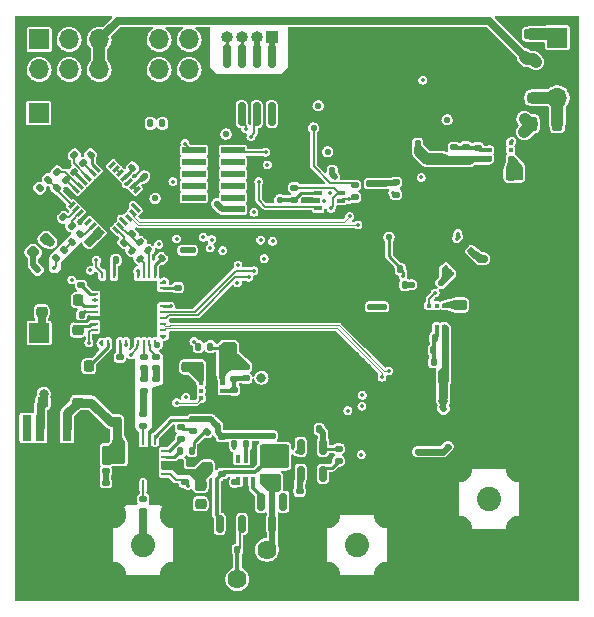
<source format=gbr>
%TF.GenerationSoftware,KiCad,Pcbnew,(6.0.4)*%
%TF.CreationDate,2023-05-30T00:17:29+09:00*%
%TF.ProjectId,RFB,5246422e-6b69-4636-9164-5f7063625858,rev?*%
%TF.SameCoordinates,Original*%
%TF.FileFunction,Copper,L6,Bot*%
%TF.FilePolarity,Positive*%
%FSLAX46Y46*%
G04 Gerber Fmt 4.6, Leading zero omitted, Abs format (unit mm)*
G04 Created by KiCad (PCBNEW (6.0.4)) date 2023-05-30 00:17:29*
%MOMM*%
%LPD*%
G01*
G04 APERTURE LIST*
G04 Aperture macros list*
%AMRoundRect*
0 Rectangle with rounded corners*
0 $1 Rounding radius*
0 $2 $3 $4 $5 $6 $7 $8 $9 X,Y pos of 4 corners*
0 Add a 4 corners polygon primitive as box body*
4,1,4,$2,$3,$4,$5,$6,$7,$8,$9,$2,$3,0*
0 Add four circle primitives for the rounded corners*
1,1,$1+$1,$2,$3*
1,1,$1+$1,$4,$5*
1,1,$1+$1,$6,$7*
1,1,$1+$1,$8,$9*
0 Add four rect primitives between the rounded corners*
20,1,$1+$1,$2,$3,$4,$5,0*
20,1,$1+$1,$4,$5,$6,$7,0*
20,1,$1+$1,$6,$7,$8,$9,0*
20,1,$1+$1,$8,$9,$2,$3,0*%
%AMRotRect*
0 Rectangle, with rotation*
0 The origin of the aperture is its center*
0 $1 length*
0 $2 width*
0 $3 Rotation angle, in degrees counterclockwise*
0 Add horizontal line*
21,1,$1,$2,0,0,$3*%
G04 Aperture macros list end*
%TA.AperFunction,ComponentPad*%
%ADD10R,1.700000X1.700000*%
%TD*%
%TA.AperFunction,SMDPad,CuDef*%
%ADD11RoundRect,0.140000X-0.140000X-0.170000X0.140000X-0.170000X0.140000X0.170000X-0.140000X0.170000X0*%
%TD*%
%TA.AperFunction,SMDPad,CuDef*%
%ADD12RoundRect,0.135000X0.135000X0.185000X-0.135000X0.185000X-0.135000X-0.185000X0.135000X-0.185000X0*%
%TD*%
%TA.AperFunction,SMDPad,CuDef*%
%ADD13R,2.000000X0.500000*%
%TD*%
%TA.AperFunction,ComponentPad*%
%ADD14O,1.700000X1.700000*%
%TD*%
%TA.AperFunction,ComponentPad*%
%ADD15C,2.250000*%
%TD*%
%TA.AperFunction,ComponentPad*%
%ADD16C,2.050000*%
%TD*%
%TA.AperFunction,ConnectorPad*%
%ADD17C,3.800000*%
%TD*%
%TA.AperFunction,ComponentPad*%
%ADD18C,2.600000*%
%TD*%
%TA.AperFunction,SMDPad,CuDef*%
%ADD19RoundRect,0.140000X0.140000X0.170000X-0.140000X0.170000X-0.140000X-0.170000X0.140000X-0.170000X0*%
%TD*%
%TA.AperFunction,ComponentPad*%
%ADD20C,0.500000*%
%TD*%
%TA.AperFunction,SMDPad,CuDef*%
%ADD21R,2.500000X2.500000*%
%TD*%
%TA.AperFunction,ComponentPad*%
%ADD22C,1.620000*%
%TD*%
%TA.AperFunction,SMDPad,CuDef*%
%ADD23R,5.600000X5.600000*%
%TD*%
%TA.AperFunction,ComponentPad*%
%ADD24O,1.000000X1.000000*%
%TD*%
%TA.AperFunction,ComponentPad*%
%ADD25R,1.000000X1.000000*%
%TD*%
%TA.AperFunction,SMDPad,CuDef*%
%ADD26R,1.100000X0.600000*%
%TD*%
%TA.AperFunction,SMDPad,CuDef*%
%ADD27R,0.200000X0.400000*%
%TD*%
%TA.AperFunction,SMDPad,CuDef*%
%ADD28RoundRect,0.225000X0.225000X0.250000X-0.225000X0.250000X-0.225000X-0.250000X0.225000X-0.250000X0*%
%TD*%
%TA.AperFunction,SMDPad,CuDef*%
%ADD29R,0.250000X0.500000*%
%TD*%
%TA.AperFunction,SMDPad,CuDef*%
%ADD30R,1.600000X0.900000*%
%TD*%
%TA.AperFunction,SMDPad,CuDef*%
%ADD31RoundRect,0.140000X-0.170000X0.140000X-0.170000X-0.140000X0.170000X-0.140000X0.170000X0.140000X0*%
%TD*%
%TA.AperFunction,SMDPad,CuDef*%
%ADD32RoundRect,0.225000X-0.250000X0.225000X-0.250000X-0.225000X0.250000X-0.225000X0.250000X0.225000X0*%
%TD*%
%TA.AperFunction,SMDPad,CuDef*%
%ADD33RoundRect,0.093750X-0.093750X-0.106250X0.093750X-0.106250X0.093750X0.106250X-0.093750X0.106250X0*%
%TD*%
%TA.AperFunction,SMDPad,CuDef*%
%ADD34R,1.000000X1.600000*%
%TD*%
%TA.AperFunction,SMDPad,CuDef*%
%ADD35RoundRect,0.140000X-0.021213X0.219203X-0.219203X0.021213X0.021213X-0.219203X0.219203X-0.021213X0*%
%TD*%
%TA.AperFunction,SMDPad,CuDef*%
%ADD36RotRect,0.250000X0.600000X45.000000*%
%TD*%
%TA.AperFunction,SMDPad,CuDef*%
%ADD37RotRect,0.250000X0.600000X135.000000*%
%TD*%
%TA.AperFunction,SMDPad,CuDef*%
%ADD38RotRect,3.100000X3.100000X135.000000*%
%TD*%
%TA.AperFunction,SMDPad,CuDef*%
%ADD39RoundRect,0.135000X-0.135000X-0.185000X0.135000X-0.185000X0.135000X0.185000X-0.135000X0.185000X0*%
%TD*%
%TA.AperFunction,SMDPad,CuDef*%
%ADD40RoundRect,0.135000X0.185000X-0.135000X0.185000X0.135000X-0.185000X0.135000X-0.185000X-0.135000X0*%
%TD*%
%TA.AperFunction,SMDPad,CuDef*%
%ADD41RoundRect,0.147500X-0.017678X0.226274X-0.226274X0.017678X0.017678X-0.226274X0.226274X-0.017678X0*%
%TD*%
%TA.AperFunction,SMDPad,CuDef*%
%ADD42RoundRect,0.135000X0.035355X-0.226274X0.226274X-0.035355X-0.035355X0.226274X-0.226274X0.035355X0*%
%TD*%
%TA.AperFunction,SMDPad,CuDef*%
%ADD43RoundRect,0.135000X-0.185000X0.135000X-0.185000X-0.135000X0.185000X-0.135000X0.185000X0.135000X0*%
%TD*%
%TA.AperFunction,SMDPad,CuDef*%
%ADD44RoundRect,0.218750X0.218750X0.381250X-0.218750X0.381250X-0.218750X-0.381250X0.218750X-0.381250X0*%
%TD*%
%TA.AperFunction,SMDPad,CuDef*%
%ADD45RoundRect,0.093750X0.106250X-0.093750X0.106250X0.093750X-0.106250X0.093750X-0.106250X-0.093750X0*%
%TD*%
%TA.AperFunction,SMDPad,CuDef*%
%ADD46R,1.600000X1.000000*%
%TD*%
%TA.AperFunction,SMDPad,CuDef*%
%ADD47RoundRect,0.140000X0.170000X-0.140000X0.170000X0.140000X-0.170000X0.140000X-0.170000X-0.140000X0*%
%TD*%
%TA.AperFunction,SMDPad,CuDef*%
%ADD48RoundRect,0.140000X-0.219203X-0.021213X-0.021213X-0.219203X0.219203X0.021213X0.021213X0.219203X0*%
%TD*%
%TA.AperFunction,SMDPad,CuDef*%
%ADD49RoundRect,0.225000X0.250000X-0.225000X0.250000X0.225000X-0.250000X0.225000X-0.250000X-0.225000X0*%
%TD*%
%TA.AperFunction,SMDPad,CuDef*%
%ADD50RoundRect,0.218750X-0.381250X0.218750X-0.381250X-0.218750X0.381250X-0.218750X0.381250X0.218750X0*%
%TD*%
%TA.AperFunction,SMDPad,CuDef*%
%ADD51RoundRect,0.087500X-0.061872X-0.185616X0.185616X0.061872X0.061872X0.185616X-0.185616X-0.061872X0*%
%TD*%
%TA.AperFunction,SMDPad,CuDef*%
%ADD52RotRect,1.400000X1.600000X45.000000*%
%TD*%
%TA.AperFunction,SMDPad,CuDef*%
%ADD53RoundRect,0.150000X0.150000X-0.587500X0.150000X0.587500X-0.150000X0.587500X-0.150000X-0.587500X0*%
%TD*%
%TA.AperFunction,SMDPad,CuDef*%
%ADD54RoundRect,0.093750X0.093750X0.106250X-0.093750X0.106250X-0.093750X-0.106250X0.093750X-0.106250X0*%
%TD*%
%TA.AperFunction,SMDPad,CuDef*%
%ADD55RoundRect,0.062500X-0.062500X0.350000X-0.062500X-0.350000X0.062500X-0.350000X0.062500X0.350000X0*%
%TD*%
%TA.AperFunction,SMDPad,CuDef*%
%ADD56RoundRect,0.062500X-0.350000X0.062500X-0.350000X-0.062500X0.350000X-0.062500X0.350000X0.062500X0*%
%TD*%
%TA.AperFunction,SMDPad,CuDef*%
%ADD57R,0.800000X2.200000*%
%TD*%
%TA.AperFunction,SMDPad,CuDef*%
%ADD58R,5.800000X6.400000*%
%TD*%
%TA.AperFunction,SMDPad,CuDef*%
%ADD59R,4.500001X4.500001*%
%TD*%
%TA.AperFunction,SMDPad,CuDef*%
%ADD60R,0.599999X0.249999*%
%TD*%
%TA.AperFunction,SMDPad,CuDef*%
%ADD61R,0.249999X0.599999*%
%TD*%
%TA.AperFunction,SMDPad,CuDef*%
%ADD62RoundRect,0.218750X0.026517X-0.335876X0.335876X-0.026517X-0.026517X0.335876X-0.335876X0.026517X0*%
%TD*%
%TA.AperFunction,SMDPad,CuDef*%
%ADD63RoundRect,0.225000X-0.225000X-0.250000X0.225000X-0.250000X0.225000X0.250000X-0.225000X0.250000X0*%
%TD*%
%TA.AperFunction,SMDPad,CuDef*%
%ADD64RoundRect,0.140000X0.219203X0.021213X0.021213X0.219203X-0.219203X-0.021213X-0.021213X-0.219203X0*%
%TD*%
%TA.AperFunction,SMDPad,CuDef*%
%ADD65R,0.400000X0.650000*%
%TD*%
%TA.AperFunction,SMDPad,CuDef*%
%ADD66R,0.650000X0.400000*%
%TD*%
%TA.AperFunction,SMDPad,CuDef*%
%ADD67RoundRect,0.150000X-0.150000X0.512500X-0.150000X-0.512500X0.150000X-0.512500X0.150000X0.512500X0*%
%TD*%
%TA.AperFunction,SMDPad,CuDef*%
%ADD68RoundRect,0.135000X-0.035355X0.226274X-0.226274X0.035355X0.035355X-0.226274X0.226274X-0.035355X0*%
%TD*%
%TA.AperFunction,SMDPad,CuDef*%
%ADD69RoundRect,0.150000X0.150000X-0.825000X0.150000X0.825000X-0.150000X0.825000X-0.150000X-0.825000X0*%
%TD*%
%TA.AperFunction,SMDPad,CuDef*%
%ADD70RoundRect,0.150000X-0.150000X0.587500X-0.150000X-0.587500X0.150000X-0.587500X0.150000X0.587500X0*%
%TD*%
%TA.AperFunction,SMDPad,CuDef*%
%ADD71RoundRect,0.135000X-0.226274X-0.035355X-0.035355X-0.226274X0.226274X0.035355X0.035355X0.226274X0*%
%TD*%
%TA.AperFunction,SMDPad,CuDef*%
%ADD72RoundRect,0.140000X0.021213X-0.219203X0.219203X-0.021213X-0.021213X0.219203X-0.219203X0.021213X0*%
%TD*%
%TA.AperFunction,SMDPad,CuDef*%
%ADD73RoundRect,0.135000X0.226274X0.035355X0.035355X0.226274X-0.226274X-0.035355X-0.035355X-0.226274X0*%
%TD*%
%TA.AperFunction,SMDPad,CuDef*%
%ADD74RoundRect,0.218750X0.256250X-0.218750X0.256250X0.218750X-0.256250X0.218750X-0.256250X-0.218750X0*%
%TD*%
%TA.AperFunction,ViaPad*%
%ADD75C,0.350000*%
%TD*%
%TA.AperFunction,ViaPad*%
%ADD76C,0.800000*%
%TD*%
%TA.AperFunction,ViaPad*%
%ADD77C,0.550000*%
%TD*%
%TA.AperFunction,Conductor*%
%ADD78C,0.500000*%
%TD*%
%TA.AperFunction,Conductor*%
%ADD79C,0.250000*%
%TD*%
%TA.AperFunction,Conductor*%
%ADD80C,0.800000*%
%TD*%
%TA.AperFunction,Conductor*%
%ADD81C,0.670000*%
%TD*%
%TA.AperFunction,Conductor*%
%ADD82C,0.160000*%
%TD*%
%TA.AperFunction,Conductor*%
%ADD83C,1.000000*%
%TD*%
%TA.AperFunction,Conductor*%
%ADD84C,0.350000*%
%TD*%
%TA.AperFunction,Conductor*%
%ADD85C,0.090000*%
%TD*%
%TA.AperFunction,Conductor*%
%ADD86C,0.600000*%
%TD*%
%TA.AperFunction,Conductor*%
%ADD87C,0.190000*%
%TD*%
%TA.AperFunction,Conductor*%
%ADD88C,0.560000*%
%TD*%
%TA.AperFunction,Conductor*%
%ADD89C,0.101600*%
%TD*%
%TA.AperFunction,Conductor*%
%ADD90C,0.146812*%
%TD*%
%TA.AperFunction,Conductor*%
%ADD91C,0.150000*%
%TD*%
G04 APERTURE END LIST*
D10*
%TO.P,J8,1,Pin_1*%
%TO.N,/STM_NRST*%
X35077400Y-64592200D03*
%TD*%
D11*
%TO.P,C105,2*%
%TO.N,Net-(RV1-Pad2)*%
X51915000Y-101574600D03*
%TO.P,C105,1*%
%TO.N,GND*%
X50955000Y-101574600D03*
%TD*%
D12*
%TO.P,R41,1*%
%TO.N,Net-(U11-Pad44)*%
X45569600Y-65481200D03*
%TO.P,R41,2*%
%TO.N,VCC*%
X44549600Y-65481200D03*
%TD*%
D13*
%TO.P,J10,12,Pin_12*%
%TO.N,/STM_GPA8*%
X51535600Y-67756400D03*
%TO.P,J10,11,Pin_11*%
%TO.N,/STM_GPB4*%
X48235600Y-67756400D03*
%TO.P,J10,10,Pin_10*%
%TO.N,/STM_GPB12*%
X51535600Y-68756400D03*
%TO.P,J10,9,Pin_9*%
%TO.N,/STM_GPB5*%
X48235600Y-68756400D03*
%TO.P,J10,8,Pin_8*%
%TO.N,/STM_GPA4*%
X51535600Y-69756400D03*
%TO.P,J10,7,Pin_7*%
%TO.N,/STM_GPA1*%
X48235600Y-69756400D03*
%TO.P,J10,6,Pin_6*%
%TO.N,/STM_GPA5*%
X51535600Y-70756400D03*
%TO.P,J10,5,Pin_5*%
%TO.N,/STM_GPB8*%
X48235600Y-70756400D03*
%TO.P,J10,4,Pin_4*%
%TO.N,/STM_GPA2*%
X51535600Y-71756400D03*
%TO.P,J10,3,Pin_3*%
%TO.N,/STM_GPA0*%
X48235600Y-71756400D03*
%TO.P,J10,2,Pin_2*%
%TO.N,VCC*%
X51535600Y-72756400D03*
%TO.P,J10,1,Pin_1*%
%TO.N,GND*%
X48235600Y-72756400D03*
%TD*%
D14*
%TO.P,J7,12,Pin_12*%
%TO.N,/LNA_S2*%
X47828200Y-60909200D03*
%TO.P,J7,11,Pin_11*%
%TO.N,/LNA_S1*%
X47828200Y-58369200D03*
%TO.P,J7,10,Pin_10*%
%TO.N,/STM_SWDIO*%
X45288200Y-60909200D03*
%TO.P,J7,9,Pin_9*%
%TO.N,/STM_SWCLK*%
X45288200Y-58369200D03*
%TO.P,J7,8,Pin_8*%
%TO.N,GND*%
X42748200Y-60909200D03*
%TO.P,J7,7,Pin_7*%
X42748200Y-58369200D03*
%TO.P,J7,6,Pin_6*%
%TO.N,/6V*%
X40208200Y-60909200D03*
%TO.P,J7,5,Pin_5*%
X40208200Y-58369200D03*
%TO.P,J7,4,Pin_4*%
%TO.N,VCC*%
X37668200Y-60909200D03*
%TO.P,J7,3,Pin_3*%
X37668200Y-58369200D03*
%TO.P,J7,2,Pin_2*%
%TO.N,/3V8*%
X35128200Y-60909200D03*
D10*
%TO.P,J7,1,Pin_1*%
X35128200Y-58369200D03*
%TD*%
D15*
%TO.P,J1,2,Ext*%
%TO.N,GND*%
X70637400Y-99822000D03*
X75717400Y-94742000D03*
X75717400Y-99822000D03*
X70637400Y-94742000D03*
D16*
%TO.P,J1,1,In*%
%TO.N,/Mixer/MIX_RFA*%
X73177400Y-97282000D03*
%TD*%
D17*
%TO.P,H1,1,1*%
%TO.N,GND*%
X78663800Y-103759000D03*
D18*
X78663800Y-103759000D03*
%TD*%
D14*
%TO.P,J9,2,Pin_2*%
%TO.N,GND*%
X35128200Y-85770800D03*
D10*
%TO.P,J9,1,Pin_1*%
%TO.N,/3V3D*%
X35128200Y-83230800D03*
%TD*%
D17*
%TO.P,H2,1,1*%
%TO.N,GND*%
X73329800Y-61290200D03*
D18*
X73329800Y-61290200D03*
%TD*%
D19*
%TO.P,C78,2*%
%TO.N,GND*%
X65156200Y-79146400D03*
%TO.P,C78,1*%
%TO.N,/IFF_3V3A*%
X66116200Y-79146400D03*
%TD*%
D20*
%TO.P,U8,25,GND*%
%TO.N,GND*%
X66594100Y-92342400D03*
X64594100Y-91342400D03*
X66594100Y-90342400D03*
X64594100Y-90342400D03*
X65594100Y-91342400D03*
X65594100Y-90342400D03*
X66594100Y-91342400D03*
X64594100Y-92342400D03*
X65594100Y-92342400D03*
D21*
X65594100Y-91342400D03*
%TD*%
D20*
%TO.P,U3,25,EP*%
%TO.N,GND*%
X63728600Y-80146400D03*
X62728600Y-78146400D03*
X64728600Y-78146400D03*
D21*
X63728600Y-79146400D03*
D20*
X63728600Y-79146400D03*
X64728600Y-80146400D03*
X62728600Y-79146400D03*
X64728600Y-79146400D03*
X62728600Y-80146400D03*
X63728600Y-78146400D03*
%TD*%
D14*
%TO.P,J6,3,Pin_3*%
%TO.N,/Power/3V8_IN*%
X78994000Y-63296800D03*
%TO.P,J6,2,Pin_2*%
%TO.N,GND*%
X78994000Y-60756800D03*
D10*
%TO.P,J6,1,Pin_1*%
%TO.N,/Power/6V_IN*%
X78994000Y-58216800D03*
%TD*%
D15*
%TO.P,J3,2,Ext*%
%TO.N,GND*%
X41402000Y-98605400D03*
X46482000Y-103685400D03*
X46482000Y-98605400D03*
X41402000Y-103685400D03*
D16*
%TO.P,J3,1,In*%
%TO.N,/PA2/PA_RFOUT*%
X43942000Y-101145400D03*
%TD*%
D22*
%TO.P,RV1,1,1*%
%TO.N,Net-(Q1-Pad3)*%
X54406800Y-101574600D03*
%TO.P,RV1,2,2*%
%TO.N,Net-(RV1-Pad2)*%
X51906800Y-104074600D03*
%TO.P,RV1,3,3*%
%TO.N,GND*%
X49406800Y-101574600D03*
%TD*%
D23*
%TO.P,IC3,49,EP*%
%TO.N,GND*%
X63736200Y-67142900D03*
D20*
X63736200Y-68417900D03*
X63736200Y-67142900D03*
X65011200Y-68417900D03*
X62461200Y-68417900D03*
X63736200Y-69692900D03*
X61186200Y-68417900D03*
X61186200Y-67142900D03*
X62461200Y-69692900D03*
X65011200Y-64592900D03*
X66286200Y-67142900D03*
X63736200Y-64592900D03*
X66286200Y-69692900D03*
X63736200Y-65867900D03*
X61186200Y-64592900D03*
X66286200Y-68417900D03*
X62461200Y-67142900D03*
X66286200Y-64592900D03*
X65011200Y-65867900D03*
X62461200Y-65867900D03*
X66286200Y-65867900D03*
X65011200Y-69692900D03*
X62461200Y-64592900D03*
X61186200Y-69692900D03*
X65011200Y-67142900D03*
X61186200Y-65867900D03*
%TD*%
D18*
%TO.P,H3,1,1*%
%TO.N,GND*%
X35306000Y-103733600D03*
D17*
X35306000Y-103733600D03*
%TD*%
D24*
%TO.P,J5,4,Pin_4*%
%TO.N,Net-(J5-Pad4)*%
X51003200Y-58166000D03*
%TO.P,J5,3,Pin_3*%
%TO.N,Net-(J5-Pad3)*%
X52273200Y-58166000D03*
%TO.P,J5,2,Pin_2*%
%TO.N,Net-(C92-Pad2)*%
X53543200Y-58166000D03*
D25*
%TO.P,J5,1,Pin_1*%
%TO.N,Net-(C92-Pad1)*%
X54813200Y-58166000D03*
%TD*%
D26*
%TO.P,U7,7,EP*%
%TO.N,GND*%
X76963000Y-74160400D03*
D27*
%TO.P,U7,6,VCC*%
X76463000Y-74910400D03*
%TO.P,U7,5,GND*%
X76963000Y-74910400D03*
%TO.P,U7,4,RFOUT*%
X77463000Y-74910400D03*
%TO.P,U7,3,RFIN*%
X77463000Y-73410400D03*
%TO.P,U7,2,GND*%
X76963000Y-73410400D03*
%TO.P,U7,1,VENABLE*%
X76463000Y-73410400D03*
%TD*%
D28*
%TO.P,C141,2*%
%TO.N,GND*%
X67805000Y-86969600D03*
%TO.P,C141,1*%
%TO.N,/MIX_5VA*%
X69355000Y-86969600D03*
%TD*%
D29*
%TO.P,IC1,1,N/C*%
%TO.N,GND*%
X76442600Y-82209600D03*
%TO.P,IC1,2,RFIN*%
X76942600Y-82209600D03*
%TO.P,IC1,3,VBIAS*%
X77442600Y-82209600D03*
%TO.P,IC1,4,RSET*%
X77942600Y-82209600D03*
%TO.P,IC1,5,~EN*%
X77942600Y-84109600D03*
%TO.P,IC1,6,VDD*%
X77442600Y-84109600D03*
%TO.P,IC1,7,RFOUT*%
X76942600Y-84109600D03*
%TO.P,IC1,8,N/C*%
X76442600Y-84109600D03*
D30*
%TO.P,IC1,9,EP*%
X77192600Y-83159600D03*
%TD*%
D31*
%TO.P,C83,2*%
%TO.N,Net-(C83-Pad2)*%
X48158400Y-91488200D03*
%TO.P,C83,1*%
%TO.N,Net-(C83-Pad1)*%
X48158400Y-90528200D03*
%TD*%
D32*
%TO.P,C102,2*%
%TO.N,GND*%
X47650400Y-87643000D03*
%TO.P,C102,1*%
%TO.N,/3V8*%
X47650400Y-86093000D03*
%TD*%
D33*
%TO.P,IC10,1,OUT*%
%TO.N,/ADC_1V8A*%
X73265200Y-68396200D03*
%TO.P,IC10,2,FB*%
%TO.N,Net-(C131-Pad2)*%
X73265200Y-67746200D03*
%TO.P,IC10,3,GND*%
%TO.N,GND*%
X73265200Y-67096200D03*
%TO.P,IC10,4,EN*%
%TO.N,VCC*%
X75040200Y-67096200D03*
%TO.P,IC10,5,PG*%
%TO.N,unconnected-(IC10-Pad5)*%
X75040200Y-67746200D03*
%TO.P,IC10,6,IN*%
%TO.N,/3V8*%
X75040200Y-68396200D03*
D34*
%TO.P,IC10,7,GND*%
%TO.N,GND*%
X74152700Y-67746200D03*
%TD*%
D12*
%TO.P,R37,2*%
%TO.N,Net-(R36-Pad2)*%
X43940000Y-89103200D03*
%TO.P,R37,1*%
%TO.N,GND*%
X44960000Y-89103200D03*
%TD*%
D35*
%TO.P,C69,2*%
%TO.N,GND*%
X68672389Y-90280811D03*
%TO.P,C69,1*%
%TO.N,/MIX_5VA*%
X69351211Y-89601989D03*
%TD*%
D36*
%TO.P,U2,1,GND*%
%TO.N,GND*%
X43756109Y-72392419D03*
%TO.P,U2,2,VCCOA*%
%TO.N,/3V3D*%
X43402556Y-72745973D03*
%TO.P,U2,3,CLKOUTA0*%
%TO.N,/ADC_REFCLKN*%
X43049002Y-73099526D03*
%TO.P,U2,4,\u002ACLKOUTA0*%
%TO.N,/ADC_REFCLKP*%
X42695449Y-73453080D03*
%TO.P,U2,5,VCCOA*%
%TO.N,/3V3D*%
X42341896Y-73806633D03*
%TO.P,U2,6,CLKOUTA1*%
%TO.N,/PLL_REFCLKN*%
X41988342Y-74160186D03*
%TO.P,U2,7,\u002ACLKOUTA1*%
%TO.N,/PLL_REFCLKP*%
X41634789Y-74513740D03*
%TO.P,U2,8,GND*%
%TO.N,GND*%
X41281235Y-74867293D03*
D37*
%TO.P,U2,9,CLKOUT_TYPE0*%
%TO.N,/3V3D*%
X40361997Y-74867293D03*
%TO.P,U2,10,VCC*%
X40008443Y-74513740D03*
%TO.P,U2,11,OSCIN*%
%TO.N,Net-(C90-Pad2)*%
X39654890Y-74160186D03*
%TO.P,U2,12,OSCOUT*%
%TO.N,unconnected-(U2-Pad12)*%
X39301336Y-73806633D03*
%TO.P,U2,13,CLKIN_SEL0*%
%TO.N,GND*%
X38947783Y-73453080D03*
%TO.P,U2,14,CLKIN0*%
%TO.N,Net-(R44-Pad2)*%
X38594230Y-73099526D03*
%TO.P,U2,15,\u002ACLKIN0*%
%TO.N,Net-(R44-Pad1)*%
X38240676Y-72745973D03*
%TO.P,U2,16,CLKIN_SEL1*%
%TO.N,Net-(R4-Pad2)*%
X37887123Y-72392419D03*
D36*
%TO.P,U2,17,GND*%
%TO.N,GND*%
X37887123Y-71473181D03*
%TO.P,U2,18,\u002ACLKOUTB1*%
%TO.N,Net-(R2-Pad1)*%
X38240676Y-71119627D03*
%TO.P,U2,19,CLKOUTB1*%
%TO.N,Net-(R2-Pad2)*%
X38594230Y-70766074D03*
%TO.P,U2,20,VCCOB*%
%TO.N,/3V3D*%
X38947783Y-70412520D03*
%TO.P,U2,21,\u002ACLKOUTB0*%
%TO.N,Net-(R3-Pad1)*%
X39301336Y-70058967D03*
%TO.P,U2,22,CLKOUTB0*%
%TO.N,Net-(R3-Pad2)*%
X39654890Y-69705414D03*
%TO.P,U2,23,VCCOB*%
%TO.N,/3V3D*%
X40008443Y-69351860D03*
%TO.P,U2,24,GND*%
%TO.N,GND*%
X40361997Y-68998307D03*
D37*
%TO.P,U2,25,NC*%
%TO.N,unconnected-(U2-Pad25)*%
X41281235Y-68998307D03*
%TO.P,U2,26,\u002ACLKIN1*%
%TO.N,Net-(U2-Pad26)*%
X41634789Y-69351860D03*
%TO.P,U2,27,CLKIN1*%
X41988342Y-69705414D03*
%TO.P,U2,28,VCC*%
%TO.N,/3V3D*%
X42341896Y-70058967D03*
%TO.P,U2,29,REFOUT*%
%TO.N,/MCU_REFCLK*%
X42695449Y-70412520D03*
%TO.P,U2,30,VCCOC*%
%TO.N,VCC*%
X43049002Y-70766074D03*
%TO.P,U2,31,REFOUT_EN*%
X43402556Y-71119627D03*
%TO.P,U2,32,CLKOUT_TYPE1*%
%TO.N,GND*%
X43756109Y-71473181D03*
D38*
%TO.P,U2,33,EPAD*%
X40821616Y-71932800D03*
%TD*%
D39*
%TO.P,R75,2*%
%TO.N,Net-(C132-Pad2)*%
X68618100Y-83667600D03*
%TO.P,R75,1*%
%TO.N,GND*%
X67598100Y-83667600D03*
%TD*%
D40*
%TO.P,R21,2*%
%TO.N,Net-(C82-Pad2)*%
X54838600Y-94384400D03*
%TO.P,R21,1*%
%TO.N,Net-(Q1-Pad3)*%
X54838600Y-95404400D03*
%TD*%
D15*
%TO.P,J2,2,Ext*%
%TO.N,GND*%
X64617600Y-98602800D03*
X59537600Y-98602800D03*
X59537600Y-103682800D03*
X64617600Y-103682800D03*
D16*
%TO.P,J2,1,In*%
%TO.N,/Mixer/MIX_RFB*%
X62077600Y-101142800D03*
%TD*%
D41*
%TO.P,L5,2,2*%
%TO.N,Net-(C84-Pad2)*%
X49364853Y-91579747D03*
%TO.P,L5,1,1*%
%TO.N,Net-(C83-Pad1)*%
X50050747Y-90893853D03*
%TD*%
D32*
%TO.P,C122,2*%
%TO.N,GND*%
X70853300Y-82410600D03*
%TO.P,C122,1*%
%TO.N,/6V*%
X70853300Y-80860600D03*
%TD*%
D12*
%TO.P,R20,2*%
%TO.N,/PA2/PA_5VFREF*%
X51661600Y-92659200D03*
%TO.P,R20,1*%
%TO.N,Net-(R20-Pad1)*%
X52681600Y-92659200D03*
%TD*%
%TO.P,R50,2*%
%TO.N,/SPI_CS_PLL*%
X48613600Y-84378800D03*
%TO.P,R50,1*%
%TO.N,VCC*%
X49633600Y-84378800D03*
%TD*%
D42*
%TO.P,R4,2*%
%TO.N,Net-(R4-Pad2)*%
X35895224Y-70251376D03*
%TO.P,R4,1*%
%TO.N,/3V3D*%
X35173976Y-70972624D03*
%TD*%
D11*
%TO.P,C30,2*%
%TO.N,Net-(C30-Pad2)*%
X38735000Y-81711800D03*
%TO.P,C30,1*%
%TO.N,GND*%
X37775000Y-81711800D03*
%TD*%
D19*
%TO.P,C7,2*%
%TO.N,/MIX_5VA*%
X69537700Y-83667600D03*
%TO.P,C7,1*%
%TO.N,GND*%
X70497700Y-83667600D03*
%TD*%
D40*
%TO.P,R68,2*%
%TO.N,VCC*%
X51638200Y-86104000D03*
%TO.P,R68,1*%
%TO.N,Net-(C116-Pad2)*%
X51638200Y-87124000D03*
%TD*%
%TO.P,R35,2*%
%TO.N,Net-(C29-Pad1)*%
X44983400Y-87120000D03*
%TO.P,R35,1*%
%TO.N,GND*%
X44983400Y-88140000D03*
%TD*%
D28*
%TO.P,C121,2*%
%TO.N,GND*%
X73545400Y-69824600D03*
%TO.P,C121,1*%
%TO.N,/3V8*%
X75095400Y-69824600D03*
%TD*%
D11*
%TO.P,C86,2*%
%TO.N,GND*%
X48054200Y-94234000D03*
%TO.P,C86,1*%
%TO.N,/PA_5V*%
X47094200Y-94234000D03*
%TD*%
D43*
%TO.P,R52,2*%
%TO.N,/ADC/ADC_SDO*%
X61849000Y-71731600D03*
%TO.P,R52,1*%
%TO.N,/1V8D*%
X61849000Y-70711600D03*
%TD*%
D44*
%TO.P,FB8,2*%
%TO.N,/3V8*%
X76864700Y-65506600D03*
%TO.P,FB8,1*%
%TO.N,/Power/3V8_IN*%
X78989700Y-65506600D03*
%TD*%
D40*
%TO.P,R33,2*%
%TO.N,Net-(R32-Pad1)*%
X60477400Y-93038200D03*
%TO.P,R33,1*%
%TO.N,/PA_DET*%
X60477400Y-94058200D03*
%TD*%
D43*
%TO.P,R38,1*%
%TO.N,Net-(R36-Pad2)*%
X43942000Y-90066400D03*
%TO.P,R38,2*%
%TO.N,Net-(R38-Pad2)*%
X43942000Y-91086400D03*
%TD*%
D45*
%TO.P,IC2,1,OUT*%
%TO.N,/MIX_5VA*%
X69426900Y-82675500D03*
%TO.P,IC2,2,FB*%
%TO.N,Net-(C132-Pad2)*%
X68776900Y-82675500D03*
%TO.P,IC2,3,GND*%
%TO.N,GND*%
X68126900Y-82675500D03*
%TO.P,IC2,4,EN*%
%TO.N,VCC*%
X68126900Y-80900500D03*
%TO.P,IC2,5,PG*%
%TO.N,unconnected-(IC2-Pad5)*%
X68776900Y-80900500D03*
%TO.P,IC2,6,IN*%
%TO.N,/6V*%
X69426900Y-80900500D03*
D46*
%TO.P,IC2,7,GND*%
%TO.N,GND*%
X68776900Y-81788000D03*
%TD*%
D47*
%TO.P,C85,2*%
%TO.N,GND*%
X40767000Y-92052200D03*
%TO.P,C85,1*%
%TO.N,/PA_5V*%
X40767000Y-93012200D03*
%TD*%
%TO.P,C39,2*%
%TO.N,GND*%
X63129100Y-69622000D03*
%TO.P,C39,1*%
%TO.N,/ADC_1V8A*%
X63129100Y-70582000D03*
%TD*%
D48*
%TO.P,C27,2*%
%TO.N,Net-(C27-Pad2)*%
X44366822Y-76218422D03*
%TO.P,C27,1*%
%TO.N,/PLL_REFCLKN*%
X43688000Y-75539600D03*
%TD*%
D49*
%TO.P,C99,2*%
%TO.N,GND*%
X41656000Y-89217200D03*
%TO.P,C99,1*%
%TO.N,/PA_5V*%
X41656000Y-90767200D03*
%TD*%
D50*
%TO.P,FB7,2*%
%TO.N,/6V*%
X76784200Y-60041300D03*
%TO.P,FB7,1*%
%TO.N,/Power/6V_IN*%
X76784200Y-57916300D03*
%TD*%
D35*
%TO.P,C8,2*%
%TO.N,/3V3D*%
X39487789Y-68132011D03*
%TO.P,C8,1*%
%TO.N,GND*%
X40166611Y-67453189D03*
%TD*%
D51*
%TO.P,U20,1,VO*%
%TO.N,/IFF_3V3A*%
X69823484Y-78047130D03*
%TO.P,U20,2,Vo_s*%
X69469931Y-77693577D03*
%TO.P,U20,3,GND*%
%TO.N,GND*%
X69116377Y-77340023D03*
%TO.P,U20,4,GND*%
X68762824Y-76986470D03*
%TO.P,U20,5,EN*%
%TO.N,VCC*%
X70583624Y-75165670D03*
%TO.P,U20,6,GND*%
%TO.N,GND*%
X70937177Y-75519223D03*
%TO.P,U20,7,GND*%
X71290731Y-75872777D03*
%TO.P,U20,8,VCC*%
%TO.N,/3V8*%
X71644284Y-76226330D03*
D52*
%TO.P,U20,9,GND*%
%TO.N,GND*%
X70203554Y-76606400D03*
%TD*%
D35*
%TO.P,C87,2*%
%TO.N,GND*%
X34306189Y-78520611D03*
%TO.P,C87,1*%
%TO.N,/3V3D_OSC*%
X34985011Y-77841789D03*
%TD*%
D31*
%TO.P,C96,2*%
%TO.N,/PA2/PA_RFOUT*%
X43942000Y-98270000D03*
%TO.P,C96,1*%
%TO.N,Net-(C96-Pad1)*%
X43942000Y-97310000D03*
%TD*%
D53*
%TO.P,U10,1,FB*%
%TO.N,Net-(RV1-Pad2)*%
X52308800Y-99387900D03*
%TO.P,U10,2,K*%
%TO.N,Net-(C82-Pad2)*%
X50408800Y-99387900D03*
%TO.P,U10,3,A*%
%TO.N,GND*%
X51358800Y-97512900D03*
%TD*%
D48*
%TO.P,C26,2*%
%TO.N,Net-(C26-Pad2)*%
X43671811Y-76920411D03*
%TO.P,C26,1*%
%TO.N,/PLL_REFCLKP*%
X42992989Y-76241589D03*
%TD*%
D49*
%TO.P,C104,2*%
%TO.N,GND*%
X38404800Y-87566200D03*
%TO.P,C104,1*%
%TO.N,/PA_5V*%
X38404800Y-89116200D03*
%TD*%
D47*
%TO.P,C42,2*%
%TO.N,GND*%
X64322900Y-69622000D03*
%TO.P,C42,1*%
%TO.N,/ADC_1V8A*%
X64322900Y-70582000D03*
%TD*%
D19*
%TO.P,C132,2*%
%TO.N,Net-(C132-Pad2)*%
X68547100Y-85699600D03*
%TO.P,C132,1*%
%TO.N,/MIX_5VA*%
X69507100Y-85699600D03*
%TD*%
D47*
%TO.P,C34,2*%
%TO.N,/ADC_1V8A*%
X72273100Y-68476400D03*
%TO.P,C34,1*%
%TO.N,GND*%
X72273100Y-69436400D03*
%TD*%
D48*
%TO.P,C3,2*%
%TO.N,/3V3D*%
X38083811Y-69579811D03*
%TO.P,C3,1*%
%TO.N,GND*%
X37404989Y-68900989D03*
%TD*%
D40*
%TO.P,R63,2*%
%TO.N,/ADC_1V8A*%
X65338900Y-70479001D03*
%TO.P,R63,1*%
%TO.N,/ADC_RESET*%
X65338900Y-71499001D03*
%TD*%
D31*
%TO.P,C32,2*%
%TO.N,GND*%
X46863000Y-80337600D03*
%TO.P,C32,1*%
%TO.N,Net-(C32-Pad1)*%
X46863000Y-79377600D03*
%TD*%
D54*
%TO.P,IC8,1,OUT*%
%TO.N,VCC*%
X50620700Y-87462600D03*
%TO.P,IC8,2,FB*%
%TO.N,Net-(C116-Pad2)*%
X50620700Y-88112600D03*
%TO.P,IC8,3,GND*%
%TO.N,GND*%
X50620700Y-88762600D03*
%TO.P,IC8,4,EN*%
%TO.N,/3V3D*%
X48845700Y-88762600D03*
%TO.P,IC8,5,PG*%
%TO.N,unconnected-(IC8-Pad5)*%
X48845700Y-88112600D03*
%TO.P,IC8,6,IN*%
%TO.N,/3V8*%
X48845700Y-87462600D03*
D34*
%TO.P,IC8,7,GND*%
%TO.N,GND*%
X49733200Y-88112600D03*
%TD*%
D55*
%TO.P,U14,1,GND*%
%TO.N,GND*%
X42942000Y-92245700D03*
%TO.P,U14,2,GND*%
X43442000Y-92245700D03*
%TO.P,U14,3,RFIN*%
%TO.N,Net-(R38-Pad2)*%
X43942000Y-92245700D03*
%TO.P,U14,4,GND*%
%TO.N,GND*%
X44442000Y-92245700D03*
%TO.P,U14,5,VREF*%
%TO.N,Net-(C83-Pad1)*%
X44942000Y-92245700D03*
D56*
%TO.P,U14,6,SP1*%
%TO.N,Net-(R23-Pad2)*%
X45879500Y-93183200D03*
%TO.P,U14,7,SP2*%
%TO.N,Net-(C84-Pad1)*%
X45879500Y-93683200D03*
%TO.P,U14,8,VCC2*%
%TO.N,/PA_5V*%
X45879500Y-94183200D03*
%TO.P,U14,9,VCC3*%
X45879500Y-94683200D03*
%TO.P,U14,10,DET*%
%TO.N,Net-(R31-Pad2)*%
X45879500Y-95183200D03*
D55*
%TO.P,U14,11,GND*%
%TO.N,GND*%
X44942000Y-96120700D03*
%TO.P,U14,12,GND*%
X44442000Y-96120700D03*
%TO.P,U14,13,RFOUT*%
%TO.N,Net-(C96-Pad1)*%
X43942000Y-96120700D03*
%TO.P,U14,14,GND*%
%TO.N,GND*%
X43442000Y-96120700D03*
%TO.P,U14,15,GND*%
X42942000Y-96120700D03*
D56*
%TO.P,U14,16,GND*%
X42004500Y-95183200D03*
%TO.P,U14,17,GND*%
X42004500Y-94683200D03*
%TO.P,U14,18,VCC3*%
%TO.N,/PA_5V*%
X42004500Y-94183200D03*
%TO.P,U14,19,VCC2*%
X42004500Y-93683200D03*
%TO.P,U14,20,VCC1*%
X42004500Y-93183200D03*
D21*
%TO.P,U14,21,GND*%
%TO.N,GND*%
X43942000Y-94183200D03*
%TD*%
D11*
%TO.P,C11,2*%
%TO.N,VCC*%
X50619600Y-86283800D03*
%TO.P,C11,1*%
%TO.N,GND*%
X49659600Y-86283800D03*
%TD*%
D35*
%TO.P,C123,2*%
%TO.N,GND*%
X71771189Y-77580811D03*
%TO.P,C123,1*%
%TO.N,/3V8*%
X72450011Y-76901989D03*
%TD*%
D31*
%TO.P,C116,2*%
%TO.N,Net-(C116-Pad2)*%
X52654200Y-87068600D03*
%TO.P,C116,1*%
%TO.N,VCC*%
X52654200Y-86108600D03*
%TD*%
D57*
%TO.P,U16,1,EN*%
%TO.N,VCC*%
X34067400Y-91262200D03*
%TO.P,U16,2,IN*%
%TO.N,/6V*%
X35207400Y-91262200D03*
D58*
%TO.P,U16,3,GND*%
%TO.N,GND*%
X36347400Y-97562200D03*
D57*
X36347400Y-91262200D03*
%TO.P,U16,4,OUT*%
%TO.N,/PA_5V*%
X37487400Y-91262200D03*
%TO.P,U16,5,ADJ*%
%TO.N,GND*%
X38627400Y-91262200D03*
%TD*%
D32*
%TO.P,C88,2*%
%TO.N,/PA_5V*%
X49326800Y-94577200D03*
%TO.P,C88,1*%
%TO.N,GND*%
X49326800Y-93027200D03*
%TD*%
D43*
%TO.P,R30,2*%
%TO.N,GND*%
X40767000Y-96928400D03*
%TO.P,R30,1*%
%TO.N,Net-(C89-Pad1)*%
X40767000Y-95908400D03*
%TD*%
D20*
%TO.P,U4,41,GND*%
%TO.N,GND*%
X40722800Y-81933800D03*
X41992800Y-79203800D03*
X44722800Y-80473800D03*
X41992800Y-81933800D03*
D59*
X42722797Y-81203800D03*
D20*
X43452800Y-81933800D03*
X44722800Y-81933800D03*
X41992800Y-80473800D03*
X43452800Y-80473800D03*
X41992800Y-83203800D03*
X40722800Y-80473800D03*
X43452800Y-79203800D03*
X43422800Y-83203800D03*
D60*
%TO.P,U4,40,GND*%
X39822798Y-78953799D03*
%TO.P,U4,39,GND*%
X39822798Y-79453798D03*
%TO.P,U4,38,VREGVCO*%
%TO.N,Net-(C23-Pad2)*%
X39822798Y-79953800D03*
%TO.P,U4,37,VCCVCO*%
%TO.N,/PLL_3V3A*%
X39822798Y-80453799D03*
%TO.P,U4,36,VREFVCO*%
%TO.N,Net-(C19-Pad2)*%
X39822798Y-80953800D03*
%TO.P,U4,35,VTUNE*%
%TO.N,Net-(C30-Pad2)*%
X39822798Y-81453800D03*
%TO.P,U4,34,GND*%
%TO.N,GND*%
X39822798Y-81953798D03*
%TO.P,U4,33,VBIASVARAC*%
%TO.N,Net-(C25-Pad2)*%
X39822798Y-82453800D03*
%TO.P,U4,32,RAMPDIR*%
%TO.N,/PLL_RAMPDIR*%
X39822798Y-82953799D03*
%TO.P,U4,31,GND*%
%TO.N,GND*%
X39822798Y-83453801D03*
D61*
%TO.P,U4,30,RAMPCLK*%
%TO.N,/PLL_RAMPCLK*%
X40472797Y-84103799D03*
%TO.P,U4,29,VREFVCO2*%
%TO.N,Net-(C20-Pad2)*%
X40972796Y-84103799D03*
%TO.P,U4,28,SYSREFREQ*%
%TO.N,GND*%
X41472797Y-84103799D03*
%TO.P,U4,27,VBIASVCO2*%
%TO.N,Net-(C21-Pad2)*%
X41972796Y-84103799D03*
%TO.P,U4,26,VCCVCO2*%
%TO.N,/PLL_3V3A*%
X42472798Y-84103799D03*
%TO.P,U4,25,GND*%
%TO.N,GND*%
X42972797Y-84103799D03*
%TO.P,U4,24,CSB*%
%TO.N,/SPI_CS_PLL*%
X43472796Y-84103799D03*
%TO.P,U4,23,RFOUTAP*%
%TO.N,Net-(C28-Pad2)*%
X43972797Y-84103799D03*
%TO.P,U4,22,RFOUTAM*%
%TO.N,Net-(C29-Pad2)*%
X44472796Y-84103799D03*
%TO.P,U4,21,VCCBUF*%
%TO.N,/PLL_3V3A*%
X44972798Y-84103799D03*
D60*
%TO.P,U4,20,MUXOUT*%
%TO.N,/Generator/MUXOUT*%
X45622797Y-83453801D03*
%TO.P,U4,19,RFOUTBP*%
%TO.N,/PLL_RFMXN*%
X45622797Y-82953799D03*
%TO.P,U4,18,RFOUTBM*%
%TO.N,/PLL_RFMXP*%
X45622797Y-82453800D03*
%TO.P,U4,17,SDI*%
%TO.N,/SPI_MOSI*%
X45622797Y-81953798D03*
%TO.P,U4,16,SCK*%
%TO.N,/SPI_SCK*%
X45622797Y-81453800D03*
%TO.P,U4,15,VCCMASH*%
%TO.N,/PLL_3V3A*%
X45622797Y-80953800D03*
%TO.P,U4,14,GND*%
%TO.N,GND*%
X45622797Y-80453799D03*
%TO.P,U4,13,GND*%
X45622797Y-79953800D03*
%TO.P,U4,12,CPOUT*%
%TO.N,Net-(C32-Pad1)*%
X45622797Y-79453798D03*
%TO.P,U4,11,VCCCP*%
%TO.N,/PLL_3V3A*%
X45622797Y-78953799D03*
D61*
%TO.P,U4,10,VREGIN*%
%TO.N,Net-(C22-Pad2)*%
X44972798Y-78303801D03*
%TO.P,U4,9,OSCINM*%
%TO.N,Net-(C27-Pad2)*%
X44472796Y-78303801D03*
%TO.P,U4,8,OSCINP*%
%TO.N,Net-(C26-Pad2)*%
X43972797Y-78303801D03*
%TO.P,U4,7,VCCDIG*%
%TO.N,/PLL_3V3A*%
X43472796Y-78303801D03*
%TO.P,U4,6,GND*%
%TO.N,GND*%
X42972797Y-78303801D03*
%TO.P,U4,5,SYNC*%
X42472798Y-78303801D03*
%TO.P,U4,4,GND*%
X41972796Y-78303801D03*
%TO.P,U4,3,VBIASVCO*%
%TO.N,Net-(C24-Pad2)*%
X41472797Y-78303801D03*
%TO.P,U4,2,GND*%
%TO.N,GND*%
X40972796Y-78303801D03*
%TO.P,U4,1,CE*%
%TO.N,/PLL_CE*%
X40472797Y-78303801D03*
%TD*%
D11*
%TO.P,C24,2*%
%TO.N,Net-(C24-Pad2)*%
X41628000Y-77063600D03*
%TO.P,C24,1*%
%TO.N,GND*%
X40668000Y-77063600D03*
%TD*%
D28*
%TO.P,C98,2*%
%TO.N,GND*%
X33909000Y-89077800D03*
%TO.P,C98,1*%
%TO.N,/6V*%
X35459000Y-89077800D03*
%TD*%
D62*
%TO.P,FB1,2*%
%TO.N,/3V3D*%
X35735847Y-75287553D03*
%TO.P,FB1,1*%
%TO.N,/3V3D_OSC*%
X34622153Y-76401247D03*
%TD*%
D63*
%TO.P,C20,2*%
%TO.N,Net-(C20-Pad2)*%
X39332200Y-86029800D03*
%TO.P,C20,1*%
%TO.N,GND*%
X37782200Y-86029800D03*
%TD*%
D19*
%TO.P,C43,2*%
%TO.N,GND*%
X66220400Y-67208400D03*
%TO.P,C43,1*%
%TO.N,/ADC_1V8A*%
X67180400Y-67208400D03*
%TD*%
D47*
%TO.P,C77,2*%
%TO.N,GND*%
X63220600Y-80038000D03*
%TO.P,C77,1*%
%TO.N,/IFF_3V3A*%
X63220600Y-80998000D03*
%TD*%
D64*
%TO.P,C133,2*%
%TO.N,GND*%
X68527154Y-78257400D03*
%TO.P,C133,1*%
%TO.N,/IFF_3V3A*%
X69205976Y-78936222D03*
%TD*%
D11*
%TO.P,C38,2*%
%TO.N,GND*%
X60906600Y-69519800D03*
%TO.P,C38,1*%
%TO.N,/ADC_1V8A*%
X59946600Y-69519800D03*
%TD*%
D31*
%TO.P,C103,2*%
%TO.N,VCC*%
X48031400Y-76222800D03*
%TO.P,C103,1*%
%TO.N,GND*%
X48031400Y-75262800D03*
%TD*%
D43*
%TO.P,R73,2*%
%TO.N,Net-(C131-Pad2)*%
X72273100Y-67538600D03*
%TO.P,R73,1*%
%TO.N,GND*%
X72273100Y-66518600D03*
%TD*%
D12*
%TO.P,R32,2*%
%TO.N,GND*%
X57833800Y-91389200D03*
%TO.P,R32,1*%
%TO.N,Net-(R32-Pad1)*%
X58853800Y-91389200D03*
%TD*%
D43*
%TO.P,R23,2*%
%TO.N,Net-(R23-Pad2)*%
X47117000Y-92229400D03*
%TO.P,R23,1*%
%TO.N,Net-(C83-Pad2)*%
X47117000Y-91209400D03*
%TD*%
D65*
%TO.P,U9,5,VCC*%
%TO.N,/PA2/PA_5VFREF*%
X51953400Y-95768200D03*
%TO.P,U9,4,Y*%
%TO.N,Net-(Q1-Pad1)*%
X53253400Y-95768200D03*
%TO.P,U9,3,GND*%
%TO.N,GND*%
X53253400Y-93868200D03*
%TO.P,U9,2,A*%
%TO.N,Net-(R20-Pad1)*%
X52603400Y-93868200D03*
%TO.P,U9,1,NC*%
%TO.N,unconnected-(U9-Pad1)*%
X51953400Y-93868200D03*
%TD*%
D47*
%TO.P,C131,2*%
%TO.N,Net-(C131-Pad2)*%
X70241100Y-67513800D03*
%TO.P,C131,1*%
%TO.N,/ADC_1V8A*%
X70241100Y-68473800D03*
%TD*%
D35*
%TO.P,C4,2*%
%TO.N,/3V3D*%
X43027600Y-69240400D03*
%TO.P,C4,1*%
%TO.N,GND*%
X43706422Y-68561578D03*
%TD*%
D66*
%TO.P,U13,5,VCC*%
%TO.N,VCC*%
X58755200Y-71359000D03*
%TO.P,U13,4*%
%TO.N,/SPI_MISO*%
X58755200Y-72659000D03*
%TO.P,U13,3,GND*%
%TO.N,GND*%
X60655200Y-72659000D03*
%TO.P,U13,2*%
%TO.N,/ADC/ADC_SDO*%
X60655200Y-72009000D03*
%TO.P,U13,1*%
%TO.N,/SPI_CS_ADC*%
X60655200Y-71359000D03*
%TD*%
D67*
%TO.P,U15,5,V+*%
%TO.N,/PA_5V*%
X57266800Y-95142900D03*
%TO.P,U15,4*%
%TO.N,/PA_DET*%
X59166800Y-95142900D03*
%TO.P,U15,3,-*%
%TO.N,Net-(R32-Pad1)*%
X59166800Y-92867900D03*
%TO.P,U15,2,V-*%
%TO.N,GND*%
X58216800Y-92867900D03*
%TO.P,U15,1,+*%
%TO.N,Net-(R31-Pad2)*%
X57266800Y-92867900D03*
%TD*%
D68*
%TO.P,R5,2*%
%TO.N,/PLL_REFCLKP*%
X42285976Y-75570024D03*
%TO.P,R5,1*%
%TO.N,/PLL_REFCLKN*%
X43007224Y-74848776D03*
%TD*%
D47*
%TO.P,C28,2*%
%TO.N,Net-(C28-Pad2)*%
X43967400Y-85245000D03*
%TO.P,C28,1*%
%TO.N,/PLL_RFPA*%
X43967400Y-86205000D03*
%TD*%
%TO.P,C29,2*%
%TO.N,Net-(C29-Pad2)*%
X44983400Y-85245000D03*
%TO.P,C29,1*%
%TO.N,Net-(C29-Pad1)*%
X44983400Y-86205000D03*
%TD*%
D39*
%TO.P,R74,2*%
%TO.N,/MIX_5VA*%
X69532500Y-84683600D03*
%TO.P,R74,1*%
%TO.N,Net-(C132-Pad2)*%
X68512500Y-84683600D03*
%TD*%
D69*
%TO.P,U6,8,VCC2*%
%TO.N,Net-(C92-Pad1)*%
X54813200Y-59755000D03*
%TO.P,U6,7,GND2*%
%TO.N,Net-(C92-Pad2)*%
X53543200Y-59755000D03*
%TO.P,U6,6,CANH*%
%TO.N,Net-(J5-Pad3)*%
X52273200Y-59755000D03*
%TO.P,U6,5,CANL*%
%TO.N,Net-(J5-Pad4)*%
X51003200Y-59755000D03*
%TO.P,U6,4,GND1*%
%TO.N,GND*%
X51003200Y-64705000D03*
%TO.P,U6,3,TXD*%
%TO.N,/CAN_T*%
X52273200Y-64705000D03*
%TO.P,U6,2,RXD*%
%TO.N,/CAN_R*%
X53543200Y-64705000D03*
%TO.P,U6,1,VCC1*%
%TO.N,VCC*%
X54813200Y-64705000D03*
%TD*%
D70*
%TO.P,Q1,3,D*%
%TO.N,Net-(Q1-Pad3)*%
X54864000Y-99387900D03*
%TO.P,Q1,2,S*%
%TO.N,/PA2/PA_5VFREF*%
X55814000Y-97512900D03*
%TO.P,Q1,1,G*%
%TO.N,Net-(Q1-Pad1)*%
X53914000Y-97512900D03*
%TD*%
D49*
%TO.P,C81,2*%
%TO.N,GND*%
X76911200Y-61759800D03*
%TO.P,C81,1*%
%TO.N,/Power/3V8_IN*%
X76911200Y-63309800D03*
%TD*%
D42*
%TO.P,R1,2*%
%TO.N,Net-(C90-Pad1)*%
X37266824Y-76169576D03*
%TO.P,R1,1*%
%TO.N,Net-(R1-Pad1)*%
X36545576Y-76890824D03*
%TD*%
D71*
%TO.P,R44,2*%
%TO.N,Net-(R44-Pad2)*%
X37901824Y-74147624D03*
%TO.P,R44,1*%
%TO.N,Net-(R44-Pad1)*%
X37180576Y-73426376D03*
%TD*%
D31*
%TO.P,C82,2*%
%TO.N,Net-(C82-Pad2)*%
X50647600Y-95120400D03*
%TO.P,C82,1*%
%TO.N,GND*%
X50647600Y-94160400D03*
%TD*%
D72*
%TO.P,C1,2*%
%TO.N,/3V3D*%
X39328411Y-75530389D03*
%TO.P,C1,1*%
%TO.N,GND*%
X38649589Y-76209211D03*
%TD*%
D73*
%TO.P,R2,2*%
%TO.N,Net-(R2-Pad2)*%
X36647176Y-69590976D03*
%TO.P,R2,1*%
%TO.N,Net-(R2-Pad1)*%
X37368424Y-70312224D03*
%TD*%
D40*
%TO.P,R31,2*%
%TO.N,Net-(R31-Pad2)*%
X47472600Y-95857600D03*
%TO.P,R31,1*%
%TO.N,GND*%
X47472600Y-96877600D03*
%TD*%
D63*
%TO.P,C119,2*%
%TO.N,GND*%
X52946600Y-84505800D03*
%TO.P,C119,1*%
%TO.N,VCC*%
X51396600Y-84505800D03*
%TD*%
D49*
%TO.P,C5,2*%
%TO.N,GND*%
X35331400Y-79895400D03*
%TO.P,C5,1*%
%TO.N,/3V3D*%
X35331400Y-81445400D03*
%TD*%
D40*
%TO.P,R22,2*%
%TO.N,Net-(C83-Pad1)*%
X50647600Y-92022200D03*
%TO.P,R22,1*%
%TO.N,GND*%
X50647600Y-93042200D03*
%TD*%
D43*
%TO.P,R36,2*%
%TO.N,Net-(R36-Pad2)*%
X43967400Y-88140000D03*
%TO.P,R36,1*%
%TO.N,/PLL_RFPA*%
X43967400Y-87120000D03*
%TD*%
D32*
%TO.P,C140,2*%
%TO.N,GND*%
X68961000Y-70053800D03*
%TO.P,C140,1*%
%TO.N,/ADC_1V8A*%
X68961000Y-68503800D03*
%TD*%
D31*
%TO.P,C97,2*%
%TO.N,GND*%
X57175400Y-97584200D03*
%TO.P,C97,1*%
%TO.N,/PA_5V*%
X57175400Y-96624200D03*
%TD*%
D47*
%TO.P,C79,2*%
%TO.N,GND*%
X64236600Y-80038000D03*
%TO.P,C79,1*%
%TO.N,/IFF_3V3A*%
X64236600Y-80998000D03*
%TD*%
D42*
%TO.P,R7,2*%
%TO.N,Net-(R4-Pad2)*%
X36631824Y-70987976D03*
%TO.P,R7,1*%
%TO.N,GND*%
X35910576Y-71709224D03*
%TD*%
D43*
%TO.P,R72,2*%
%TO.N,/ADC_1V8A*%
X71257100Y-68476400D03*
%TO.P,R72,1*%
%TO.N,Net-(C131-Pad2)*%
X71257100Y-67456400D03*
%TD*%
D72*
%TO.P,C90,2*%
%TO.N,Net-(C90-Pad2)*%
X38617211Y-74819189D03*
%TO.P,C90,1*%
%TO.N,Net-(C90-Pad1)*%
X37938389Y-75498011D03*
%TD*%
D74*
%TO.P,FB2,2*%
%TO.N,/PA_5V*%
X48793400Y-96113500D03*
%TO.P,FB2,1*%
%TO.N,/PA2/PA_5VFREF*%
X48793400Y-97688500D03*
%TD*%
D40*
%TO.P,R51,2*%
%TO.N,/SPI_CS_ADC*%
X56743600Y-70914800D03*
%TO.P,R51,1*%
%TO.N,VCC*%
X56743600Y-71934800D03*
%TD*%
D11*
%TO.P,C84,2*%
%TO.N,Net-(C84-Pad2)*%
X48054200Y-93218000D03*
%TO.P,C84,1*%
%TO.N,Net-(C84-Pad1)*%
X47094200Y-93218000D03*
%TD*%
D49*
%TO.P,C25,2*%
%TO.N,Net-(C25-Pad2)*%
X38379400Y-82968800D03*
%TO.P,C25,1*%
%TO.N,GND*%
X38379400Y-84518800D03*
%TD*%
D43*
%TO.P,R34,2*%
%TO.N,Net-(C82-Pad2)*%
X54838600Y-92940600D03*
%TO.P,R34,1*%
%TO.N,Net-(C83-Pad1)*%
X54838600Y-91920600D03*
%TD*%
D35*
%TO.P,C22,2*%
%TO.N,Net-(C22-Pad2)*%
X45507589Y-76895011D03*
%TO.P,C22,1*%
%TO.N,GND*%
X46186411Y-76216189D03*
%TD*%
D31*
%TO.P,C23,2*%
%TO.N,Net-(C23-Pad2)*%
X38709600Y-79197200D03*
%TO.P,C23,1*%
%TO.N,GND*%
X38709600Y-78237200D03*
%TD*%
D63*
%TO.P,C19,2*%
%TO.N,Net-(C19-Pad2)*%
X38455600Y-80441800D03*
%TO.P,C19,1*%
%TO.N,GND*%
X36905600Y-80441800D03*
%TD*%
D71*
%TO.P,R3,2*%
%TO.N,Net-(R3-Pad2)*%
X38816224Y-68864424D03*
%TO.P,R3,1*%
%TO.N,Net-(R3-Pad1)*%
X38094976Y-68143176D03*
%TD*%
D64*
%TO.P,C9,2*%
%TO.N,VCC*%
X43916600Y-70078600D03*
%TO.P,C9,1*%
%TO.N,GND*%
X44595422Y-70757422D03*
%TD*%
D47*
%TO.P,C21,2*%
%TO.N,Net-(C21-Pad2)*%
X41960800Y-85295800D03*
%TO.P,C21,1*%
%TO.N,GND*%
X41960800Y-86255800D03*
%TD*%
%TO.P,C70,2*%
%TO.N,GND*%
X67487800Y-92306200D03*
%TO.P,C70,1*%
%TO.N,/MIX_5VA*%
X67487800Y-93266200D03*
%TD*%
%TO.P,C89,2*%
%TO.N,/PA_5V*%
X40767000Y-93982600D03*
%TO.P,C89,1*%
%TO.N,Net-(C89-Pad1)*%
X40767000Y-94942600D03*
%TD*%
D40*
%TO.P,R69,2*%
%TO.N,Net-(C116-Pad2)*%
X51638200Y-88059800D03*
%TO.P,R69,1*%
%TO.N,GND*%
X51638200Y-89079800D03*
%TD*%
D19*
%TO.P,C49,2*%
%TO.N,GND*%
X64747200Y-77825600D03*
%TO.P,C49,1*%
%TO.N,/IF_VCM*%
X65707200Y-77825600D03*
%TD*%
D75*
%TO.N,GND*%
X40132000Y-90830400D03*
X42799000Y-94488000D03*
X43535601Y-94488000D03*
X45085000Y-94488000D03*
X44348400Y-94488000D03*
X46532800Y-65227200D03*
X42265600Y-67360800D03*
X43332400Y-67360799D03*
X36931600Y-67360800D03*
X37998400Y-63093600D03*
X39065200Y-63093599D03*
X40132001Y-65227200D03*
X43332400Y-65227200D03*
X44399200Y-64160399D03*
X42265600Y-64160400D03*
X43332400Y-64160399D03*
X42265600Y-63093600D03*
X43332400Y-63093599D03*
X60401200Y-95097600D03*
X60401200Y-96164400D03*
X60325000Y-97155000D03*
X59334400Y-96240600D03*
X58267600Y-104698800D03*
X65735200Y-104698800D03*
X63017400Y-86044989D03*
X62011611Y-85039200D03*
X63503174Y-86552989D03*
X62514506Y-85542095D03*
X56134000Y-69494400D03*
X65582800Y-72694800D03*
X36931600Y-104698801D03*
X36931600Y-105765600D03*
X33731200Y-101498400D03*
X34798000Y-101498400D03*
X35864800Y-101498400D03*
X36931600Y-101498400D03*
X37998400Y-101498400D03*
X36931600Y-64160400D03*
X35864800Y-68427600D03*
X35864800Y-63093600D03*
X36931599Y-63093600D03*
%TO.N,Net-(U11-Pad44)*%
X45567600Y-65481200D03*
%TO.N,GND*%
X39065200Y-66294000D03*
X39065200Y-65227200D03*
X39065201Y-67360800D03*
X37998400Y-67360800D03*
X45085000Y-93040200D03*
X45085000Y-93751400D03*
X44348400Y-93751400D03*
X44348400Y-93040200D03*
X42799000Y-93751400D03*
X43535600Y-93751400D03*
X43535600Y-93040200D03*
X50800000Y-102565200D03*
X71069200Y-69494400D03*
X41198800Y-67360800D03*
%TO.N,VCC*%
X44551600Y-65455800D03*
%TO.N,GND*%
X70591706Y-83088506D03*
X45796200Y-85064600D03*
X47294800Y-84480400D03*
D76*
%TO.N,/6V*%
X53949600Y-86995000D03*
D75*
%TO.N,GND*%
X50800000Y-62026800D03*
X60198000Y-73406000D03*
X58775600Y-73406000D03*
X59486800Y-73406000D03*
X56133999Y-64160400D03*
X55067200Y-66293999D03*
X55067200Y-67360800D03*
X51003200Y-64287400D03*
X48666400Y-63093599D03*
X49733199Y-63093600D03*
X46532800Y-63093600D03*
X48666400Y-64160399D03*
X48666400Y-65227200D03*
X47599600Y-66293999D03*
X47599600Y-64160399D03*
X45465999Y-64160400D03*
X46532801Y-66294000D03*
X43713400Y-68554600D03*
X44399200Y-67360800D03*
X45466001Y-67360800D03*
X44399200Y-66294000D03*
X40131999Y-66294000D03*
X40132000Y-67360801D03*
X42265600Y-66294000D03*
X41198801Y-66294000D03*
X43332401Y-66294000D03*
X44399200Y-63093599D03*
X42265600Y-65227199D03*
X41198801Y-64160400D03*
X41198800Y-65227199D03*
X41198800Y-63093599D03*
X40132001Y-64160400D03*
X40132000Y-63093599D03*
X34797999Y-63093600D03*
X34798001Y-67360800D03*
X60985400Y-97612200D03*
X69265800Y-98298000D03*
X65354200Y-93929199D03*
X65354200Y-96062800D03*
X65354200Y-94640400D03*
X65354200Y-95351600D03*
X66040000Y-96748600D03*
X67056000Y-97764600D03*
X66548000Y-97256600D03*
X64846200Y-96621600D03*
X64333094Y-97134706D03*
X68300600Y-94472811D03*
X69316600Y-95478600D03*
X67792600Y-93980000D03*
X68808600Y-94975706D03*
X62549989Y-94396611D03*
X61544200Y-95402400D03*
X63220600Y-93802200D03*
X62047094Y-94899506D03*
D77*
X62153800Y-97053400D03*
X63033865Y-97933465D03*
X61273735Y-96173335D03*
X68707000Y-97129600D03*
X67826935Y-98009665D03*
X69587065Y-96249535D03*
D75*
X66801999Y-99542600D03*
X67868800Y-99542600D03*
X68935601Y-99542600D03*
X66801999Y-100609400D03*
X67868800Y-100609400D03*
X68935601Y-100609400D03*
X77470000Y-94030800D03*
X77470000Y-95097600D03*
X77470000Y-96164401D03*
X77470000Y-98298000D03*
X77470000Y-99364801D03*
X78536800Y-101498401D03*
X78536800Y-100431600D03*
X78536800Y-95097600D03*
X78536800Y-96164400D03*
X79603600Y-94030800D03*
X79603600Y-95097600D03*
X79603600Y-96164400D03*
X78536800Y-94030799D03*
X70002400Y-101498400D03*
X68935599Y-101498400D03*
X66801999Y-101498400D03*
X67868799Y-101498400D03*
X71069199Y-101498400D03*
X70002400Y-102565200D03*
X68935599Y-102565200D03*
X66801999Y-102565200D03*
X67868799Y-102565200D03*
X71069199Y-102565200D03*
X70002400Y-103632000D03*
X68935599Y-103632000D03*
X66801999Y-103632000D03*
X67868799Y-103632000D03*
X71069199Y-103632000D03*
X70002400Y-104698800D03*
X68935599Y-104698800D03*
X66801999Y-104698800D03*
X67868799Y-104698800D03*
X71069199Y-104698800D03*
X75336400Y-101498400D03*
X74269599Y-101498400D03*
X72135999Y-101498400D03*
X73202799Y-101498400D03*
X76403199Y-101498400D03*
X75336400Y-102565200D03*
X74269599Y-102565200D03*
X72135999Y-102565200D03*
X73202799Y-102565200D03*
X76403199Y-102565200D03*
X75336400Y-103632000D03*
X74269599Y-103632000D03*
X72135999Y-103632000D03*
X73202799Y-103632000D03*
X76403199Y-103632000D03*
X75336400Y-104698800D03*
X74269599Y-104698800D03*
X72135999Y-104698800D03*
X73202799Y-104698800D03*
X76403199Y-104698800D03*
X73888600Y-94564200D03*
X74244200Y-93954600D03*
X72466200Y-94564200D03*
X72821800Y-93954600D03*
X73533000Y-93954600D03*
X72110600Y-93954600D03*
X73177400Y-94564200D03*
X75895200Y-97967800D03*
X76504800Y-98323400D03*
X75895200Y-96545400D03*
X76504800Y-96901000D03*
X76504800Y-97612200D03*
X76504800Y-96189800D03*
X75895200Y-97256600D03*
X72466200Y-99999800D03*
X72110600Y-100609400D03*
X73888600Y-99999800D03*
X73533000Y-100609400D03*
X72821800Y-100609400D03*
X74244200Y-100609400D03*
X73177400Y-99999800D03*
X61366400Y-103860600D03*
X61010800Y-104470200D03*
X62788800Y-103860600D03*
X62433200Y-104470200D03*
X61722000Y-104470200D03*
X63144400Y-104470200D03*
X62077600Y-103860600D03*
X59359800Y-100431600D03*
X58750200Y-100076000D03*
X59359800Y-101854000D03*
X58750200Y-101498400D03*
X58750200Y-100787200D03*
X58750200Y-102209600D03*
X59359800Y-101142800D03*
X64795400Y-101854000D03*
X65405000Y-102209600D03*
X64795400Y-100431600D03*
X65405000Y-100787200D03*
X65405000Y-101498400D03*
X65405000Y-100076000D03*
X64795400Y-101142800D03*
X74269601Y-105765600D03*
X73202800Y-105765600D03*
X68935600Y-105765600D03*
X70002400Y-105765600D03*
X72136000Y-105765600D03*
X71069200Y-105765600D03*
X74269600Y-84429600D03*
X57200800Y-69494400D03*
X60401200Y-58826400D03*
X60553600Y-90170000D03*
X43332400Y-105765600D03*
X45135800Y-96926400D03*
X59918600Y-93548200D03*
X73075800Y-69138800D03*
X56134000Y-101498400D03*
X57480200Y-74498200D03*
X79603600Y-75895200D03*
X50038000Y-88722200D03*
X67055999Y-57759600D03*
X49225200Y-89890600D03*
X74549000Y-65684400D03*
X77470000Y-56692800D03*
X68259883Y-75402517D03*
X49733201Y-105765600D03*
X76403200Y-82296000D03*
X43992800Y-72593200D03*
X58785683Y-79263317D03*
X43434000Y-96012000D03*
X78536800Y-97231199D03*
X36931600Y-102565201D03*
X34303000Y-89052400D03*
X72847200Y-64846200D03*
X71394295Y-75265306D03*
X66217800Y-85445600D03*
X61391800Y-85674200D03*
X80670400Y-88696800D03*
X71069200Y-72694800D03*
X39065200Y-104698800D03*
X38049200Y-86029800D03*
X71780400Y-64211200D03*
X42443400Y-88392000D03*
X71424800Y-64846200D03*
X79603600Y-88696800D03*
X47599600Y-105765600D03*
X75336400Y-91897199D03*
X80670401Y-81229200D03*
X40741600Y-86487000D03*
X46736000Y-86233000D03*
X58176083Y-92008883D03*
X57200800Y-63093600D03*
X43053000Y-88747600D03*
X77470001Y-87630000D03*
X36042600Y-92430600D03*
X66395600Y-87985600D03*
X68173600Y-59639200D03*
X77470000Y-92964000D03*
X61290200Y-74498200D03*
X63728600Y-84048600D03*
X68173600Y-77927200D03*
X76403200Y-90830400D03*
X67843400Y-88392000D03*
X33731200Y-67360800D03*
X57200800Y-78028800D03*
X48255614Y-88322986D03*
X67056000Y-59893200D03*
X66969589Y-75118011D03*
X60370694Y-75001094D03*
X37998401Y-65227200D03*
X43230800Y-103860600D03*
X74269600Y-81229200D03*
X50038000Y-88011000D03*
X78536800Y-75895200D03*
X51282600Y-82143600D03*
X37998400Y-87909400D03*
X39217600Y-98806000D03*
X67756989Y-75905411D03*
X79603600Y-67360800D03*
X39217600Y-99517200D03*
X74269600Y-79095600D03*
X62306200Y-72390000D03*
X60452000Y-63042800D03*
X80670400Y-85496400D03*
X67005200Y-63042800D03*
X59283600Y-59639200D03*
X33731200Y-65227200D03*
X34315400Y-79679800D03*
X39217600Y-100228400D03*
X47726600Y-83261200D03*
X33502600Y-99517200D03*
X69646800Y-71577201D03*
X41097200Y-85877400D03*
X80670400Y-90830400D03*
X78536800Y-81229200D03*
X66471800Y-77571600D03*
X67843400Y-86969600D03*
X72136000Y-74828400D03*
X71069200Y-92964001D03*
X36931600Y-65227200D03*
X77470000Y-82295999D03*
X37058600Y-98094800D03*
X72135999Y-83362800D03*
X80670400Y-60959999D03*
X47015400Y-82143600D03*
X40132000Y-104698800D03*
X78536800Y-79095600D03*
X46990000Y-87960200D03*
X78536800Y-76962000D03*
X50520600Y-90398600D03*
X58191400Y-74498200D03*
X70901483Y-77784883D03*
X34213800Y-93827600D03*
X45440600Y-89103200D03*
X73939400Y-66040000D03*
X74269600Y-92964000D03*
X60401200Y-59893201D03*
X34925000Y-95250000D03*
X48666400Y-102565200D03*
X79603601Y-87630000D03*
X46050200Y-89458800D03*
X80670400Y-105765600D03*
X42570400Y-97612200D03*
X76403199Y-56692800D03*
X75336400Y-56692800D03*
X51866800Y-90830400D03*
X73863200Y-86791800D03*
X52933599Y-101498400D03*
X69265672Y-74396728D03*
X78536800Y-88696800D03*
X74269600Y-56692800D03*
X80670400Y-79095600D03*
X44500800Y-68884800D03*
X63728600Y-81838800D03*
X67472483Y-74615117D03*
X37998400Y-105765600D03*
X73939400Y-65328800D03*
X59334400Y-105765600D03*
X73837800Y-67589400D03*
X37439600Y-86385400D03*
X34925000Y-99517200D03*
X42875200Y-104470200D03*
X69646800Y-70154800D03*
X51993801Y-82143600D03*
X36347400Y-100228400D03*
X58267600Y-78028800D03*
X56921400Y-73406000D03*
X71069200Y-62026801D03*
X33604200Y-81813401D03*
X33731200Y-87884000D03*
X38887400Y-71932800D03*
X58267600Y-105765600D03*
X57200800Y-101498400D03*
X73202800Y-64211200D03*
X72598177Y-85094977D03*
X34213800Y-97383600D03*
X79603600Y-86563200D03*
X33502600Y-95250000D03*
X43383200Y-91694000D03*
X51866800Y-89077800D03*
X34925000Y-94538800D03*
X41224200Y-89103200D03*
X57200800Y-104698800D03*
X57170294Y-91003094D03*
X46228000Y-75819000D03*
X38481000Y-94538800D03*
X39217600Y-97383600D03*
X46659800Y-101142800D03*
X68478272Y-73609328D03*
X79603600Y-92964000D03*
X55194200Y-83870800D03*
X73106306Y-85603106D03*
X49047400Y-73406000D03*
X80670400Y-104698800D03*
X40614600Y-100787200D03*
X58267599Y-76962000D03*
X80670400Y-70561200D03*
X44831000Y-90170000D03*
X36042600Y-91008200D03*
X71069200Y-57759599D03*
X61264800Y-93700600D03*
X46304200Y-82143600D03*
X35864801Y-72694800D03*
X53060600Y-83870800D03*
X69596000Y-61061600D03*
X73863200Y-90347800D03*
X55194200Y-76809600D03*
X35636200Y-100228400D03*
X64617600Y-73456800D03*
X57200800Y-66294000D03*
X34925000Y-100228400D03*
X58267600Y-94030800D03*
X73329800Y-67106800D03*
X54838600Y-83261200D03*
X75336400Y-85496399D03*
X60883800Y-86182200D03*
X56210200Y-73406000D03*
X69646800Y-72288400D03*
X50469800Y-73406000D03*
X56972200Y-84683600D03*
X50215800Y-74523600D03*
X54000401Y-81229200D03*
X74269601Y-85496400D03*
X37769800Y-95961200D03*
X75336400Y-81229199D03*
X57200800Y-102565200D03*
X34798001Y-69494400D03*
X52933600Y-80162400D03*
X41224200Y-101142800D03*
X51181000Y-73406000D03*
X76403200Y-89763600D03*
X80670400Y-91897200D03*
X77470000Y-97231200D03*
X35737799Y-79679800D03*
X58267600Y-95097599D03*
X79603600Y-73761600D03*
X43942000Y-103860600D03*
X47599600Y-104698801D03*
X46558200Y-96926400D03*
X51003200Y-98221800D03*
X47472600Y-96875600D03*
X77470000Y-83362800D03*
X55549800Y-83261200D03*
X80670400Y-99364800D03*
X48336200Y-73406000D03*
X51866800Y-105765600D03*
X56134000Y-105765600D03*
X76403200Y-91897200D03*
X37058600Y-99517200D03*
X33731200Y-69494400D03*
X60198000Y-79222600D03*
X79603600Y-72694799D03*
X36550601Y-80797400D03*
X52933600Y-105765600D03*
X71592389Y-84089189D03*
X49453800Y-65709800D03*
X44399200Y-96723200D03*
X58267600Y-97231199D03*
X75336400Y-92964000D03*
X69392800Y-76276200D03*
X33731200Y-105765600D03*
X48514000Y-89890600D03*
X65963800Y-76123800D03*
X77470000Y-88696800D03*
X69895694Y-75773306D03*
X79603600Y-71628000D03*
X38074600Y-84099400D03*
X76403200Y-85496400D03*
X51003200Y-77774800D03*
X71069200Y-64211200D03*
X33604200Y-79679800D03*
X49530000Y-68224400D03*
X35636200Y-94538800D03*
X33502600Y-98806000D03*
X59055000Y-66827400D03*
X33604200Y-77901800D03*
X57277000Y-80772000D03*
X79603601Y-76962000D03*
X51714400Y-96799400D03*
X58267600Y-96164400D03*
X49758600Y-73406000D03*
X65735200Y-105765600D03*
X34925000Y-98094800D03*
X41452800Y-95326200D03*
X48437800Y-82143600D03*
X49428400Y-88366600D03*
X68173600Y-58216801D03*
X57200800Y-68427600D03*
X42265600Y-105765600D03*
X40132000Y-87909400D03*
X59334400Y-76962000D03*
X77470000Y-84429600D03*
X34925000Y-98806000D03*
X70205600Y-88341200D03*
X36347400Y-96672401D03*
X52349400Y-87757000D03*
X51257200Y-88722200D03*
X66395600Y-88696800D03*
X66548000Y-87122000D03*
X75336400Y-88696800D03*
X75336400Y-87629999D03*
X52425600Y-97510600D03*
X75336400Y-80162400D03*
X74549000Y-64973200D03*
X79603600Y-98298000D03*
X63632234Y-85120634D03*
X39065200Y-90830400D03*
X76403200Y-83362801D03*
X65716710Y-84946006D03*
X34798000Y-72694800D03*
X74269600Y-72694800D03*
X56133999Y-102565200D03*
X36804600Y-82880201D03*
X46939200Y-80289400D03*
X56667400Y-90500200D03*
X36042600Y-90297000D03*
X56972200Y-83972400D03*
X34925000Y-93827600D03*
X63423800Y-87249000D03*
X50647600Y-89077800D03*
X48666400Y-105765600D03*
X40132000Y-105765600D03*
X55549800Y-82143600D03*
X73202800Y-82296000D03*
X67970400Y-92125800D03*
X45847000Y-96926400D03*
X37058600Y-93827600D03*
X59131200Y-68580000D03*
X57200800Y-65227200D03*
X71089494Y-83586294D03*
X73456800Y-90957400D03*
X44653200Y-103860600D03*
X46050200Y-90170000D03*
X57632600Y-71958200D03*
X59283600Y-58216800D03*
X50571400Y-82143600D03*
X36449000Y-78968600D03*
X79603600Y-99364800D03*
X55067200Y-80162400D03*
X45440600Y-89814400D03*
X76403200Y-71628000D03*
X74269600Y-82296000D03*
X36347400Y-99517200D03*
X68529200Y-72186800D03*
X39217600Y-94538800D03*
X37769800Y-81711800D03*
X52933600Y-63093600D03*
X79603600Y-69494400D03*
X37769800Y-98806000D03*
X34925000Y-97383600D03*
X38658800Y-73787000D03*
X79603600Y-84429600D03*
X35737800Y-78968600D03*
X37058600Y-100228400D03*
X65212011Y-84439811D03*
X34213800Y-98094800D03*
X54127401Y-82143600D03*
X80670400Y-94030800D03*
X80670400Y-69494399D03*
X61569600Y-72618600D03*
X41325800Y-96926400D03*
X37439600Y-85674200D03*
X71948117Y-92466083D03*
X38481000Y-93827600D03*
X79603601Y-70561200D03*
X69895694Y-76779094D03*
X74269600Y-91897200D03*
X34925000Y-95961200D03*
X36347400Y-97383600D03*
X78536800Y-67360799D03*
X60690811Y-87792611D03*
X56134000Y-75895200D03*
X80670401Y-87630000D03*
X38481000Y-98094800D03*
X56261000Y-83261200D03*
X63195200Y-92125800D03*
X44831000Y-88036400D03*
X36804600Y-81813400D03*
X54000400Y-90830400D03*
X77470000Y-76961999D03*
X52933600Y-88696800D03*
X75336400Y-57759601D03*
X78536800Y-86563200D03*
X75336399Y-83362800D03*
X42875200Y-95326200D03*
X33731200Y-86817200D03*
X63855600Y-87833200D03*
X42037000Y-96926400D03*
X57673189Y-91505989D03*
X77470000Y-90830400D03*
X33731200Y-74828400D03*
X70891400Y-75768200D03*
X63728600Y-77216000D03*
X55067199Y-88696800D03*
X54000400Y-79095601D03*
X79603601Y-79095600D03*
X39217600Y-98094800D03*
X40360600Y-76428600D03*
X33731200Y-64160400D03*
X64465200Y-72593200D03*
X74447400Y-68656200D03*
X49860200Y-82143600D03*
X70002400Y-58826400D03*
X77470000Y-80162400D03*
X73202800Y-80162400D03*
X63129339Y-84617739D03*
X80670400Y-96164400D03*
X57200800Y-105765600D03*
X76403200Y-76962000D03*
X56134000Y-80162400D03*
X73863200Y-87503000D03*
X57200800Y-75895200D03*
X33693400Y-88696800D03*
X39065200Y-101498400D03*
X73609200Y-86106000D03*
X59334400Y-78028800D03*
X56134000Y-84429600D03*
X57200800Y-58826400D03*
X72136000Y-64846200D03*
X79603600Y-78028800D03*
X67843400Y-86258399D03*
X36347400Y-94538800D03*
X72136000Y-58826400D03*
X41275000Y-75158600D03*
X69596000Y-58216800D03*
X56134000Y-67360800D03*
X41224200Y-88392000D03*
X73863200Y-89636599D03*
X64439800Y-84302600D03*
X41198800Y-105765600D03*
X57200800Y-100431600D03*
X57099200Y-97510600D03*
X78536800Y-89763600D03*
X76403200Y-81229199D03*
X44297600Y-95326200D03*
X50317400Y-64973200D03*
X46050200Y-88747600D03*
X37769800Y-98094800D03*
X47269400Y-101498400D03*
X67254094Y-76408306D03*
X67818000Y-77317600D03*
X36576000Y-89103200D03*
X79603600Y-83362801D03*
X38760400Y-76276200D03*
X41532816Y-71932800D03*
X64363600Y-88341200D03*
X64465200Y-71882000D03*
X74447400Y-67945000D03*
X54000400Y-103632000D03*
X36804600Y-86080601D03*
X47726600Y-82143600D03*
X54127400Y-84480400D03*
X73202799Y-83362800D03*
X48260000Y-93954600D03*
X80670400Y-56692800D03*
X69646800Y-73710800D03*
X73202799Y-81229200D03*
X55067200Y-104698800D03*
X69596000Y-59639200D03*
X78536800Y-71628000D03*
X76403200Y-79095600D03*
X36347400Y-95250000D03*
X75336400Y-86563201D03*
X75336399Y-79095600D03*
X70002400Y-69367400D03*
X80670400Y-83362800D03*
X49428400Y-89077800D03*
X46304200Y-83261200D03*
X35636200Y-97383600D03*
X46400694Y-91292706D03*
X39065200Y-92964000D03*
X60909200Y-79222600D03*
X37769800Y-100228400D03*
X71780400Y-63500000D03*
X40821616Y-71932800D03*
X80670400Y-97231200D03*
X76403200Y-72694800D03*
X67564001Y-72694800D03*
X56972200Y-85394800D03*
X67462400Y-77927200D03*
X60401200Y-57759600D03*
X57200800Y-98298000D03*
X67716400Y-84048600D03*
X51866800Y-80162400D03*
X33502600Y-94538800D03*
X43281600Y-97612200D03*
X49758600Y-92583000D03*
X80670400Y-101498400D03*
X77470000Y-86563200D03*
X41452800Y-86487000D03*
X37261800Y-80797400D03*
X66751200Y-78359000D03*
X46659800Y-100431600D03*
X37312600Y-74650600D03*
X80670400Y-76962000D03*
X60452000Y-62331600D03*
X80670400Y-100431600D03*
X35636200Y-95250000D03*
X67005200Y-63754000D03*
X45466000Y-105765600D03*
X57200800Y-99364800D03*
X60711106Y-76916306D03*
X42799000Y-93040200D03*
X46837600Y-85521800D03*
X38481000Y-99517200D03*
X36347400Y-98094800D03*
X33731200Y-75895201D03*
X50647600Y-94157800D03*
X47269400Y-100787200D03*
X48260000Y-79197200D03*
X62204600Y-74777600D03*
X54000400Y-88696800D03*
X44297600Y-104470200D03*
X60680600Y-72796400D03*
X34213800Y-98806000D03*
X36347400Y-98806000D03*
X80670401Y-98298000D03*
X45008800Y-95326200D03*
X50800000Y-105765600D03*
X73863200Y-88925400D03*
X51023494Y-90901494D03*
X51866799Y-62026800D03*
X50248858Y-78529142D03*
X56591200Y-89077800D03*
X52933600Y-102565200D03*
X37058600Y-95250000D03*
X67868800Y-105765600D03*
X52425600Y-98221800D03*
X37058600Y-95961200D03*
X51003200Y-97510600D03*
X72451011Y-91963189D03*
X33693400Y-89408000D03*
X80665228Y-102563584D03*
X60208211Y-76413411D03*
X49733200Y-104698800D03*
X37769800Y-93827600D03*
X54000400Y-63093600D03*
X71069199Y-70561200D03*
X39065200Y-103632000D03*
X77470000Y-91897199D03*
X38481000Y-95250000D03*
X34213800Y-99517200D03*
X38074600Y-84810600D03*
X79603600Y-90830400D03*
X59055000Y-63020000D03*
X79603600Y-91897201D03*
X35864800Y-73761600D03*
X78536800Y-83362800D03*
X72364600Y-70358000D03*
X79603600Y-105765600D03*
X75336400Y-78028800D03*
X55067200Y-90830400D03*
X33502600Y-96672401D03*
X43053000Y-89458800D03*
X35636200Y-98094800D03*
X73202800Y-73761600D03*
X50571400Y-83261200D03*
X68173600Y-76708000D03*
X58795894Y-75001094D03*
X77470000Y-105765600D03*
X37058600Y-94538800D03*
X68402200Y-90551000D03*
X56591200Y-88366600D03*
X41224200Y-100431600D03*
X57200799Y-94030800D03*
X78536800Y-82296000D03*
X66979800Y-60785000D03*
X33731200Y-68427600D03*
X67975377Y-74112223D03*
X33502600Y-100228400D03*
X56134000Y-66294000D03*
X74269601Y-83362800D03*
X38481000Y-100228400D03*
X52705000Y-82143600D03*
X73202801Y-74828400D03*
X78536800Y-99364800D03*
X80670400Y-67360799D03*
X49733200Y-103632000D03*
X57200800Y-76962000D03*
X47802800Y-89890600D03*
X55067200Y-81229200D03*
X42164000Y-95326200D03*
X48768000Y-85191600D03*
X80670401Y-71628000D03*
X60477400Y-60782200D03*
X33731200Y-84683599D03*
X42037000Y-96215200D03*
X47269400Y-102209600D03*
X52933601Y-90830400D03*
X61468000Y-105765600D03*
X49758600Y-93294200D03*
X59486800Y-79222600D03*
X46659800Y-101854000D03*
X78536800Y-91897200D03*
X75336400Y-90830400D03*
X38481000Y-95961200D03*
X48666400Y-99364800D03*
X33731200Y-63093600D03*
X74549000Y-66395600D03*
X79603601Y-89763600D03*
X79603600Y-85496399D03*
X73202800Y-92964000D03*
X72491600Y-64211200D03*
X76403199Y-78028800D03*
X57937400Y-69596000D03*
X51282600Y-83261200D03*
X42748200Y-96215200D03*
X71069200Y-59893200D03*
X56972199Y-82143600D03*
X56591200Y-89789000D03*
X57861200Y-58216800D03*
X68762777Y-74899623D03*
X37769800Y-96672400D03*
X61620400Y-79222600D03*
X63844600Y-93319600D03*
X39319200Y-72872600D03*
X79603601Y-81229200D03*
X78536800Y-69494400D03*
X75336400Y-62026800D03*
X73837800Y-68300600D03*
X68402200Y-63347600D03*
X36042600Y-91719400D03*
X40817800Y-70002400D03*
X36931600Y-66294000D03*
X80670400Y-92964000D03*
X66045106Y-86619106D03*
X59705317Y-75910517D03*
X37261801Y-80086200D03*
X34213800Y-95961200D03*
X78536800Y-90830400D03*
X60375800Y-86766400D03*
X41452800Y-84582000D03*
X80670400Y-66294000D03*
X54838600Y-82143600D03*
X54000400Y-104698801D03*
X58267600Y-75895200D03*
X53263800Y-93751400D03*
X52933600Y-89763600D03*
X39217600Y-95961200D03*
X45897800Y-91795600D03*
X77470001Y-79095600D03*
X35636200Y-96672400D03*
X37769800Y-97383600D03*
X66751200Y-76911200D03*
X43053000Y-90170000D03*
X49047400Y-92583000D03*
X56769000Y-74498200D03*
X80670400Y-82296000D03*
X51714400Y-97510600D03*
X45008800Y-104470200D03*
X41224200Y-101854000D03*
X73939400Y-66751200D03*
X56134000Y-104698801D03*
X38481000Y-97383600D03*
X53771800Y-83870800D03*
X56134000Y-76962001D03*
X54483000Y-83870800D03*
X37541200Y-71272400D03*
X72720200Y-69748400D03*
X71729600Y-81864200D03*
X55067200Y-105765600D03*
X80670400Y-63093599D03*
X56133999Y-68427600D03*
X80670400Y-95097600D03*
X76403200Y-87630000D03*
X50800000Y-81229200D03*
X44831000Y-90881200D03*
X37998399Y-92964000D03*
X37769800Y-95250000D03*
X36804600Y-85013801D03*
X75641200Y-63296800D03*
X78536800Y-92964000D03*
X51257200Y-89433400D03*
X43764200Y-74498200D03*
X47447200Y-85166200D03*
X57200800Y-67360800D03*
X66732710Y-85962006D03*
X50647600Y-93040200D03*
X34798000Y-74828401D03*
X33731200Y-71628000D03*
X59867800Y-74498200D03*
X70002400Y-62026800D03*
X34925000Y-96672400D03*
X75336400Y-82296000D03*
X73431400Y-69748400D03*
X78536800Y-98298000D03*
X79603600Y-74828399D03*
X45796200Y-85775800D03*
X38481000Y-96672400D03*
X41833800Y-89458800D03*
X47015400Y-83261200D03*
X55346600Y-74498200D03*
X45135800Y-96215200D03*
X72491600Y-63500000D03*
X78536800Y-80162400D03*
X40821616Y-70971416D03*
X51003200Y-96799400D03*
X34798000Y-68427600D03*
X56591200Y-87655400D03*
X60198000Y-88366600D03*
X73202800Y-84429600D03*
X76403200Y-105765600D03*
X69418200Y-81534000D03*
X79603600Y-80162400D03*
X38481000Y-98806000D03*
X61193706Y-88295506D03*
X74269600Y-80162400D03*
X80670400Y-89763600D03*
X80670400Y-58826400D03*
X33502600Y-95961200D03*
X35636200Y-98806000D03*
X52933600Y-81229200D03*
X41833800Y-88747600D03*
X70398589Y-76276200D03*
X56134000Y-103632000D03*
X52349400Y-83870800D03*
X53060600Y-94462600D03*
X45440600Y-90525600D03*
X79603600Y-97231200D03*
X54000400Y-62026800D03*
X78536800Y-68427600D03*
X40690800Y-73736200D03*
X35636200Y-93827600D03*
X54127400Y-83261200D03*
X39065199Y-87909400D03*
X59893200Y-92506800D03*
X44831000Y-88747600D03*
X57632600Y-70256400D03*
X44450000Y-96012000D03*
X78536800Y-85496400D03*
X61696600Y-88798400D03*
X70713600Y-64846200D03*
X77470000Y-85496401D03*
X76403200Y-92964000D03*
X53416200Y-84480400D03*
X80670400Y-103632000D03*
X48666400Y-103632000D03*
X64114706Y-73959694D03*
X76403200Y-84429600D03*
X42244016Y-71932800D03*
X76403200Y-88696800D03*
X65542211Y-86116211D03*
X61264800Y-75895200D03*
X40386000Y-85877400D03*
X56131601Y-99364451D03*
X39217600Y-96672400D03*
X35915600Y-71704200D03*
X77470000Y-75895200D03*
X52425600Y-96799400D03*
X39217600Y-93827600D03*
X78536800Y-70561200D03*
X68300600Y-70091856D03*
X80670400Y-73761600D03*
X73939400Y-63906400D03*
X42443400Y-89814400D03*
X75336400Y-84429599D03*
X45796200Y-86487000D03*
X33731200Y-66294000D03*
X33731200Y-70561200D03*
X46532800Y-105765600D03*
X42443400Y-89103200D03*
X41833800Y-88036400D03*
X74447400Y-67233800D03*
X60452000Y-63754000D03*
X33731200Y-73761600D03*
X70398589Y-77281989D03*
X76403200Y-73761600D03*
X68427600Y-65278000D03*
X78536800Y-73761599D03*
X56133999Y-100431600D03*
X34213800Y-94538800D03*
X36652200Y-91363800D03*
X72136000Y-73761600D03*
X73863200Y-88214200D03*
X70205600Y-87630000D03*
X44831000Y-89458800D03*
X80670400Y-74828400D03*
X34798000Y-66294000D03*
X43053000Y-88036400D03*
X80670400Y-86563200D03*
X55067200Y-62026800D03*
X73075800Y-70358000D03*
X53416200Y-83261200D03*
X37998401Y-66294000D03*
X78536800Y-74828400D03*
X80670400Y-62026800D03*
X39217600Y-95250000D03*
X60985400Y-77571600D03*
X33502600Y-93827600D03*
X37998400Y-104698801D03*
X48666400Y-104698800D03*
X64668400Y-105765600D03*
X70891400Y-82092800D03*
X78536800Y-105765600D03*
X43586400Y-95326200D03*
X40821616Y-72894184D03*
X58216800Y-92735400D03*
X64236600Y-75844400D03*
X53416201Y-82143600D03*
X68173600Y-61061600D03*
X79603600Y-68427599D03*
X37058600Y-97383600D03*
X42164000Y-86487000D03*
X50799999Y-101498400D03*
X43484800Y-96723200D03*
X64820800Y-88874600D03*
X49403000Y-87655400D03*
X39065200Y-91897201D03*
X80670400Y-80162400D03*
X67005200Y-62331600D03*
X55067200Y-87655400D03*
X48666399Y-100431600D03*
X62809094Y-71887106D03*
X72953906Y-91460294D03*
X58750200Y-70434200D03*
X80670400Y-57759600D03*
X59283600Y-61061600D03*
X48234600Y-74498200D03*
X49530000Y-71272400D03*
X62814200Y-74320400D03*
X80670400Y-65227199D03*
X67055999Y-58826400D03*
X49047400Y-93294200D03*
X33604200Y-80746600D03*
X33502600Y-98094800D03*
X44932600Y-69596000D03*
X49530000Y-69240400D03*
X36931600Y-88112600D03*
X52704999Y-83261200D03*
X56134001Y-81229200D03*
X50017706Y-89895706D03*
X33604201Y-78968600D03*
X80670400Y-75895200D03*
X51993800Y-83261200D03*
X71069200Y-71628000D03*
X69646800Y-72999600D03*
X37058600Y-98806000D03*
X57200800Y-79095600D03*
X33502600Y-97383600D03*
X35636200Y-99517200D03*
X54635400Y-74498200D03*
X61767694Y-76398094D03*
X78536800Y-72694800D03*
X71729600Y-82575400D03*
X45313600Y-97612200D03*
X80670400Y-78028800D03*
X56134000Y-78028800D03*
X75336400Y-89763600D03*
X80670400Y-72694800D03*
X54000399Y-89763600D03*
X51714400Y-98221800D03*
X37769800Y-94538800D03*
X56057800Y-74498200D03*
X77470000Y-78028800D03*
X34798000Y-73761600D03*
X39065199Y-102565200D03*
X78536799Y-87630000D03*
X72136000Y-71628000D03*
X46558200Y-96215200D03*
X55067200Y-103632000D03*
X34213800Y-96672401D03*
X40767000Y-92049600D03*
X49504600Y-74523600D03*
X55067200Y-89763600D03*
X55067200Y-79095600D03*
X66466694Y-75620906D03*
X37769800Y-99517200D03*
X62814200Y-90424000D03*
X34315400Y-78968600D03*
X63881000Y-76504800D03*
X37998400Y-103632000D03*
X77470000Y-89763600D03*
X40614600Y-100076000D03*
X54000400Y-105765600D03*
X38684200Y-84455000D03*
X74269600Y-73761600D03*
X45440600Y-88392000D03*
X56261000Y-82143600D03*
X74549000Y-64262000D03*
X34213800Y-95250000D03*
X68529200Y-71475600D03*
X52933600Y-62026800D03*
X36652200Y-90652600D03*
X68935599Y-62026800D03*
X63195200Y-92837000D03*
X79603600Y-82296000D03*
X34213800Y-100228400D03*
X68529200Y-70764401D03*
X75336400Y-105765600D03*
X43586400Y-104470200D03*
X71404377Y-77281989D03*
X54838600Y-84480400D03*
X43053000Y-90881200D03*
X77470000Y-81229201D03*
X65303400Y-76403200D03*
X42748200Y-96926400D03*
X36652200Y-92075000D03*
X67843400Y-87680800D03*
X61036200Y-92506800D03*
X56972200Y-81432400D03*
X56972200Y-83261200D03*
X44500800Y-91668600D03*
X60985400Y-78282800D03*
X37388800Y-68884800D03*
X72364600Y-69138800D03*
X78536800Y-78028800D03*
X73202800Y-72694801D03*
X80670400Y-59893200D03*
X60401200Y-105765600D03*
X71069200Y-63500000D03*
X36652200Y-89941400D03*
X44602400Y-97612200D03*
X76403200Y-80162400D03*
D77*
X69672200Y-63601600D03*
D75*
X72095283Y-84592083D03*
X48437800Y-83261200D03*
X71069200Y-58826400D03*
X45847000Y-96215200D03*
X80670400Y-68427600D03*
X49860200Y-83261200D03*
X33731200Y-72694800D03*
X76403200Y-86563200D03*
X44399200Y-105765600D03*
X36347400Y-95961200D03*
X38404800Y-78003400D03*
X64947800Y-85725000D03*
X70901483Y-76779094D03*
X74269600Y-71628000D03*
X57632600Y-73406000D03*
X57861200Y-61061600D03*
X39065200Y-105765600D03*
X73939400Y-64617600D03*
X40614600Y-101498400D03*
X62534800Y-105765600D03*
X78536799Y-84429600D03*
X63601600Y-105765600D03*
X80670400Y-64160400D03*
X66802000Y-105765600D03*
X40614600Y-102209600D03*
X69164200Y-77216000D03*
X42697400Y-91516200D03*
X62479100Y-76396900D03*
X64135000Y-85623400D03*
X43053000Y-86487000D03*
X67564000Y-71628000D03*
X54000400Y-80162400D03*
X58282789Y-79766211D03*
X35864800Y-105765600D03*
X80670400Y-84429600D03*
X57861200Y-59639200D03*
X79603600Y-100431601D03*
X51866800Y-81229201D03*
X69646800Y-70866000D03*
X68402200Y-67157600D03*
X35636200Y-95961200D03*
X63611811Y-74462589D03*
X79603600Y-101498400D03*
X36347400Y-93827600D03*
X75641200Y-64109600D03*
X37058600Y-96672401D03*
X59055000Y-64925000D03*
X68529200Y-72898000D03*
X47269400Y-100076000D03*
X57200800Y-103632000D03*
X37998400Y-102565200D03*
%TO.N,/3V3D*%
X42087800Y-73558400D03*
D76*
X36068000Y-75514200D03*
D75*
X39649400Y-68148200D03*
X35179000Y-70993000D03*
X46761400Y-89128600D03*
X43027600Y-69240400D03*
D77*
X39624000Y-75184000D03*
X38100000Y-69596000D03*
D75*
X43078400Y-72415400D03*
%TO.N,/ADC_REFCLKN*%
X61417200Y-73355200D03*
%TO.N,/ADC_REFCLKP*%
X62128400Y-74066400D03*
%TO.N,Net-(Q1-Pad3)*%
X55397400Y-95758000D03*
X54686200Y-95758000D03*
X55397400Y-96469200D03*
X54686200Y-96469200D03*
X53975000Y-95758000D03*
%TO.N,/PLL_CE*%
X46456600Y-70408800D03*
X39979600Y-77063600D03*
%TO.N,Net-(C32-Pad1)*%
X46863000Y-79375000D03*
%TO.N,/PLL_RFMXN*%
X64160400Y-86969600D03*
%TO.N,/PLL_RFMXP*%
X64719200Y-86436200D03*
%TO.N,/PLL_RAMPCLK*%
X40360600Y-84099400D03*
X50673000Y-76250800D03*
%TO.N,/PLL_RAMPDIR*%
X39344600Y-84048600D03*
X45262800Y-75717400D03*
%TO.N,Net-(C30-Pad2)*%
X39014400Y-81483200D03*
%TO.N,/PLL_3V3A*%
X46278800Y-80975200D03*
X42468800Y-84201000D03*
D77*
X45135800Y-84201000D03*
D75*
X39878000Y-80441800D03*
X39471600Y-77927200D03*
X43484800Y-77952600D03*
X45694600Y-78892400D03*
D77*
%TO.N,/IF_VCM*%
X64744600Y-75107800D03*
D75*
X65938400Y-78395900D03*
%TO.N,/ADC_RESET*%
X54889400Y-75463400D03*
X65074800Y-71348600D03*
%TO.N,Net-(C82-Pad2)*%
X55397400Y-93751400D03*
X56108600Y-94462600D03*
X54686200Y-92837000D03*
X53975000Y-93751400D03*
X55397400Y-92837000D03*
X55397400Y-94462600D03*
X54686200Y-94462600D03*
X53975000Y-92837000D03*
X56108600Y-93751400D03*
X56108600Y-92837000D03*
X54686200Y-93751400D03*
X53975000Y-94462600D03*
D77*
%TO.N,/1V8D*%
X58750200Y-63982600D03*
X58369200Y-65862200D03*
X69672200Y-65176400D03*
D75*
%TO.N,/ADC_1V8A*%
X60147200Y-70002400D03*
D77*
X59563000Y-67868800D03*
D76*
X67335400Y-67843400D03*
D75*
X64496701Y-70479001D03*
X62986200Y-70457600D03*
X67487800Y-70053200D03*
%TO.N,/MIX_5VA*%
X62484000Y-88493600D03*
X62458600Y-89417200D03*
D76*
X69342000Y-88950800D03*
D75*
X62407800Y-93522800D03*
D77*
X69748400Y-92837000D03*
X67183000Y-93268800D03*
D75*
X61253100Y-89800700D03*
D77*
%TO.N,/IFF_3V3A*%
X63728600Y-81000600D03*
X69469000Y-78663800D03*
X66675000Y-79146400D03*
D76*
%TO.N,/3V8*%
X76200000Y-66192400D03*
D77*
X75819000Y-70002400D03*
X72771000Y-76936600D03*
X48234600Y-86106000D03*
D76*
X76225400Y-65100200D03*
D75*
%TO.N,/CAN_R*%
X53060600Y-66598800D03*
%TO.N,/CAN_T*%
X52603400Y-65938400D03*
%TO.N,Net-(R1-Pad1)*%
X36398200Y-77749400D03*
%TO.N,/MCU_REFCLK*%
X42494200Y-70612000D03*
%TO.N,/STM_NRST*%
X46761400Y-75260200D03*
X37896800Y-78740000D03*
%TO.N,VCC*%
X47548800Y-88671400D03*
D77*
X44942463Y-71831200D03*
X50952400Y-66370200D03*
D75*
X67614800Y-61823600D03*
X34290000Y-90347800D03*
X70586600Y-74803000D03*
D77*
X47269400Y-76225400D03*
X54813200Y-64211200D03*
D75*
X68656200Y-79832200D03*
D77*
X50165000Y-72288400D03*
D76*
X50774600Y-84455000D03*
D77*
X55499000Y-71932800D03*
D75*
X75158600Y-67005200D03*
D77*
X44069000Y-69926200D03*
D75*
%TO.N,/SPI_SCK*%
X53314600Y-77952600D03*
X53314600Y-72999600D03*
X59258200Y-72034400D03*
%TO.N,/SPI_MOSI*%
X54457600Y-68986400D03*
X52857400Y-78511400D03*
X59740800Y-71399400D03*
%TO.N,/SPI_CS_ADC*%
X59842400Y-72669400D03*
X53873400Y-75361800D03*
%TO.N,/ADC/ADC_SDO*%
X61366400Y-71907400D03*
%TO.N,/SPI_CS_PLL*%
X42900600Y-85064600D03*
X48234600Y-83947000D03*
%TO.N,/Generator/MUXOUT*%
X45643800Y-83540600D03*
%TO.N,/SPI_MISO*%
X53721000Y-70408800D03*
X51917600Y-78994000D03*
%TO.N,/STM_GPB4*%
X47472600Y-67183000D03*
%TO.N,/STM_GPB5*%
X48234600Y-68656200D03*
%TO.N,/STM_GPB8*%
X47421800Y-70688200D03*
%TO.N,/STM_GPA0*%
X47701200Y-71831200D03*
X49022000Y-75107800D03*
%TO.N,/STM_GPA1*%
X49733200Y-75311000D03*
X49047400Y-69824600D03*
%TO.N,/STM_GPB12*%
X51435000Y-68808600D03*
%TO.N,/STM_GPA4*%
X51714400Y-69824600D03*
%TO.N,/STM_GPA5*%
X52349400Y-70815200D03*
%TO.N,/STM_GPA8*%
X54305200Y-67919600D03*
%TO.N,/3V3D_OSC*%
X34645600Y-77495400D03*
%TO.N,Net-(R31-Pad2)*%
X56972200Y-93294200D03*
X47726600Y-96139000D03*
D77*
%TO.N,/PA_5V*%
X47117000Y-94183200D03*
D76*
X41884600Y-92329000D03*
D77*
X57251600Y-95758000D03*
X48869600Y-95097600D03*
D76*
%TO.N,/6V*%
X35509200Y-88366600D03*
X76250800Y-59817000D03*
X77165200Y-60248800D03*
D77*
X70916800Y-80822800D03*
%TO.N,/PA2/PA_5VFREF*%
X48793400Y-97688400D03*
D75*
X51663600Y-92964000D03*
D77*
X51663600Y-95859600D03*
X55803800Y-97485200D03*
D75*
%TO.N,/PA_DET*%
X59283600Y-94742000D03*
X54178200Y-76936600D03*
%TO.N,Net-(R20-Pad1)*%
X51968400Y-77470000D03*
X52603400Y-92532200D03*
%TO.N,/STM_GPA2*%
X51714400Y-71678800D03*
X49606200Y-76022200D03*
%TD*%
D78*
%TO.N,Net-(C89-Pad1)*%
X40767000Y-94942600D02*
X40767000Y-95908400D01*
D79*
%TO.N,/PA_5V*%
X40767000Y-93982600D02*
X40967600Y-94183200D01*
X40967600Y-94183200D02*
X42004500Y-94183200D01*
D80*
X39535400Y-89116200D02*
X41186400Y-90767200D01*
X41186400Y-90767200D02*
X41656000Y-90767200D01*
X38404800Y-89116200D02*
X39535400Y-89116200D01*
X41732200Y-92176600D02*
X41884600Y-92329000D01*
X41732200Y-90843400D02*
X41732200Y-92176600D01*
X41656000Y-90767200D02*
X41732200Y-90843400D01*
X37487400Y-91262200D02*
X37487400Y-90033600D01*
X37487400Y-90033600D02*
X38404800Y-89116200D01*
D81*
%TO.N,/6V*%
X35509200Y-89027600D02*
X35459000Y-89077800D01*
X35509200Y-88366600D02*
X35509200Y-89027600D01*
X35255200Y-89281600D02*
X35459000Y-89077800D01*
X35255200Y-91214400D02*
X35255200Y-89281600D01*
X35207400Y-91262200D02*
X35255200Y-91214400D01*
D82*
%TO.N,/SPI_SCK*%
X48310800Y-81432400D02*
X45644197Y-81432400D01*
X53314600Y-77952600D02*
X51790600Y-77952600D01*
X51790600Y-77952600D02*
X48310800Y-81432400D01*
%TO.N,/SPI_MOSI*%
X48564800Y-81686400D02*
X46101000Y-81686400D01*
X46101000Y-81686400D02*
X45833602Y-81953798D01*
X51739800Y-78511400D02*
X48564800Y-81686400D01*
X52857400Y-78511400D02*
X51739800Y-78511400D01*
D78*
%TO.N,/PA_5V*%
X57175400Y-95834200D02*
X57175400Y-96624200D01*
X57251600Y-95758000D02*
X57175400Y-95834200D01*
X57266800Y-95742800D02*
X57266800Y-95142900D01*
X57251600Y-95758000D02*
X57266800Y-95742800D01*
D83*
%TO.N,/Power/6V_IN*%
X76784200Y-57916300D02*
X78693500Y-57916300D01*
X78693500Y-57916300D02*
X78896700Y-58119500D01*
%TO.N,/6V*%
X76957700Y-60041300D02*
X76784200Y-60041300D01*
X76250800Y-59817000D02*
X76475100Y-60041300D01*
X76475100Y-60041300D02*
X76784200Y-60041300D01*
X77165200Y-60248800D02*
X76957700Y-60041300D01*
D78*
%TO.N,/IFF_3V3A*%
X63728600Y-81000600D02*
X64234000Y-81000600D01*
X64234000Y-81000600D02*
X64236600Y-80998000D01*
X63726000Y-81003200D02*
X63423800Y-81003200D01*
X63728600Y-81000600D02*
X63726000Y-81003200D01*
X66116200Y-79146400D02*
X66675000Y-79146400D01*
D79*
%TO.N,/IF_VCM*%
X64744600Y-76733400D02*
X65707200Y-77696000D01*
X65938400Y-78395900D02*
X65938400Y-78056800D01*
X65938400Y-78056800D02*
X65707200Y-77825600D01*
X65707200Y-77696000D02*
X65707200Y-77825600D01*
X64744600Y-75107800D02*
X64744600Y-76733400D01*
D84*
%TO.N,VCC*%
X70586600Y-74803000D02*
X70586600Y-75162694D01*
X70586600Y-75162694D02*
X70583624Y-75165670D01*
D78*
%TO.N,/3V3D_OSC*%
X34622153Y-77471953D02*
X34645600Y-77495400D01*
X34622153Y-76401247D02*
X34622153Y-77471953D01*
D81*
%TO.N,/3V3D*%
X35962494Y-75514200D02*
X35735847Y-75287553D01*
X36068000Y-75514200D02*
X35962494Y-75514200D01*
D78*
%TO.N,/3V3D_OSC*%
X34985011Y-77834811D02*
X34645600Y-77495400D01*
D82*
%TO.N,Net-(R1-Pad1)*%
X36576000Y-77571600D02*
X36576000Y-76921248D01*
X36398200Y-77749400D02*
X36576000Y-77571600D01*
D79*
%TO.N,/PLL_3V3A*%
X42472798Y-84197002D02*
X42472798Y-84103799D01*
X42468800Y-84201000D02*
X42472798Y-84197002D01*
D82*
%TO.N,Net-(RV1-Pad2)*%
X52095400Y-99923600D02*
X52095400Y-101394200D01*
D84*
X51915000Y-101574600D02*
X51915000Y-104066400D01*
%TO.N,GND*%
X50876199Y-101574600D02*
X50799999Y-101498400D01*
D79*
%TO.N,VCC*%
X43049003Y-70766074D02*
X43383573Y-71100645D01*
D82*
%TO.N,/SPI_CS_PLL*%
X42900600Y-85064600D02*
X43434000Y-84531200D01*
X43434000Y-84531200D02*
X43434000Y-84142595D01*
D79*
%TO.N,Net-(C21-Pad2)*%
X41972796Y-85283804D02*
X41972796Y-84103799D01*
%TO.N,/PLL_3V3A*%
X46257400Y-80953800D02*
X45622797Y-80953800D01*
X46278800Y-80975200D02*
X46257400Y-80953800D01*
%TO.N,Net-(C22-Pad2)*%
X45507589Y-76895011D02*
X44972798Y-77429802D01*
X44972798Y-77429802D02*
X44972798Y-78303801D01*
D78*
%TO.N,VCC*%
X47269400Y-76225400D02*
X48028800Y-76225400D01*
D79*
%TO.N,GND*%
X40972796Y-77368396D02*
X40668000Y-77063600D01*
X40972796Y-78303801D02*
X40972796Y-77368396D01*
%TO.N,Net-(C24-Pad2)*%
X41472797Y-78303801D02*
X41472797Y-77218803D01*
D82*
%TO.N,Net-(C90-Pad1)*%
X37266824Y-76169576D02*
X37938389Y-75498011D01*
%TO.N,Net-(R44-Pad1)*%
X37622424Y-73426376D02*
X37180576Y-73426376D01*
%TO.N,Net-(R44-Pad2)*%
X38533474Y-73099526D02*
X37901824Y-73731176D01*
%TO.N,Net-(R44-Pad1)*%
X38240676Y-72808124D02*
X37622424Y-73426376D01*
%TO.N,Net-(R44-Pad2)*%
X37901824Y-73731176D02*
X37901824Y-74147624D01*
%TO.N,Net-(C90-Pad2)*%
X38995887Y-74819189D02*
X39654890Y-74160186D01*
X38617211Y-74819189D02*
X38995887Y-74819189D01*
%TO.N,Net-(R4-Pad2)*%
X36631824Y-71137120D02*
X37887123Y-72392419D01*
X35895224Y-70251376D02*
X36631824Y-70987976D01*
%TO.N,Net-(R2-Pad2)*%
X36647176Y-69590976D02*
X37358376Y-69590976D01*
X37358376Y-69590976D02*
X38533474Y-70766074D01*
D79*
%TO.N,/3V3D*%
X39598600Y-68942017D02*
X40008443Y-69351860D01*
X39598600Y-68242822D02*
X39598600Y-68942017D01*
D82*
%TO.N,Net-(R3-Pad2)*%
X39652190Y-69705414D02*
X38816224Y-68869448D01*
%TO.N,Net-(R3-Pad1)*%
X38094976Y-68852607D02*
X39301336Y-70058967D01*
X38094976Y-68143176D02*
X38094976Y-68852607D01*
D79*
%TO.N,GND*%
X67589400Y-83921600D02*
X67589400Y-83676300D01*
X67716400Y-84048600D02*
X67589400Y-83921600D01*
D81*
%TO.N,/3V3D*%
X35331400Y-81445400D02*
X35331400Y-83027600D01*
D85*
%TO.N,/Generator/MUXOUT*%
X45643800Y-83540600D02*
X45622797Y-83519597D01*
D82*
%TO.N,/SPI_CS_PLL*%
X48234600Y-83947000D02*
X48613600Y-84326000D01*
D86*
%TO.N,/PLL_RFPA*%
X43967400Y-86284650D02*
X43967400Y-87044950D01*
%TO.N,Net-(C29-Pad1)*%
X44983400Y-86271375D02*
X44983400Y-87058225D01*
D84*
%TO.N,Net-(R20-Pad1)*%
X52603400Y-92532200D02*
X52603400Y-93868200D01*
D85*
%TO.N,/3V3D*%
X48479700Y-89128600D02*
X48845700Y-88762600D01*
X46761400Y-89128600D02*
X48479700Y-89128600D01*
D81*
%TO.N,/PA2/PA_RFOUT*%
X43942000Y-98348800D02*
X43942000Y-101145400D01*
D86*
%TO.N,Net-(R36-Pad2)*%
X43940000Y-88188800D02*
X43940000Y-89103200D01*
X43942000Y-89992200D02*
X43942000Y-89105200D01*
X43942000Y-89105200D02*
X43940000Y-89103200D01*
D79*
%TO.N,/PA_DET*%
X59895200Y-94640400D02*
X60477400Y-94058200D01*
X59385200Y-94640400D02*
X59895200Y-94640400D01*
X59166800Y-94858800D02*
X59385200Y-94640400D01*
%TO.N,Net-(R32-Pad1)*%
X60477400Y-93038200D02*
X59337100Y-93038200D01*
D78*
X59166800Y-91702200D02*
X58853800Y-91389200D01*
X59166800Y-92867900D02*
X59166800Y-91702200D01*
D84*
%TO.N,Net-(C82-Pad2)*%
X53416200Y-95021400D02*
X53975000Y-94462600D01*
X50746600Y-95021400D02*
X53416200Y-95021400D01*
D82*
%TO.N,/CAN_R*%
X53340000Y-66319400D02*
X53340000Y-64908200D01*
X53060600Y-66598800D02*
X53340000Y-66319400D01*
D87*
%TO.N,/CAN_T*%
X52603400Y-65709800D02*
X52273200Y-65379600D01*
X52603400Y-65938400D02*
X52603400Y-65709800D01*
D81*
%TO.N,/6V*%
X41808400Y-56769000D02*
X40208200Y-58369200D01*
X73202800Y-56769000D02*
X41808400Y-56769000D01*
X76250800Y-59817000D02*
X73202800Y-56769000D01*
D83*
X40208200Y-58369200D02*
X40208200Y-60909200D01*
D79*
%TO.N,Net-(J5-Pad4)*%
X51003200Y-59755000D02*
X51003200Y-58166000D01*
%TO.N,Net-(J5-Pad3)*%
X52273200Y-59755000D02*
X52273200Y-58166000D01*
D78*
%TO.N,Net-(C92-Pad2)*%
X53543200Y-58166000D02*
X53543200Y-59755000D01*
%TO.N,Net-(C92-Pad1)*%
X54813200Y-58166000D02*
X54813200Y-59755000D01*
D83*
%TO.N,/3V8*%
X76631800Y-65506600D02*
X76225400Y-65100200D01*
X76864700Y-65506600D02*
X76631800Y-65506600D01*
X76200000Y-66192400D02*
X76864700Y-65527700D01*
X76864700Y-65527700D02*
X76864700Y-65506600D01*
%TO.N,/Power/3V8_IN*%
X78994000Y-65502300D02*
X78989700Y-65506600D01*
X78994000Y-63296800D02*
X78994000Y-65502300D01*
D88*
%TO.N,/MIX_5VA*%
X69316600Y-93268800D02*
X67183000Y-93268800D01*
X69748400Y-92837000D02*
X69316600Y-93268800D01*
D78*
X67183000Y-93268800D02*
X67485200Y-93268800D01*
D79*
%TO.N,GND*%
X42972797Y-84103799D02*
X42972797Y-81453800D01*
X40972796Y-78303801D02*
X40972796Y-79453799D01*
X39426199Y-78953799D02*
X38709600Y-78237200D01*
X39822798Y-81953798D02*
X41972799Y-81953798D01*
X36905600Y-80441800D02*
X36905600Y-80842400D01*
X37775000Y-81869400D02*
X38151920Y-82246320D01*
X43956890Y-72593200D02*
X43756109Y-72392419D01*
X40472796Y-78953799D02*
X42722797Y-81203800D01*
X36905600Y-80842400D02*
X37775000Y-81711800D01*
X42472798Y-78303801D02*
X42472798Y-80953801D01*
D78*
X68527153Y-77597000D02*
X69187554Y-76936600D01*
D79*
X69850000Y-76606400D02*
X69116377Y-77340024D01*
X45622797Y-79953800D02*
X43972797Y-79953800D01*
X70203554Y-76606400D02*
X69142894Y-76606400D01*
X41472797Y-84103799D02*
X41472797Y-82453800D01*
X70203554Y-76252847D02*
X70937177Y-75519224D01*
X39822798Y-78953799D02*
X39426199Y-78953799D01*
X39382002Y-81953798D02*
X39822798Y-81953798D01*
X60826911Y-69203789D02*
X61675311Y-69203789D01*
X39822798Y-79453798D02*
X40972795Y-79453798D01*
X41972796Y-78303801D02*
X41972796Y-80453799D01*
X42972797Y-78303801D02*
X42972797Y-80953800D01*
X39822798Y-78953799D02*
X40019801Y-78953799D01*
X45622797Y-80453799D02*
X43472798Y-80453799D01*
X39822798Y-83453801D02*
X40472796Y-83453801D01*
X40019801Y-78953799D02*
X40472796Y-78953799D01*
X69142894Y-76606400D02*
X68762824Y-76986470D01*
X40472796Y-83453801D02*
X42722797Y-81203800D01*
X43992800Y-72593200D02*
X43956890Y-72593200D01*
X39089480Y-82246320D02*
X39382002Y-81953798D01*
X70557109Y-76606400D02*
X71290731Y-75872778D01*
D78*
X68527154Y-78257401D02*
X68527153Y-77597000D01*
D79*
X38151920Y-82246320D02*
X39089480Y-82246320D01*
%TO.N,/3V3D*%
X42087800Y-73558400D02*
X42336033Y-73806633D01*
X39624000Y-75184000D02*
X39624000Y-74898183D01*
X42336033Y-73806633D02*
X42341896Y-73806633D01*
X43027600Y-69373263D02*
X42890831Y-69510031D01*
X40361997Y-74867293D02*
X40045290Y-75184000D01*
X40045290Y-75184000D02*
X39624000Y-75184000D01*
X38207463Y-69672200D02*
X38947783Y-70412520D01*
X43078400Y-72421817D02*
X43402556Y-72745973D01*
X39624000Y-74898183D02*
X40008443Y-74513740D01*
X43078400Y-72415400D02*
X43078400Y-72421817D01*
X42890831Y-69510031D02*
X42341896Y-70058967D01*
X39430011Y-75377989D02*
X39624000Y-75184000D01*
D89*
%TO.N,/ADC_REFCLKN*%
X43595366Y-73837799D02*
X43049002Y-73291435D01*
X61417200Y-73355200D02*
X60934601Y-73837799D01*
X60934601Y-73837799D02*
X43595366Y-73837799D01*
X43049002Y-73291435D02*
X43049002Y-73099526D01*
%TO.N,/ADC_REFCLKP*%
X42887357Y-73453080D02*
X42695449Y-73453080D01*
X62128400Y-74066400D02*
X43500677Y-74066400D01*
X43500677Y-74066400D02*
X42887357Y-73453080D01*
D84*
%TO.N,Net-(Q1-Pad1)*%
X53253400Y-96382600D02*
X53253400Y-95768200D01*
X53914000Y-97043200D02*
X53253400Y-96382600D01*
D78*
%TO.N,Net-(Q1-Pad3)*%
X54864000Y-99387900D02*
X54864000Y-101117400D01*
X54864000Y-95429800D02*
X54838600Y-95404400D01*
X54864000Y-99387900D02*
X54864000Y-95429800D01*
X54864000Y-101117400D02*
X54406800Y-101574600D01*
D82*
%TO.N,/PLL_REFCLKN*%
X41988342Y-74220942D02*
X42616176Y-74848776D01*
X43434000Y-75539600D02*
X43007224Y-75112824D01*
X42616176Y-74848776D02*
X43007224Y-74848776D01*
%TO.N,/PLL_REFCLKP*%
X42992989Y-76012989D02*
X42550024Y-75570024D01*
X41696940Y-74513740D02*
X42285976Y-75102776D01*
X42285976Y-75102776D02*
X42285976Y-75570024D01*
%TO.N,/PLL_CE*%
X40472797Y-78140997D02*
X39979600Y-77647800D01*
X39979600Y-77647800D02*
X39979600Y-77063600D01*
%TO.N,Net-(C26-Pad2)*%
X43972797Y-78303801D02*
X44018200Y-78258398D01*
X44018200Y-78258398D02*
X44018200Y-77266800D01*
X44018200Y-77266800D02*
X43671811Y-76920411D01*
%TO.N,Net-(C27-Pad2)*%
X44424600Y-78255605D02*
X44424600Y-76276200D01*
X44472796Y-78303801D02*
X44424600Y-78255605D01*
D79*
%TO.N,Net-(C32-Pad1)*%
X45622797Y-79453798D02*
X46657198Y-79453798D01*
D89*
%TO.N,/PLL_RFMXN*%
X60388113Y-82818099D02*
X45758497Y-82818099D01*
X64160400Y-86969600D02*
X64160400Y-86590386D01*
X64160400Y-86590386D02*
X60388113Y-82818099D01*
X45758497Y-82818099D02*
X45622797Y-82953799D01*
%TO.N,/PLL_RFMXP*%
X46208496Y-82589500D02*
X46208017Y-82589979D01*
X45758976Y-82589979D02*
X45622797Y-82453800D01*
X64719200Y-86436200D02*
X64329504Y-86436200D01*
X64329504Y-86436200D02*
X60482804Y-82589500D01*
X46208017Y-82589979D02*
X45758976Y-82589979D01*
X60482804Y-82589500D02*
X46208496Y-82589500D01*
D90*
%TO.N,Net-(C29-Pad2)*%
X44500800Y-84683600D02*
X44500800Y-84131803D01*
X44983400Y-85166200D02*
X44500800Y-84683600D01*
%TO.N,Net-(C28-Pad2)*%
X44018200Y-85194200D02*
X44018200Y-84149202D01*
D79*
%TO.N,Net-(C20-Pad2)*%
X40972796Y-84389204D02*
X39332200Y-86029800D01*
X40972796Y-84103799D02*
X40972796Y-84389204D01*
D82*
%TO.N,/PLL_RAMPCLK*%
X40360600Y-84099400D02*
X40364999Y-84103799D01*
X40364999Y-84103799D02*
X40472797Y-84103799D01*
%TO.N,/PLL_RAMPDIR*%
X39344600Y-83151090D02*
X39541891Y-82953799D01*
X39541891Y-82953799D02*
X39822798Y-82953799D01*
X39344600Y-84048600D02*
X39344600Y-83151090D01*
D79*
%TO.N,Net-(C25-Pad2)*%
X39822798Y-82453800D02*
X39542400Y-82453800D01*
X39344600Y-82651600D02*
X38696600Y-82651600D01*
X38696600Y-82651600D02*
X38379400Y-82968800D01*
X39542400Y-82453800D02*
X39344600Y-82651600D01*
D90*
%TO.N,Net-(C30-Pad2)*%
X39039800Y-81457800D02*
X39818798Y-81457800D01*
D82*
X38785800Y-81711800D02*
X39014400Y-81483200D01*
D90*
X39014400Y-81483200D02*
X39039800Y-81457800D01*
D79*
%TO.N,Net-(C19-Pad2)*%
X38967600Y-80953800D02*
X38455600Y-80441800D01*
X39822798Y-80953800D02*
X38967600Y-80953800D01*
%TO.N,Net-(C23-Pad2)*%
X39822798Y-79953800D02*
X39466200Y-79953800D01*
X39466200Y-79953800D02*
X38709600Y-79197200D01*
%TO.N,/PLL_3V3A*%
X39866001Y-80453799D02*
X39822798Y-80453799D01*
X39878000Y-80441800D02*
X39866001Y-80453799D01*
X44972798Y-84103799D02*
X45038599Y-84103799D01*
X43472796Y-77964604D02*
X43484800Y-77952600D01*
X43472796Y-78303801D02*
X43472796Y-77964604D01*
X45038599Y-84103799D02*
X45135800Y-84201000D01*
D84*
%TO.N,Net-(C82-Pad2)*%
X50165000Y-95603000D02*
X50647600Y-95120400D01*
X50408800Y-98872000D02*
X50165000Y-98628200D01*
D78*
X50408800Y-98897400D02*
X50408800Y-99387900D01*
D84*
X50165000Y-98628200D02*
X50165000Y-95603000D01*
D78*
X54838600Y-94384400D02*
X54838600Y-92940600D01*
D79*
%TO.N,Net-(C83-Pad2)*%
X48008600Y-91338400D02*
X47246000Y-91338400D01*
%TO.N,Net-(C84-Pad1)*%
X46527400Y-93683200D02*
X47035400Y-93175200D01*
X45879500Y-93683200D02*
X46527400Y-93683200D01*
%TO.N,Net-(C84-Pad2)*%
X48209200Y-92481400D02*
X49110853Y-91579747D01*
X48209200Y-92961400D02*
X48209200Y-92481400D01*
X49110853Y-91579747D02*
X49364853Y-91579747D01*
D82*
%TO.N,/1V8D*%
X59791600Y-70535800D02*
X61673200Y-70535800D01*
X58369200Y-69113400D02*
X59791600Y-70535800D01*
X58369200Y-65862200D02*
X58369200Y-69113400D01*
D84*
%TO.N,/ADC_1V8A*%
X65338900Y-70479001D02*
X64496701Y-70479001D01*
D79*
X73265200Y-68396200D02*
X72353300Y-68396200D01*
D78*
X59918600Y-69773800D02*
X59918600Y-69547800D01*
X60147200Y-70002400D02*
X59918600Y-69773800D01*
D84*
X63110600Y-70582000D02*
X62986200Y-70457600D01*
D78*
X67180400Y-67688400D02*
X67180400Y-67208400D01*
X67335400Y-67843400D02*
X67180400Y-67688400D01*
D79*
%TO.N,/MIX_5VA*%
X69532500Y-84683600D02*
X69532500Y-85674200D01*
X69507100Y-85699600D02*
X69507100Y-86652000D01*
X69537700Y-83667600D02*
X69537700Y-84678400D01*
X69426900Y-82675500D02*
X69426900Y-83556800D01*
D81*
X69342000Y-88950800D02*
X69342000Y-86982600D01*
D78*
X69342000Y-88950800D02*
X69342000Y-89592778D01*
D79*
%TO.N,/IFF_3V3A*%
X69823485Y-78047131D02*
X69469931Y-77693578D01*
D78*
X69469000Y-78687153D02*
X69219931Y-78936222D01*
X69469000Y-78663800D02*
X69469000Y-78687153D01*
D84*
%TO.N,Net-(C116-Pad2)*%
X52654200Y-87068600D02*
X51693600Y-87068600D01*
X51638200Y-88059800D02*
X51638200Y-87124000D01*
X50620700Y-88112600D02*
X51585400Y-88112600D01*
D79*
X52598800Y-87124000D02*
X51638200Y-87124000D01*
D84*
%TO.N,Net-(C131-Pad2)*%
X72480700Y-67746200D02*
X72273100Y-67538600D01*
X71174900Y-67538600D02*
X70265900Y-67538600D01*
D79*
X72190900Y-67456400D02*
X71257100Y-67456400D01*
D84*
X72273100Y-67538600D02*
X71339300Y-67538600D01*
X73265200Y-67746200D02*
X72480700Y-67746200D01*
D79*
X72423500Y-67689000D02*
X72273100Y-67538600D01*
D84*
%TO.N,Net-(C132-Pad2)*%
X68580000Y-83705700D02*
X68580000Y-84616100D01*
X68776900Y-82675500D02*
X68776900Y-83508800D01*
X68547100Y-85699600D02*
X68547100Y-84718200D01*
X68776900Y-83508800D02*
X68618100Y-83667600D01*
%TO.N,/3V8*%
X48221600Y-86093000D02*
X47650400Y-86093000D01*
X48234600Y-86106000D02*
X48845700Y-86717100D01*
X48234600Y-86106000D02*
X48221600Y-86093000D01*
D81*
X72771000Y-76936600D02*
X72484622Y-76936600D01*
D84*
X48845700Y-86717100D02*
X48845700Y-87462600D01*
D81*
X72484622Y-76936600D02*
X72450011Y-76901989D01*
D82*
%TO.N,Net-(R2-Pad1)*%
X37534873Y-70413824D02*
X38240676Y-71119627D01*
%TO.N,Net-(U2-Pad26)*%
X41634789Y-69351860D02*
X41988342Y-69705414D01*
%TO.N,/MCU_REFCLK*%
X42494200Y-70612000D02*
X42693680Y-70412520D01*
D79*
%TO.N,VCC*%
X56743600Y-71934800D02*
X57319400Y-71359000D01*
X43736476Y-70078600D02*
X43049002Y-70766074D01*
D78*
X51535600Y-72756400D02*
X50633000Y-72756400D01*
X44069000Y-69926200D02*
X43916600Y-70078600D01*
D84*
X55501000Y-71934800D02*
X56743600Y-71934800D01*
D79*
X50774600Y-84455000D02*
X49532000Y-84455000D01*
D82*
X50774600Y-84455000D02*
X50825400Y-84505800D01*
D84*
X55499000Y-71932800D02*
X55501000Y-71934800D01*
D82*
X68126900Y-80361500D02*
X68126900Y-80900500D01*
D79*
X57319400Y-71359000D02*
X58638200Y-71359000D01*
D78*
X50633000Y-72756400D02*
X50165000Y-72288400D01*
D82*
X50825400Y-84505800D02*
X51396600Y-84505800D01*
X68656200Y-79832200D02*
X68126900Y-80361500D01*
%TO.N,/SPI_CS_ADC*%
X60069000Y-70914800D02*
X56743600Y-70914800D01*
X60513200Y-71359000D02*
X60069000Y-70914800D01*
X60020200Y-72491600D02*
X60020200Y-71779978D01*
X60020200Y-71779978D02*
X60441178Y-71359000D01*
X59842400Y-72669400D02*
X60020200Y-72491600D01*
%TO.N,/ADC/ADC_SDO*%
X61595000Y-71907400D02*
X61770800Y-71731600D01*
X61366400Y-71907400D02*
X60756800Y-71907400D01*
X61366400Y-71907400D02*
X61595000Y-71907400D01*
%TO.N,/SPI_MISO*%
X58445400Y-72517000D02*
X58587400Y-72659000D01*
X53721000Y-71958200D02*
X54279800Y-72517000D01*
X54279800Y-72517000D02*
X58445400Y-72517000D01*
X53721000Y-70408800D02*
X53721000Y-71958200D01*
%TO.N,/STM_GPB4*%
X47472600Y-67183000D02*
X48046000Y-67756400D01*
%TO.N,/STM_GPA8*%
X54305200Y-67919600D02*
X51698800Y-67919600D01*
D83*
%TO.N,/Power/3V8_IN*%
X76924200Y-63296800D02*
X76911200Y-63309800D01*
X78994000Y-63296800D02*
X76924200Y-63296800D01*
D91*
%TO.N,Net-(C96-Pad1)*%
X43942000Y-96120700D02*
X43942000Y-97386200D01*
D79*
%TO.N,Net-(R23-Pad2)*%
X46163200Y-93183200D02*
X47117000Y-92229400D01*
D82*
%TO.N,Net-(R31-Pad2)*%
X47726600Y-96111600D02*
X47472600Y-95857600D01*
X56972200Y-93294200D02*
X57266800Y-92999600D01*
X46685200Y-95681800D02*
X47367000Y-95681800D01*
X47726600Y-96139000D02*
X47726600Y-96111600D01*
X46186600Y-95183200D02*
X46685200Y-95681800D01*
D79*
%TO.N,Net-(R32-Pad1)*%
X60477400Y-93038200D02*
X59306000Y-93038200D01*
%TO.N,Net-(C83-Pad1)*%
X48084800Y-90601800D02*
X46329600Y-90601800D01*
D78*
X50050747Y-90893853D02*
X50266600Y-91109706D01*
X50266600Y-91109706D02*
X50266600Y-91641200D01*
D79*
X46329600Y-90601800D02*
X44942000Y-91989400D01*
D78*
X54838600Y-91920600D02*
X50749200Y-91920600D01*
X50266600Y-91641200D02*
X50647600Y-92022200D01*
X50749200Y-91920600D02*
X50647600Y-92022200D01*
X49685094Y-90528200D02*
X50050747Y-90893853D01*
X48158400Y-90528200D02*
X49685094Y-90528200D01*
D79*
%TO.N,/PA_5V*%
X47040800Y-94183200D02*
X45879500Y-94183200D01*
X48869600Y-95097600D02*
X46888400Y-95097600D01*
D81*
X48793400Y-95173800D02*
X48793400Y-96113500D01*
D79*
X46888400Y-95097600D02*
X46474000Y-94683200D01*
D81*
X48869600Y-95097600D02*
X48869600Y-95034400D01*
D79*
X46474000Y-94683200D02*
X45879500Y-94683200D01*
D81*
X48869600Y-95034400D02*
X49326800Y-94577200D01*
X48869600Y-95097600D02*
X48793400Y-95173800D01*
%TO.N,/6V*%
X35509200Y-88366600D02*
X35506200Y-88369600D01*
D79*
%TO.N,/PA2/PA_5VFREF*%
X51663600Y-92964000D02*
X51663600Y-92733400D01*
D82*
%TO.N,Net-(R38-Pad2)*%
X43942000Y-92245700D02*
X43942000Y-91086400D01*
%TD*%
%TA.AperFunction,Conductor*%
%TO.N,Net-(C82-Pad2)*%
G36*
X56092833Y-92660047D02*
G01*
X56099923Y-92660980D01*
X56125242Y-92664314D01*
X56150203Y-92671002D01*
X56174362Y-92681009D01*
X56196735Y-92693926D01*
X56217488Y-92709850D01*
X56235750Y-92728112D01*
X56251674Y-92748865D01*
X56264593Y-92771241D01*
X56274598Y-92795396D01*
X56281286Y-92820358D01*
X56285553Y-92852766D01*
X56286400Y-92865689D01*
X56286400Y-94459311D01*
X56285553Y-94472234D01*
X56281286Y-94504642D01*
X56274598Y-94529604D01*
X56264593Y-94553759D01*
X56251674Y-94576135D01*
X56235750Y-94596888D01*
X56217488Y-94615150D01*
X56196735Y-94631074D01*
X56174362Y-94643991D01*
X56150204Y-94653998D01*
X56125242Y-94660686D01*
X56099923Y-94664020D01*
X56092833Y-94664953D01*
X56079911Y-94665800D01*
X54003689Y-94665800D01*
X53990767Y-94664953D01*
X53983677Y-94664020D01*
X53958358Y-94660686D01*
X53933396Y-94653998D01*
X53909238Y-94643991D01*
X53886865Y-94631074D01*
X53866112Y-94615150D01*
X53847850Y-94596888D01*
X53831926Y-94576135D01*
X53819007Y-94553759D01*
X53809002Y-94529604D01*
X53802314Y-94504642D01*
X53798047Y-94472234D01*
X53797200Y-94459311D01*
X53797200Y-92865689D01*
X53798047Y-92852766D01*
X53802314Y-92820358D01*
X53809002Y-92795396D01*
X53819007Y-92771241D01*
X53831926Y-92748865D01*
X53847850Y-92728112D01*
X53866112Y-92709850D01*
X53886865Y-92693926D01*
X53909238Y-92681009D01*
X53933397Y-92671002D01*
X53958358Y-92664314D01*
X53983677Y-92660980D01*
X53990767Y-92660047D01*
X54003689Y-92659200D01*
X56079911Y-92659200D01*
X56092833Y-92660047D01*
G37*
%TD.AperFunction*%
%TD*%
%TA.AperFunction,Conductor*%
%TO.N,Net-(Q1-Pad3)*%
G36*
X55381633Y-95123847D02*
G01*
X55388723Y-95124780D01*
X55414042Y-95128114D01*
X55439003Y-95134802D01*
X55463162Y-95144809D01*
X55485535Y-95157726D01*
X55506288Y-95173650D01*
X55524550Y-95191912D01*
X55540474Y-95212665D01*
X55553393Y-95235041D01*
X55563398Y-95259196D01*
X55570086Y-95284158D01*
X55574353Y-95316566D01*
X55575200Y-95329489D01*
X55575200Y-96467069D01*
X55574353Y-96479993D01*
X55570991Y-96505527D01*
X55564303Y-96530487D01*
X55556951Y-96548237D01*
X55544029Y-96570618D01*
X55533887Y-96583837D01*
X55532336Y-96585858D01*
X55514056Y-96604137D01*
X55507573Y-96609111D01*
X55491331Y-96619240D01*
X55481388Y-96624176D01*
X55473776Y-96627955D01*
X55472175Y-96629242D01*
X55460321Y-96635426D01*
X55458689Y-96636102D01*
X55433727Y-96642791D01*
X55424367Y-96644023D01*
X55408190Y-96646153D01*
X55395269Y-96647000D01*
X54699332Y-96647000D01*
X54686410Y-96646153D01*
X54679320Y-96645220D01*
X54654001Y-96641886D01*
X54629039Y-96635198D01*
X54604881Y-96625191D01*
X54582502Y-96612270D01*
X54556574Y-96592375D01*
X54546837Y-96583837D01*
X53860363Y-95897363D01*
X53851825Y-95887626D01*
X53831930Y-95861698D01*
X53819007Y-95839316D01*
X53809002Y-95815161D01*
X53802314Y-95790199D01*
X53798047Y-95757791D01*
X53797200Y-95744868D01*
X53797200Y-95329489D01*
X53798047Y-95316566D01*
X53802314Y-95284158D01*
X53809002Y-95259196D01*
X53819007Y-95235041D01*
X53831926Y-95212665D01*
X53847850Y-95191912D01*
X53866112Y-95173650D01*
X53886865Y-95157726D01*
X53909238Y-95144809D01*
X53933397Y-95134802D01*
X53958358Y-95128114D01*
X53983677Y-95124780D01*
X53990767Y-95123847D01*
X54003689Y-95123000D01*
X55368711Y-95123000D01*
X55381633Y-95123847D01*
G37*
%TD.AperFunction*%
%TD*%
%TA.AperFunction,Conductor*%
%TO.N,/ADC_1V8A*%
G36*
X67309790Y-67310847D02*
G01*
X67316880Y-67311780D01*
X67342199Y-67315114D01*
X67367160Y-67321802D01*
X67391319Y-67331809D01*
X67413698Y-67344730D01*
X67439626Y-67364625D01*
X67449363Y-67373163D01*
X68013421Y-67937221D01*
X68054843Y-67969005D01*
X68103079Y-67988985D01*
X68154843Y-67995800D01*
X69220883Y-67995800D01*
X69230643Y-67996282D01*
X69241436Y-67997351D01*
X69255264Y-67998721D01*
X69274401Y-68002551D01*
X69298064Y-68009773D01*
X69307249Y-68013080D01*
X69448574Y-68072000D01*
X69460325Y-68076899D01*
X69709217Y-68180665D01*
X69709221Y-68180666D01*
X69711465Y-68181602D01*
X69733749Y-68188403D01*
X69744505Y-68191686D01*
X69744507Y-68191686D01*
X69749178Y-68193112D01*
X69754035Y-68193593D01*
X69754039Y-68193594D01*
X69785984Y-68196759D01*
X69785993Y-68196759D01*
X69788421Y-68197000D01*
X73235237Y-68197000D01*
X73248150Y-68197846D01*
X73280532Y-68202106D01*
X73305478Y-68208785D01*
X73329621Y-68218777D01*
X73351991Y-68231681D01*
X73372728Y-68247578D01*
X73390998Y-68265829D01*
X73406916Y-68286547D01*
X73419845Y-68308903D01*
X73429863Y-68333033D01*
X73436570Y-68357972D01*
X73440866Y-68390352D01*
X73441726Y-68403264D01*
X73441886Y-68549213D01*
X73441053Y-68562141D01*
X73436819Y-68594565D01*
X73430153Y-68619543D01*
X73420169Y-68643713D01*
X73407265Y-68666112D01*
X73391363Y-68686875D01*
X73373097Y-68705172D01*
X73352365Y-68721107D01*
X73329987Y-68734050D01*
X73305835Y-68744075D01*
X73280869Y-68750783D01*
X73248449Y-68755073D01*
X73235524Y-68755929D01*
X73227307Y-68755934D01*
X72041277Y-68756675D01*
X72038067Y-68757101D01*
X72038063Y-68757101D01*
X72005011Y-68761485D01*
X71989389Y-68763557D01*
X71941063Y-68783667D01*
X71935913Y-68787638D01*
X71935909Y-68787640D01*
X71902187Y-68813640D01*
X71899610Y-68815627D01*
X71897314Y-68817935D01*
X71897313Y-68817936D01*
X71818235Y-68897431D01*
X71808488Y-68906021D01*
X71782512Y-68926044D01*
X71760078Y-68939049D01*
X71735855Y-68949120D01*
X71710814Y-68955853D01*
X71709202Y-68956066D01*
X71678307Y-68960147D01*
X71665342Y-68961000D01*
X67905569Y-68961000D01*
X67892877Y-68960183D01*
X67884460Y-68959095D01*
X67861030Y-68956066D01*
X67836482Y-68949611D01*
X67812686Y-68939950D01*
X67790587Y-68927467D01*
X67785437Y-68923611D01*
X67764880Y-68908217D01*
X67755222Y-68899966D01*
X66968908Y-68135494D01*
X66960112Y-68125721D01*
X66939538Y-68099550D01*
X66926176Y-68076899D01*
X66915824Y-68052396D01*
X66908897Y-68027020D01*
X66904478Y-67994052D01*
X66903600Y-67980900D01*
X66903600Y-67516489D01*
X66904447Y-67503566D01*
X66908714Y-67471158D01*
X66915402Y-67446196D01*
X66925407Y-67422041D01*
X66938326Y-67399665D01*
X66954250Y-67378912D01*
X66972512Y-67360650D01*
X66993265Y-67344726D01*
X67015638Y-67331809D01*
X67039797Y-67321802D01*
X67064758Y-67315114D01*
X67090077Y-67311780D01*
X67097167Y-67310847D01*
X67110089Y-67310000D01*
X67296868Y-67310000D01*
X67309790Y-67310847D01*
G37*
%TD.AperFunction*%
%TD*%
%TA.AperFunction,Conductor*%
%TO.N,/MIX_5VA*%
G36*
X69494190Y-82500047D02*
G01*
X69497054Y-82500424D01*
X69526599Y-82504314D01*
X69551560Y-82511002D01*
X69575719Y-82521009D01*
X69598098Y-82533930D01*
X69624026Y-82553825D01*
X69633763Y-82562363D01*
X69761437Y-82690037D01*
X69769975Y-82699774D01*
X69789870Y-82725702D01*
X69802793Y-82748084D01*
X69812798Y-82772239D01*
X69819486Y-82797201D01*
X69823753Y-82829609D01*
X69824600Y-82842532D01*
X69824600Y-87282757D01*
X69823532Y-87297259D01*
X69818165Y-87333503D01*
X69809761Y-87361259D01*
X69794122Y-87394392D01*
X69786967Y-87407049D01*
X69756590Y-87452615D01*
X69755037Y-87455905D01*
X69755036Y-87455907D01*
X69746421Y-87474160D01*
X69731582Y-87505598D01*
X69723000Y-87563555D01*
X69723000Y-88744311D01*
X69722153Y-88757234D01*
X69717886Y-88789642D01*
X69711198Y-88814604D01*
X69701193Y-88838759D01*
X69688274Y-88861135D01*
X69672350Y-88881888D01*
X69654088Y-88900150D01*
X69633335Y-88916074D01*
X69610962Y-88928991D01*
X69586804Y-88938998D01*
X69561842Y-88945686D01*
X69536523Y-88949020D01*
X69529433Y-88949953D01*
X69516511Y-88950800D01*
X69167489Y-88950800D01*
X69154567Y-88949953D01*
X69147477Y-88949020D01*
X69122158Y-88945686D01*
X69097196Y-88938998D01*
X69073038Y-88928991D01*
X69050665Y-88916074D01*
X69029912Y-88900150D01*
X69011650Y-88881888D01*
X68995726Y-88861135D01*
X68982807Y-88838759D01*
X68972802Y-88814604D01*
X68966114Y-88789642D01*
X68961847Y-88757234D01*
X68961000Y-88744311D01*
X68961000Y-87535456D01*
X68958417Y-87503419D01*
X68950737Y-87472210D01*
X68921722Y-87385166D01*
X68919513Y-87377526D01*
X68914691Y-87357933D01*
X68912142Y-87342230D01*
X68910520Y-87322113D01*
X68910200Y-87314157D01*
X68910200Y-86525532D01*
X68911047Y-86512609D01*
X68915314Y-86480201D01*
X68922002Y-86455239D01*
X68932007Y-86431084D01*
X68944930Y-86408702D01*
X68964825Y-86382774D01*
X68973363Y-86373037D01*
X69181529Y-86164871D01*
X69213430Y-86123246D01*
X69233414Y-86074759D01*
X69240107Y-86022745D01*
X69240096Y-86019489D01*
X69228332Y-82678461D01*
X69229501Y-82662937D01*
X69234107Y-82633243D01*
X69243617Y-82603690D01*
X69253620Y-82583938D01*
X69271814Y-82558786D01*
X69287441Y-82543104D01*
X69312527Y-82524823D01*
X69332244Y-82514750D01*
X69361761Y-82505135D01*
X69391441Y-82500424D01*
X69406960Y-82499200D01*
X69481268Y-82499200D01*
X69494190Y-82500047D01*
G37*
%TD.AperFunction*%
%TD*%
%TA.AperFunction,Conductor*%
%TO.N,/3V8*%
G36*
X71793786Y-75987895D02*
G01*
X71804715Y-75992422D01*
X71813962Y-75996252D01*
X71836338Y-76009170D01*
X71862281Y-76029078D01*
X71872007Y-76037608D01*
X72119396Y-76284996D01*
X72136851Y-76300522D01*
X72139207Y-76302169D01*
X72139211Y-76302172D01*
X72152974Y-76311792D01*
X72155998Y-76313906D01*
X72157219Y-76314658D01*
X72157223Y-76314660D01*
X72442267Y-76490072D01*
X72447401Y-76493455D01*
X72460190Y-76502468D01*
X72469791Y-76510171D01*
X72481344Y-76520685D01*
X72485766Y-76524968D01*
X72730724Y-76777460D01*
X72740518Y-76789261D01*
X72762804Y-76820798D01*
X72776385Y-76848205D01*
X72785643Y-76877614D01*
X72790211Y-76907858D01*
X72790050Y-76938691D01*
X72785168Y-76968881D01*
X72775606Y-76998189D01*
X72761743Y-77025450D01*
X72739132Y-77056754D01*
X72729214Y-77068456D01*
X72569160Y-77230039D01*
X72559402Y-77238672D01*
X72533399Y-77258789D01*
X72510929Y-77271858D01*
X72486657Y-77281981D01*
X72461556Y-77288751D01*
X72435487Y-77292206D01*
X72409490Y-77292208D01*
X72383425Y-77288758D01*
X72358326Y-77281994D01*
X72334051Y-77271874D01*
X72311582Y-77258811D01*
X72285571Y-77238695D01*
X72275812Y-77230064D01*
X72275788Y-77230039D01*
X71987097Y-76938691D01*
X71480680Y-76427611D01*
X71472212Y-76417869D01*
X71465596Y-76409172D01*
X71452477Y-76391926D01*
X71439682Y-76369569D01*
X71431531Y-76349699D01*
X71424127Y-76311792D01*
X71431793Y-76273932D01*
X71453118Y-76242134D01*
X71685899Y-76009352D01*
X71718014Y-75987894D01*
X71755900Y-75980358D01*
X71793786Y-75987895D01*
G37*
%TD.AperFunction*%
%TD*%
%TA.AperFunction,Conductor*%
%TO.N,/6V*%
G36*
X71142333Y-80417247D02*
G01*
X71145577Y-80417674D01*
X71174742Y-80421514D01*
X71199703Y-80428202D01*
X71223862Y-80438209D01*
X71246235Y-80451126D01*
X71266988Y-80467050D01*
X71285250Y-80485312D01*
X71301174Y-80506065D01*
X71314093Y-80528441D01*
X71324098Y-80552596D01*
X71330786Y-80577558D01*
X71335053Y-80609966D01*
X71335900Y-80622889D01*
X71335900Y-81098911D01*
X71335053Y-81111834D01*
X71330786Y-81144242D01*
X71324098Y-81169204D01*
X71314093Y-81193359D01*
X71301174Y-81215735D01*
X71285250Y-81236488D01*
X71266988Y-81254750D01*
X71246235Y-81270674D01*
X71223862Y-81283591D01*
X71199704Y-81293598D01*
X71174742Y-81300286D01*
X71155709Y-81302792D01*
X71142333Y-81304553D01*
X71129411Y-81305400D01*
X70474560Y-81305400D01*
X70468506Y-81305215D01*
X70462435Y-81304843D01*
X70453144Y-81304273D01*
X70441115Y-81302793D01*
X70435436Y-81301737D01*
X70425982Y-81299980D01*
X70420064Y-81298691D01*
X69802269Y-81144242D01*
X69691004Y-81116425D01*
X69674572Y-81109996D01*
X69674418Y-81109881D01*
X69620506Y-81089670D01*
X69614334Y-81089000D01*
X69614332Y-81088999D01*
X69603721Y-81087847D01*
X69595928Y-81087000D01*
X69371567Y-81087000D01*
X69333681Y-81079464D01*
X69326631Y-81076214D01*
X69320200Y-81072937D01*
X69295141Y-81054732D01*
X69275169Y-81034760D01*
X69256963Y-81009701D01*
X69244142Y-80984538D01*
X69234571Y-80955081D01*
X69228919Y-80919397D01*
X69227700Y-80903909D01*
X69227700Y-80881354D01*
X69228548Y-80868421D01*
X69232823Y-80835978D01*
X69239523Y-80810998D01*
X69249549Y-80786817D01*
X69262489Y-80764430D01*
X69278434Y-80743676D01*
X69296737Y-80725400D01*
X69317510Y-80709488D01*
X69339923Y-80696577D01*
X69370165Y-80684088D01*
X69382444Y-80679935D01*
X70342254Y-80423986D01*
X70348530Y-80422529D01*
X70358485Y-80420558D01*
X70364586Y-80419349D01*
X70377369Y-80417674D01*
X70388597Y-80416942D01*
X70393691Y-80416610D01*
X70400133Y-80416400D01*
X71129411Y-80416400D01*
X71142333Y-80417247D01*
G37*
%TD.AperFunction*%
%TD*%
%TA.AperFunction,Conductor*%
%TO.N,/3V3D*%
G36*
X40170844Y-74306757D02*
G01*
X40195803Y-74313445D01*
X40219962Y-74323452D01*
X40242340Y-74336372D01*
X40268267Y-74356266D01*
X40278005Y-74364805D01*
X40519395Y-74606195D01*
X40527934Y-74615933D01*
X40547828Y-74641860D01*
X40560750Y-74664241D01*
X40570755Y-74688396D01*
X40577443Y-74713356D01*
X40580856Y-74739280D01*
X40580856Y-74765120D01*
X40577443Y-74791044D01*
X40570755Y-74816004D01*
X40560750Y-74840159D01*
X40547828Y-74862540D01*
X40527934Y-74888467D01*
X40519395Y-74898205D01*
X39554105Y-75863495D01*
X39544367Y-75872034D01*
X39518440Y-75891928D01*
X39496062Y-75904848D01*
X39471904Y-75914855D01*
X39446944Y-75921543D01*
X39421020Y-75924956D01*
X39395180Y-75924956D01*
X39369256Y-75921543D01*
X39344296Y-75914855D01*
X39320138Y-75904848D01*
X39297760Y-75891928D01*
X39271833Y-75872034D01*
X39262095Y-75863495D01*
X39020705Y-75622105D01*
X39012166Y-75612367D01*
X38992272Y-75586440D01*
X38979350Y-75564059D01*
X38969345Y-75539904D01*
X38962657Y-75514944D01*
X38959244Y-75489020D01*
X38959244Y-75463180D01*
X38962657Y-75437256D01*
X38969345Y-75412296D01*
X38979350Y-75388141D01*
X38992272Y-75365760D01*
X39012166Y-75339833D01*
X39020705Y-75330095D01*
X39985995Y-74364805D01*
X39995733Y-74356266D01*
X40021660Y-74336372D01*
X40044038Y-74323452D01*
X40068197Y-74313445D01*
X40093156Y-74306757D01*
X40119080Y-74303344D01*
X40144920Y-74303344D01*
X40170844Y-74306757D01*
G37*
%TD.AperFunction*%
%TD*%
%TA.AperFunction,Conductor*%
%TO.N,GND*%
G36*
X41257860Y-56367936D02*
G01*
X41289978Y-56389396D01*
X41311438Y-56421514D01*
X41318974Y-56459400D01*
X41311438Y-56497286D01*
X41289978Y-56529404D01*
X40507272Y-57312110D01*
X40475154Y-57333570D01*
X40437268Y-57341106D01*
X40418973Y-57339401D01*
X40387964Y-57333570D01*
X40343098Y-57325133D01*
X40343092Y-57325132D01*
X40340166Y-57324582D01*
X40213713Y-57316293D01*
X40210732Y-57316457D01*
X40210725Y-57316457D01*
X40090157Y-57323093D01*
X40090154Y-57323093D01*
X40087180Y-57323257D01*
X39962400Y-57345371D01*
X39959542Y-57346242D01*
X39959538Y-57346243D01*
X39909514Y-57361490D01*
X39841181Y-57382316D01*
X39838455Y-57383521D01*
X39838450Y-57383523D01*
X39733699Y-57429833D01*
X39725278Y-57433556D01*
X39616371Y-57498349D01*
X39614008Y-57500172D01*
X39518401Y-57573932D01*
X39518397Y-57573936D01*
X39516036Y-57575757D01*
X39425727Y-57664658D01*
X39346753Y-57763765D01*
X39345196Y-57766291D01*
X39345191Y-57766298D01*
X39281821Y-57869103D01*
X39280257Y-57871641D01*
X39279009Y-57874349D01*
X39279007Y-57874352D01*
X39228455Y-57984008D01*
X39228452Y-57984016D01*
X39227203Y-57986725D01*
X39188358Y-58107349D01*
X39164287Y-58231766D01*
X39164077Y-58234728D01*
X39164077Y-58234730D01*
X39162404Y-58258367D01*
X39155337Y-58358174D01*
X39161638Y-58484742D01*
X39165742Y-58508628D01*
X39178267Y-58581517D01*
X39183098Y-58609635D01*
X39183952Y-58612489D01*
X39183952Y-58612491D01*
X39214998Y-58716300D01*
X39219408Y-58731047D01*
X39270041Y-58847216D01*
X39334263Y-58956462D01*
X39411144Y-59057200D01*
X39479091Y-59126949D01*
X39479114Y-59126973D01*
X39500152Y-59159369D01*
X39507200Y-59196054D01*
X39507200Y-60082991D01*
X39499664Y-60120877D01*
X39477652Y-60153542D01*
X39425727Y-60204658D01*
X39346753Y-60303765D01*
X39345196Y-60306291D01*
X39345191Y-60306298D01*
X39326339Y-60336882D01*
X39280257Y-60411641D01*
X39279009Y-60414349D01*
X39279007Y-60414352D01*
X39228455Y-60524008D01*
X39228452Y-60524016D01*
X39227203Y-60526725D01*
X39188358Y-60647349D01*
X39187792Y-60650275D01*
X39169759Y-60743485D01*
X39164287Y-60771766D01*
X39164077Y-60774728D01*
X39164077Y-60774730D01*
X39161305Y-60813884D01*
X39155337Y-60898174D01*
X39155485Y-60901148D01*
X39155485Y-60901153D01*
X39156046Y-60912413D01*
X39161638Y-61024742D01*
X39183098Y-61149635D01*
X39219408Y-61271047D01*
X39270041Y-61387216D01*
X39334263Y-61496462D01*
X39411144Y-61597200D01*
X39435203Y-61621897D01*
X39486699Y-61674759D01*
X39499571Y-61687973D01*
X39598263Y-61767465D01*
X39705790Y-61834525D01*
X39820594Y-61888181D01*
X39941013Y-61927657D01*
X39943944Y-61928240D01*
X40062380Y-61951798D01*
X40062383Y-61951798D01*
X40065302Y-61952379D01*
X40068271Y-61952605D01*
X40068272Y-61952605D01*
X40188687Y-61961765D01*
X40188691Y-61961765D01*
X40191661Y-61961991D01*
X40233575Y-61960124D01*
X40315285Y-61956486D01*
X40315293Y-61956485D01*
X40318260Y-61956353D01*
X40443265Y-61935547D01*
X40536520Y-61908188D01*
X40561991Y-61900716D01*
X40561993Y-61900715D01*
X40564864Y-61899873D01*
X40571428Y-61897053D01*
X40678558Y-61851026D01*
X40678561Y-61851024D01*
X40681297Y-61849849D01*
X40707680Y-61834525D01*
X40788299Y-61787698D01*
X40790878Y-61786200D01*
X40892017Y-61709847D01*
X40983252Y-61621897D01*
X41063260Y-61523623D01*
X41130882Y-61416449D01*
X41132154Y-61413764D01*
X41132159Y-61413755D01*
X41178660Y-61315600D01*
X41185138Y-61301927D01*
X41225244Y-61181716D01*
X41225842Y-61178790D01*
X41250020Y-61060482D01*
X41250021Y-61060473D01*
X41250617Y-61057558D01*
X41253286Y-61024742D01*
X41260748Y-60933002D01*
X41260749Y-60932990D01*
X41260890Y-60931251D01*
X41261087Y-60912413D01*
X41261103Y-60910927D01*
X41261103Y-60910924D01*
X41261121Y-60909200D01*
X41260456Y-60898174D01*
X44235337Y-60898174D01*
X44235485Y-60901148D01*
X44235485Y-60901153D01*
X44236046Y-60912413D01*
X44241638Y-61024742D01*
X44263098Y-61149635D01*
X44299408Y-61271047D01*
X44350041Y-61387216D01*
X44414263Y-61496462D01*
X44491144Y-61597200D01*
X44515203Y-61621897D01*
X44566699Y-61674759D01*
X44579571Y-61687973D01*
X44678263Y-61767465D01*
X44785790Y-61834525D01*
X44900594Y-61888181D01*
X45021013Y-61927657D01*
X45023944Y-61928240D01*
X45142380Y-61951798D01*
X45142383Y-61951798D01*
X45145302Y-61952379D01*
X45148271Y-61952605D01*
X45148272Y-61952605D01*
X45268687Y-61961765D01*
X45268691Y-61961765D01*
X45271661Y-61961991D01*
X45313575Y-61960124D01*
X45395285Y-61956486D01*
X45395293Y-61956485D01*
X45398260Y-61956353D01*
X45523265Y-61935547D01*
X45616520Y-61908188D01*
X45641991Y-61900716D01*
X45641993Y-61900715D01*
X45644864Y-61899873D01*
X45651428Y-61897053D01*
X45758558Y-61851026D01*
X45758561Y-61851024D01*
X45761297Y-61849849D01*
X45787680Y-61834525D01*
X45868299Y-61787698D01*
X45870878Y-61786200D01*
X45972017Y-61709847D01*
X46063252Y-61621897D01*
X46143260Y-61523623D01*
X46210882Y-61416449D01*
X46212154Y-61413764D01*
X46212159Y-61413755D01*
X46258660Y-61315600D01*
X46265138Y-61301927D01*
X46305244Y-61181716D01*
X46305842Y-61178790D01*
X46330020Y-61060482D01*
X46330021Y-61060473D01*
X46330617Y-61057558D01*
X46333286Y-61024742D01*
X46340748Y-60933002D01*
X46340749Y-60932990D01*
X46340890Y-60931251D01*
X46341087Y-60912413D01*
X46341103Y-60910927D01*
X46341103Y-60910924D01*
X46341121Y-60909200D01*
X46340456Y-60898174D01*
X46775337Y-60898174D01*
X46775485Y-60901148D01*
X46775485Y-60901153D01*
X46776046Y-60912413D01*
X46781638Y-61024742D01*
X46803098Y-61149635D01*
X46839408Y-61271047D01*
X46890041Y-61387216D01*
X46954263Y-61496462D01*
X47031144Y-61597200D01*
X47055203Y-61621897D01*
X47106699Y-61674759D01*
X47119571Y-61687973D01*
X47218263Y-61767465D01*
X47325790Y-61834525D01*
X47440594Y-61888181D01*
X47561013Y-61927657D01*
X47563944Y-61928240D01*
X47682380Y-61951798D01*
X47682383Y-61951798D01*
X47685302Y-61952379D01*
X47688271Y-61952605D01*
X47688272Y-61952605D01*
X47808687Y-61961765D01*
X47808691Y-61961765D01*
X47811661Y-61961991D01*
X47853575Y-61960124D01*
X47935285Y-61956486D01*
X47935293Y-61956485D01*
X47938260Y-61956353D01*
X48063265Y-61935547D01*
X48156520Y-61908188D01*
X48181991Y-61900716D01*
X48181993Y-61900715D01*
X48184864Y-61899873D01*
X48191428Y-61897053D01*
X48298558Y-61851026D01*
X48298561Y-61851024D01*
X48301297Y-61849849D01*
X48327680Y-61834525D01*
X48346489Y-61823600D01*
X67236729Y-61823600D01*
X67237271Y-61828757D01*
X67243615Y-61889110D01*
X67244991Y-61902205D01*
X67269415Y-61977375D01*
X67308934Y-62045825D01*
X67361821Y-62104562D01*
X67366022Y-62107614D01*
X67366024Y-62107616D01*
X67421565Y-62147969D01*
X67421570Y-62147972D01*
X67425764Y-62151019D01*
X67457843Y-62165301D01*
X67493232Y-62181058D01*
X67493236Y-62181059D01*
X67497970Y-62183167D01*
X67503040Y-62184245D01*
X67503041Y-62184245D01*
X67516626Y-62187133D01*
X67575281Y-62199600D01*
X67654319Y-62199600D01*
X67712974Y-62187133D01*
X67726559Y-62184245D01*
X67726560Y-62184245D01*
X67731630Y-62183167D01*
X67736364Y-62181059D01*
X67736368Y-62181058D01*
X67771757Y-62165301D01*
X67803836Y-62151019D01*
X67808030Y-62147972D01*
X67808035Y-62147969D01*
X67863576Y-62107616D01*
X67863578Y-62107614D01*
X67867779Y-62104562D01*
X67920666Y-62045825D01*
X67960185Y-61977375D01*
X67984609Y-61902205D01*
X67985986Y-61889110D01*
X67992329Y-61828757D01*
X67992871Y-61823600D01*
X67992329Y-61818443D01*
X67985151Y-61750147D01*
X67985150Y-61750142D01*
X67984609Y-61744995D01*
X67960185Y-61669825D01*
X67920666Y-61601375D01*
X67867779Y-61542638D01*
X67863576Y-61539584D01*
X67808035Y-61499231D01*
X67808030Y-61499228D01*
X67803836Y-61496181D01*
X67771757Y-61481899D01*
X67736368Y-61466142D01*
X67736364Y-61466141D01*
X67731630Y-61464033D01*
X67726560Y-61462955D01*
X67726559Y-61462955D01*
X67712974Y-61460067D01*
X67654319Y-61447600D01*
X67575281Y-61447600D01*
X67516626Y-61460067D01*
X67503041Y-61462955D01*
X67503040Y-61462955D01*
X67497970Y-61464033D01*
X67493236Y-61466141D01*
X67493232Y-61466142D01*
X67430505Y-61494070D01*
X67430500Y-61494073D01*
X67425765Y-61496181D01*
X67421566Y-61499232D01*
X67366024Y-61539584D01*
X67366022Y-61539586D01*
X67361821Y-61542638D01*
X67308934Y-61601375D01*
X67269415Y-61669825D01*
X67244991Y-61744995D01*
X67244450Y-61750142D01*
X67244449Y-61750147D01*
X67237271Y-61818443D01*
X67236729Y-61823600D01*
X48346489Y-61823600D01*
X48408299Y-61787698D01*
X48410878Y-61786200D01*
X48512017Y-61709847D01*
X48603252Y-61621897D01*
X48683260Y-61523623D01*
X48750882Y-61416449D01*
X48752154Y-61413764D01*
X48752159Y-61413755D01*
X48798660Y-61315600D01*
X48805138Y-61301927D01*
X48845244Y-61181716D01*
X48845842Y-61178790D01*
X48870020Y-61060482D01*
X48870021Y-61060473D01*
X48870617Y-61057558D01*
X48873286Y-61024742D01*
X48880748Y-60933002D01*
X48880749Y-60932990D01*
X48880890Y-60931251D01*
X48881087Y-60912413D01*
X48881103Y-60910927D01*
X48881103Y-60910924D01*
X48881121Y-60909200D01*
X48873495Y-60782705D01*
X48850728Y-60658043D01*
X48835707Y-60609666D01*
X48814032Y-60539862D01*
X48814031Y-60539859D01*
X48813149Y-60537019D01*
X48761302Y-60421386D01*
X48695940Y-60312819D01*
X48639303Y-60240196D01*
X48619849Y-60215251D01*
X48619845Y-60215246D01*
X48618008Y-60212891D01*
X48528635Y-60123049D01*
X48429116Y-60044595D01*
X48418864Y-60038349D01*
X48323437Y-59980215D01*
X48320893Y-59978665D01*
X48309656Y-59973556D01*
X48208248Y-59927448D01*
X48208242Y-59927446D01*
X48205533Y-59926214D01*
X48202699Y-59925318D01*
X48202692Y-59925315D01*
X48141958Y-59906107D01*
X48084707Y-59888001D01*
X48059766Y-59883311D01*
X47963098Y-59865133D01*
X47963092Y-59865132D01*
X47960166Y-59864582D01*
X47833713Y-59856293D01*
X47830732Y-59856457D01*
X47830725Y-59856457D01*
X47710157Y-59863093D01*
X47710154Y-59863093D01*
X47707180Y-59863257D01*
X47582400Y-59885371D01*
X47579542Y-59886242D01*
X47579538Y-59886243D01*
X47570824Y-59888899D01*
X47461181Y-59922316D01*
X47458455Y-59923521D01*
X47458450Y-59923523D01*
X47428907Y-59936584D01*
X47345278Y-59973556D01*
X47236371Y-60038349D01*
X47225889Y-60046436D01*
X47138401Y-60113932D01*
X47138397Y-60113936D01*
X47136036Y-60115757D01*
X47045727Y-60204658D01*
X46966753Y-60303765D01*
X46965196Y-60306291D01*
X46965191Y-60306298D01*
X46946339Y-60336882D01*
X46900257Y-60411641D01*
X46899009Y-60414349D01*
X46899007Y-60414352D01*
X46848455Y-60524008D01*
X46848452Y-60524016D01*
X46847203Y-60526725D01*
X46808358Y-60647349D01*
X46807792Y-60650275D01*
X46789759Y-60743485D01*
X46784287Y-60771766D01*
X46784077Y-60774728D01*
X46784077Y-60774730D01*
X46781305Y-60813884D01*
X46775337Y-60898174D01*
X46340456Y-60898174D01*
X46333495Y-60782705D01*
X46310728Y-60658043D01*
X46295707Y-60609666D01*
X46274032Y-60539862D01*
X46274031Y-60539859D01*
X46273149Y-60537019D01*
X46221302Y-60421386D01*
X46155940Y-60312819D01*
X46099303Y-60240196D01*
X46079849Y-60215251D01*
X46079845Y-60215246D01*
X46078008Y-60212891D01*
X45988635Y-60123049D01*
X45889116Y-60044595D01*
X45878864Y-60038349D01*
X45783437Y-59980215D01*
X45780893Y-59978665D01*
X45769656Y-59973556D01*
X45668248Y-59927448D01*
X45668242Y-59927446D01*
X45665533Y-59926214D01*
X45662699Y-59925318D01*
X45662692Y-59925315D01*
X45601958Y-59906107D01*
X45544707Y-59888001D01*
X45519766Y-59883311D01*
X45423098Y-59865133D01*
X45423092Y-59865132D01*
X45420166Y-59864582D01*
X45293713Y-59856293D01*
X45290732Y-59856457D01*
X45290725Y-59856457D01*
X45170157Y-59863093D01*
X45170154Y-59863093D01*
X45167180Y-59863257D01*
X45042400Y-59885371D01*
X45039542Y-59886242D01*
X45039538Y-59886243D01*
X45030824Y-59888899D01*
X44921181Y-59922316D01*
X44918455Y-59923521D01*
X44918450Y-59923523D01*
X44888907Y-59936584D01*
X44805278Y-59973556D01*
X44696371Y-60038349D01*
X44685889Y-60046436D01*
X44598401Y-60113932D01*
X44598397Y-60113936D01*
X44596036Y-60115757D01*
X44505727Y-60204658D01*
X44426753Y-60303765D01*
X44425196Y-60306291D01*
X44425191Y-60306298D01*
X44406339Y-60336882D01*
X44360257Y-60411641D01*
X44359009Y-60414349D01*
X44359007Y-60414352D01*
X44308455Y-60524008D01*
X44308452Y-60524016D01*
X44307203Y-60526725D01*
X44268358Y-60647349D01*
X44267792Y-60650275D01*
X44249759Y-60743485D01*
X44244287Y-60771766D01*
X44244077Y-60774728D01*
X44244077Y-60774730D01*
X44241305Y-60813884D01*
X44235337Y-60898174D01*
X41260456Y-60898174D01*
X41253495Y-60782705D01*
X41230728Y-60658043D01*
X41215707Y-60609666D01*
X41194032Y-60539862D01*
X41194031Y-60539859D01*
X41193149Y-60537019D01*
X41141302Y-60421386D01*
X41075940Y-60312819D01*
X41019303Y-60240196D01*
X40999849Y-60215251D01*
X40999845Y-60215246D01*
X40998008Y-60212891D01*
X40938013Y-60152581D01*
X40916637Y-60120407D01*
X40909200Y-60082761D01*
X40909200Y-59195358D01*
X40916736Y-59157472D01*
X40939491Y-59124084D01*
X40981101Y-59083971D01*
X40981105Y-59083967D01*
X40983252Y-59081897D01*
X41063260Y-58983623D01*
X41130882Y-58876449D01*
X41132154Y-58873764D01*
X41132159Y-58873755D01*
X41183858Y-58764628D01*
X41185138Y-58761927D01*
X41225244Y-58641716D01*
X41230284Y-58617052D01*
X41250020Y-58520482D01*
X41250021Y-58520473D01*
X41250617Y-58517558D01*
X41250859Y-58514585D01*
X41260748Y-58393002D01*
X41260749Y-58392990D01*
X41260890Y-58391251D01*
X41261121Y-58369200D01*
X41253495Y-58242705D01*
X41237994Y-58157828D01*
X41238601Y-58119206D01*
X41253942Y-58083755D01*
X41265379Y-58070039D01*
X42001422Y-57333996D01*
X42033540Y-57312536D01*
X42071426Y-57305000D01*
X44661331Y-57305000D01*
X44699217Y-57312536D01*
X44731335Y-57333996D01*
X44752795Y-57366114D01*
X44760331Y-57404000D01*
X44752795Y-57441886D01*
X44731335Y-57474004D01*
X44711949Y-57489081D01*
X44696371Y-57498349D01*
X44694008Y-57500172D01*
X44598401Y-57573932D01*
X44598397Y-57573936D01*
X44596036Y-57575757D01*
X44505727Y-57664658D01*
X44426753Y-57763765D01*
X44425196Y-57766291D01*
X44425191Y-57766298D01*
X44361821Y-57869103D01*
X44360257Y-57871641D01*
X44359009Y-57874349D01*
X44359007Y-57874352D01*
X44308455Y-57984008D01*
X44308452Y-57984016D01*
X44307203Y-57986725D01*
X44268358Y-58107349D01*
X44244287Y-58231766D01*
X44244077Y-58234728D01*
X44244077Y-58234730D01*
X44242404Y-58258367D01*
X44235337Y-58358174D01*
X44241638Y-58484742D01*
X44245742Y-58508628D01*
X44258267Y-58581517D01*
X44263098Y-58609635D01*
X44263952Y-58612489D01*
X44263952Y-58612491D01*
X44294998Y-58716300D01*
X44299408Y-58731047D01*
X44350041Y-58847216D01*
X44414263Y-58956462D01*
X44491144Y-59057200D01*
X44542740Y-59110165D01*
X44558670Y-59126517D01*
X44579571Y-59147973D01*
X44581889Y-59149840D01*
X44581890Y-59149841D01*
X44599864Y-59164318D01*
X44678263Y-59227465D01*
X44785790Y-59294525D01*
X44788490Y-59295787D01*
X44788492Y-59295788D01*
X44803089Y-59302610D01*
X44900594Y-59348181D01*
X45021013Y-59387657D01*
X45023944Y-59388240D01*
X45142380Y-59411798D01*
X45142383Y-59411798D01*
X45145302Y-59412379D01*
X45148271Y-59412605D01*
X45148272Y-59412605D01*
X45268687Y-59421765D01*
X45268691Y-59421765D01*
X45271661Y-59421991D01*
X45318367Y-59419911D01*
X45395285Y-59416486D01*
X45395293Y-59416485D01*
X45398260Y-59416353D01*
X45523265Y-59395547D01*
X45632283Y-59363564D01*
X45641991Y-59360716D01*
X45641993Y-59360715D01*
X45644864Y-59359873D01*
X45651221Y-59357142D01*
X45758558Y-59311026D01*
X45758561Y-59311024D01*
X45761297Y-59309849D01*
X45787680Y-59294525D01*
X45868299Y-59247698D01*
X45870878Y-59246200D01*
X45972017Y-59169847D01*
X46063252Y-59081897D01*
X46143260Y-58983623D01*
X46210882Y-58876449D01*
X46212154Y-58873764D01*
X46212159Y-58873755D01*
X46263858Y-58764628D01*
X46265138Y-58761927D01*
X46305244Y-58641716D01*
X46310284Y-58617052D01*
X46330020Y-58520482D01*
X46330021Y-58520473D01*
X46330617Y-58517558D01*
X46330859Y-58514585D01*
X46340748Y-58393002D01*
X46340749Y-58392990D01*
X46340890Y-58391251D01*
X46341121Y-58369200D01*
X46333495Y-58242705D01*
X46310728Y-58118043D01*
X46273149Y-57997019D01*
X46221302Y-57881386D01*
X46155940Y-57772819D01*
X46078008Y-57672891D01*
X45988635Y-57583049D01*
X45889116Y-57504595D01*
X45886577Y-57503048D01*
X45886570Y-57503043D01*
X45862774Y-57488547D01*
X45834339Y-57462401D01*
X45818075Y-57427364D01*
X45816458Y-57388770D01*
X45829732Y-57352495D01*
X45855878Y-57324060D01*
X45890915Y-57307796D01*
X45914279Y-57305000D01*
X47201331Y-57305000D01*
X47239217Y-57312536D01*
X47271335Y-57333996D01*
X47292795Y-57366114D01*
X47300331Y-57404000D01*
X47292795Y-57441886D01*
X47271335Y-57474004D01*
X47251949Y-57489081D01*
X47236371Y-57498349D01*
X47234008Y-57500172D01*
X47138401Y-57573932D01*
X47138397Y-57573936D01*
X47136036Y-57575757D01*
X47045727Y-57664658D01*
X46966753Y-57763765D01*
X46965196Y-57766291D01*
X46965191Y-57766298D01*
X46901821Y-57869103D01*
X46900257Y-57871641D01*
X46899009Y-57874349D01*
X46899007Y-57874352D01*
X46848455Y-57984008D01*
X46848452Y-57984016D01*
X46847203Y-57986725D01*
X46808358Y-58107349D01*
X46784287Y-58231766D01*
X46784077Y-58234728D01*
X46784077Y-58234730D01*
X46782404Y-58258367D01*
X46775337Y-58358174D01*
X46781638Y-58484742D01*
X46785742Y-58508628D01*
X46798267Y-58581517D01*
X46803098Y-58609635D01*
X46803952Y-58612489D01*
X46803952Y-58612491D01*
X46834998Y-58716300D01*
X46839408Y-58731047D01*
X46890041Y-58847216D01*
X46954263Y-58956462D01*
X47031144Y-59057200D01*
X47082740Y-59110165D01*
X47098670Y-59126517D01*
X47119571Y-59147973D01*
X47121889Y-59149840D01*
X47121890Y-59149841D01*
X47139864Y-59164318D01*
X47218263Y-59227465D01*
X47325790Y-59294525D01*
X47328490Y-59295787D01*
X47328492Y-59295788D01*
X47343089Y-59302610D01*
X47440594Y-59348181D01*
X47561013Y-59387657D01*
X47563944Y-59388240D01*
X47682380Y-59411798D01*
X47682383Y-59411798D01*
X47685302Y-59412379D01*
X47688271Y-59412605D01*
X47688272Y-59412605D01*
X47808687Y-59421765D01*
X47808691Y-59421765D01*
X47811661Y-59421991D01*
X47858367Y-59419911D01*
X47935285Y-59416486D01*
X47935293Y-59416485D01*
X47938260Y-59416353D01*
X48063265Y-59395547D01*
X48172283Y-59363564D01*
X48181991Y-59360716D01*
X48181993Y-59360715D01*
X48184864Y-59359873D01*
X48191221Y-59357142D01*
X48298558Y-59311026D01*
X48298561Y-59311024D01*
X48301297Y-59309849D01*
X48327680Y-59294525D01*
X48408299Y-59247698D01*
X48410878Y-59246200D01*
X48512017Y-59169847D01*
X48603252Y-59081897D01*
X48683260Y-58983623D01*
X48750882Y-58876449D01*
X48752154Y-58873764D01*
X48752159Y-58873755D01*
X48803858Y-58764628D01*
X48805138Y-58761927D01*
X48845244Y-58641716D01*
X48850284Y-58617052D01*
X48870020Y-58520482D01*
X48870021Y-58520473D01*
X48870617Y-58517558D01*
X48870859Y-58514585D01*
X48880748Y-58393002D01*
X48880749Y-58392990D01*
X48880890Y-58391251D01*
X48881121Y-58369200D01*
X48873495Y-58242705D01*
X48850728Y-58118043D01*
X48813149Y-57997019D01*
X48761302Y-57881386D01*
X48695940Y-57772819D01*
X48618008Y-57672891D01*
X48528635Y-57583049D01*
X48429116Y-57504595D01*
X48426577Y-57503048D01*
X48426570Y-57503043D01*
X48402774Y-57488547D01*
X48374339Y-57462401D01*
X48358075Y-57427364D01*
X48356458Y-57388770D01*
X48369732Y-57352495D01*
X48395878Y-57324060D01*
X48430915Y-57307796D01*
X48454279Y-57305000D01*
X49507200Y-57305000D01*
X49545086Y-57312536D01*
X49577204Y-57333996D01*
X49598664Y-57366114D01*
X49606200Y-57404000D01*
X49606200Y-60731400D01*
X50190400Y-61315600D01*
X55626000Y-61315600D01*
X56210200Y-60731400D01*
X56210200Y-57404000D01*
X56217736Y-57366114D01*
X56239196Y-57333996D01*
X56271314Y-57312536D01*
X56309200Y-57305000D01*
X72939774Y-57305000D01*
X72977660Y-57312536D01*
X73009778Y-57333996D01*
X75526975Y-59851193D01*
X75548435Y-59883311D01*
X75555556Y-59912138D01*
X75557475Y-59933023D01*
X75558345Y-59936579D01*
X75558346Y-59936584D01*
X75569023Y-59980215D01*
X75582240Y-60034228D01*
X75621692Y-60130662D01*
X75674964Y-60220204D01*
X75729993Y-60287556D01*
X75731749Y-60289312D01*
X75962964Y-60520528D01*
X75966819Y-60524608D01*
X75984332Y-60544230D01*
X75984336Y-60544234D01*
X75986779Y-60546971D01*
X75989599Y-60549317D01*
X75989609Y-60549326D01*
X76021416Y-60575779D01*
X76022736Y-60576896D01*
X76054167Y-60603979D01*
X76054173Y-60603984D01*
X76056959Y-60606384D01*
X76060072Y-60608348D01*
X76062071Y-60609827D01*
X76064064Y-60611249D01*
X76066886Y-60613596D01*
X76070019Y-60615497D01*
X76070023Y-60615500D01*
X76105426Y-60636983D01*
X76106894Y-60637891D01*
X76145077Y-60661982D01*
X76148439Y-60663461D01*
X76150597Y-60664609D01*
X76152818Y-60665741D01*
X76155960Y-60667647D01*
X76159350Y-60669069D01*
X76159351Y-60669069D01*
X76197509Y-60685070D01*
X76199097Y-60685752D01*
X76237084Y-60702467D01*
X76237095Y-60702471D01*
X76240445Y-60703945D01*
X76243990Y-60704911D01*
X76246294Y-60705727D01*
X76248657Y-60706518D01*
X76252046Y-60707939D01*
X76255599Y-60708841D01*
X76255604Y-60708843D01*
X76282314Y-60715626D01*
X76295762Y-60719041D01*
X76297364Y-60719463D01*
X76340968Y-60731351D01*
X76344613Y-60731782D01*
X76346982Y-60732243D01*
X76349471Y-60732682D01*
X76353031Y-60733586D01*
X76374766Y-60735775D01*
X76397887Y-60738103D01*
X76399603Y-60738291D01*
X76433867Y-60742346D01*
X76444437Y-60743597D01*
X76448106Y-60743485D01*
X76448108Y-60743485D01*
X76477339Y-60742592D01*
X76485382Y-60742346D01*
X76488403Y-60742300D01*
X76627213Y-60742300D01*
X76665099Y-60749836D01*
X76691836Y-60766301D01*
X76713234Y-60784738D01*
X76747059Y-60813884D01*
X76835177Y-60869482D01*
X76930545Y-60911445D01*
X77031068Y-60938850D01*
X77134537Y-60951097D01*
X77138206Y-60950985D01*
X77138209Y-60950985D01*
X77175098Y-60949858D01*
X77238679Y-60947915D01*
X77242292Y-60947262D01*
X77242298Y-60947261D01*
X77337594Y-60930028D01*
X77337598Y-60930027D01*
X77341209Y-60929374D01*
X77344686Y-60928194D01*
X77344689Y-60928193D01*
X77372809Y-60918647D01*
X77439870Y-60895884D01*
X77532499Y-60848177D01*
X77617057Y-60787303D01*
X77691690Y-60714599D01*
X77754757Y-60631663D01*
X77768626Y-60606384D01*
X77803105Y-60543536D01*
X77803105Y-60543535D01*
X77804872Y-60540315D01*
X77840934Y-60442563D01*
X77862152Y-60340555D01*
X77865062Y-60289312D01*
X77867850Y-60240196D01*
X77867850Y-60240195D01*
X77868058Y-60236531D01*
X77858525Y-60132776D01*
X77833760Y-60031572D01*
X77794308Y-59935138D01*
X77741036Y-59845595D01*
X77738717Y-59842757D01*
X77738713Y-59842751D01*
X77687581Y-59780171D01*
X77686007Y-59778244D01*
X77553476Y-59645713D01*
X77537654Y-59624408D01*
X77537167Y-59623237D01*
X77491374Y-59554833D01*
X77433167Y-59496626D01*
X77364763Y-59450833D01*
X77288767Y-59419199D01*
X77286434Y-59418728D01*
X77276876Y-59414867D01*
X77276840Y-59414953D01*
X77235291Y-59397530D01*
X77233703Y-59396848D01*
X77195716Y-59380133D01*
X77195705Y-59380129D01*
X77192355Y-59378655D01*
X77188810Y-59377689D01*
X77186506Y-59376873D01*
X77184143Y-59376082D01*
X77180754Y-59374661D01*
X77177201Y-59373759D01*
X77177196Y-59373757D01*
X77150486Y-59366974D01*
X77137038Y-59363559D01*
X77135436Y-59363137D01*
X77091832Y-59351249D01*
X77088187Y-59350818D01*
X77085818Y-59350357D01*
X77083329Y-59349918D01*
X77079769Y-59349014D01*
X77058034Y-59346825D01*
X77034913Y-59344497D01*
X77033197Y-59344309D01*
X76992013Y-59339435D01*
X76988363Y-59339003D01*
X76984694Y-59339115D01*
X76984692Y-59339115D01*
X76955461Y-59340008D01*
X76947418Y-59340254D01*
X76944397Y-59340300D01*
X76806472Y-59340300D01*
X76768586Y-59332764D01*
X76736468Y-59311304D01*
X76727774Y-59302610D01*
X76681747Y-59262950D01*
X76671721Y-59254311D01*
X76671718Y-59254308D01*
X76668941Y-59251916D01*
X76580823Y-59196318D01*
X76485455Y-59154355D01*
X76481912Y-59153389D01*
X76481909Y-59153388D01*
X76388476Y-59127915D01*
X76388473Y-59127914D01*
X76384932Y-59126949D01*
X76381290Y-59126518D01*
X76381285Y-59126517D01*
X76343978Y-59122102D01*
X76307241Y-59110165D01*
X76285610Y-59093792D01*
X74849271Y-57657453D01*
X75983200Y-57657453D01*
X75983201Y-58175146D01*
X75983328Y-58177674D01*
X75999599Y-58258367D01*
X76031233Y-58334363D01*
X76077026Y-58402767D01*
X76135233Y-58460974D01*
X76203637Y-58506767D01*
X76279633Y-58538401D01*
X76284376Y-58539357D01*
X76284378Y-58539358D01*
X76306458Y-58543810D01*
X76360326Y-58554672D01*
X76362853Y-58554800D01*
X76474124Y-58554800D01*
X76512409Y-58562502D01*
X76561146Y-58582939D01*
X76564708Y-58583844D01*
X76564709Y-58583844D01*
X76658570Y-58607682D01*
X76658575Y-58607683D01*
X76662131Y-58608586D01*
X76748667Y-58617300D01*
X77844000Y-58617300D01*
X77881886Y-58624836D01*
X77914004Y-58646296D01*
X77935464Y-58678414D01*
X77943000Y-58716300D01*
X77943000Y-59085828D01*
X77945670Y-59110406D01*
X77947850Y-59116221D01*
X77963315Y-59157472D01*
X77965881Y-59164318D01*
X77970111Y-59169962D01*
X77970112Y-59169964D01*
X77991332Y-59198277D01*
X78000410Y-59210390D01*
X78006058Y-59214623D01*
X78040836Y-59240688D01*
X78040838Y-59240689D01*
X78046482Y-59244919D01*
X78100394Y-59265130D01*
X78106566Y-59265800D01*
X78106568Y-59265801D01*
X78117179Y-59266953D01*
X78124972Y-59267800D01*
X79863028Y-59267800D01*
X79870821Y-59266953D01*
X79881432Y-59265801D01*
X79881434Y-59265800D01*
X79887606Y-59265130D01*
X79941518Y-59244919D01*
X79947162Y-59240689D01*
X79947164Y-59240688D01*
X79981942Y-59214623D01*
X79987590Y-59210390D01*
X79996668Y-59198277D01*
X80017888Y-59169964D01*
X80017889Y-59169962D01*
X80022119Y-59164318D01*
X80024686Y-59157472D01*
X80040150Y-59116221D01*
X80042330Y-59110406D01*
X80045000Y-59085828D01*
X80045000Y-57347772D01*
X80044004Y-57338604D01*
X80043001Y-57329368D01*
X80043000Y-57329366D01*
X80042330Y-57323194D01*
X80025360Y-57277928D01*
X80024596Y-57275889D01*
X80024596Y-57275888D01*
X80022119Y-57269282D01*
X80004206Y-57245380D01*
X79991823Y-57228858D01*
X79987590Y-57223210D01*
X79977036Y-57215300D01*
X79947164Y-57192912D01*
X79947162Y-57192911D01*
X79941518Y-57188681D01*
X79887606Y-57168470D01*
X79881434Y-57167800D01*
X79881432Y-57167799D01*
X79870821Y-57166647D01*
X79863028Y-57165800D01*
X78124972Y-57165800D01*
X78117179Y-57166647D01*
X78106568Y-57167799D01*
X78106566Y-57167800D01*
X78100394Y-57168470D01*
X78046482Y-57188681D01*
X78040837Y-57192912D01*
X78037354Y-57195522D01*
X78002518Y-57212212D01*
X77977983Y-57215300D01*
X76757743Y-57215300D01*
X76680295Y-57221055D01*
X76578673Y-57244050D01*
X76575256Y-57245379D01*
X76575252Y-57245380D01*
X76509191Y-57271070D01*
X76473310Y-57277801D01*
X76362854Y-57277801D01*
X76360326Y-57277928D01*
X76356723Y-57278654D01*
X76356719Y-57278655D01*
X76284378Y-57293242D01*
X76284376Y-57293243D01*
X76279633Y-57294199D01*
X76203637Y-57325833D01*
X76163810Y-57352495D01*
X76143467Y-57366114D01*
X76135233Y-57371626D01*
X76077026Y-57429833D01*
X76074337Y-57433850D01*
X76074336Y-57433851D01*
X76071113Y-57438665D01*
X76031233Y-57498237D01*
X75999599Y-57574233D01*
X75983328Y-57654926D01*
X75983200Y-57657453D01*
X74849271Y-57657453D01*
X73721222Y-56529404D01*
X73699762Y-56497286D01*
X73692226Y-56459400D01*
X73699762Y-56421514D01*
X73721222Y-56389396D01*
X73753340Y-56367936D01*
X73791226Y-56360400D01*
X80751400Y-56360400D01*
X80789286Y-56367936D01*
X80821404Y-56389396D01*
X80842864Y-56421514D01*
X80850400Y-56459400D01*
X80850400Y-105846600D01*
X80842864Y-105884486D01*
X80821404Y-105916604D01*
X80789286Y-105938064D01*
X80751400Y-105945600D01*
X33193000Y-105945600D01*
X33155114Y-105938064D01*
X33122996Y-105916604D01*
X33101536Y-105884486D01*
X33094000Y-105846600D01*
X33094000Y-104074600D01*
X50893801Y-104074600D01*
X50901789Y-104201562D01*
X50925626Y-104326523D01*
X50964937Y-104447510D01*
X51019102Y-104562616D01*
X51087267Y-104670026D01*
X51168356Y-104768046D01*
X51261090Y-104855129D01*
X51364008Y-104929903D01*
X51366735Y-104931402D01*
X51472764Y-104989693D01*
X51472770Y-104989696D01*
X51475486Y-104991189D01*
X51478373Y-104992332D01*
X51590876Y-105036875D01*
X51590879Y-105036876D01*
X51593766Y-105038019D01*
X51596769Y-105038790D01*
X51596775Y-105038792D01*
X51713976Y-105068884D01*
X51716983Y-105069656D01*
X51720064Y-105070045D01*
X51720068Y-105070046D01*
X51761178Y-105075239D01*
X51843193Y-105085600D01*
X51970407Y-105085600D01*
X52052422Y-105075239D01*
X52093532Y-105070046D01*
X52093536Y-105070045D01*
X52096617Y-105069656D01*
X52099624Y-105068884D01*
X52216825Y-105038792D01*
X52216831Y-105038790D01*
X52219834Y-105038019D01*
X52222721Y-105036876D01*
X52222724Y-105036875D01*
X52335227Y-104992332D01*
X52338114Y-104991189D01*
X52340830Y-104989696D01*
X52340836Y-104989693D01*
X52446865Y-104931402D01*
X52449592Y-104929903D01*
X52552510Y-104855129D01*
X52645244Y-104768046D01*
X52726333Y-104670026D01*
X52794498Y-104562616D01*
X52848663Y-104447510D01*
X52887974Y-104326523D01*
X52911811Y-104201562D01*
X52919799Y-104074600D01*
X52911811Y-103947638D01*
X52887974Y-103822677D01*
X52848663Y-103701690D01*
X52839774Y-103682800D01*
X59537600Y-103682800D01*
X64617600Y-103682800D01*
X64617600Y-99822000D01*
X70637400Y-99822000D01*
X75717400Y-99822000D01*
X75717400Y-94742000D01*
X70637400Y-94742000D01*
X70637400Y-99822000D01*
X64617600Y-99822000D01*
X64617600Y-98602800D01*
X59537600Y-98602800D01*
X59537600Y-103682800D01*
X52839774Y-103682800D01*
X52794498Y-103586584D01*
X52726333Y-103479174D01*
X52645244Y-103381154D01*
X52552510Y-103294071D01*
X52449592Y-103219297D01*
X52342305Y-103160315D01*
X52312737Y-103135461D01*
X52294931Y-103101182D01*
X52291000Y-103073562D01*
X52291000Y-102030148D01*
X52298536Y-101992262D01*
X52312846Y-101968114D01*
X52340609Y-101933584D01*
X52343970Y-101929404D01*
X52376913Y-101863041D01*
X52378212Y-101857832D01*
X52393781Y-101795389D01*
X52393782Y-101795385D01*
X52394837Y-101791152D01*
X52396000Y-101774095D01*
X52395999Y-101375106D01*
X52394837Y-101358048D01*
X52379341Y-101295897D01*
X52376400Y-101271947D01*
X52376400Y-100425399D01*
X52383936Y-100387513D01*
X52405396Y-100355395D01*
X52437514Y-100333935D01*
X52475400Y-100326399D01*
X52489160Y-100326399D01*
X52490845Y-100326284D01*
X52490851Y-100326284D01*
X52502357Y-100325500D01*
X52506717Y-100325203D01*
X52580714Y-100306754D01*
X52649024Y-100272845D01*
X52708458Y-100225058D01*
X52743333Y-100181683D01*
X52752886Y-100169802D01*
X52752887Y-100169800D01*
X52756245Y-100165624D01*
X52790154Y-100097314D01*
X52806141Y-100033192D01*
X52807547Y-100027554D01*
X52807548Y-100027550D01*
X52808603Y-100023317D01*
X52808901Y-100018954D01*
X52809172Y-100014976D01*
X52809800Y-100005761D01*
X52809799Y-98770040D01*
X52808603Y-98752483D01*
X52790154Y-98678486D01*
X52756245Y-98610176D01*
X52751616Y-98604418D01*
X52711822Y-98554926D01*
X52708458Y-98550742D01*
X52649024Y-98502955D01*
X52580714Y-98469046D01*
X52575508Y-98467748D01*
X52510954Y-98451653D01*
X52510950Y-98451652D01*
X52506717Y-98450597D01*
X52502366Y-98450300D01*
X52502364Y-98450300D01*
X52498376Y-98450028D01*
X52489161Y-98449400D01*
X52309014Y-98449400D01*
X52128440Y-98449401D01*
X52126755Y-98449516D01*
X52126749Y-98449516D01*
X52116667Y-98450203D01*
X52110883Y-98450597D01*
X52036886Y-98469046D01*
X51968576Y-98502955D01*
X51909142Y-98550742D01*
X51905778Y-98554926D01*
X51865985Y-98604418D01*
X51861355Y-98610176D01*
X51827446Y-98678486D01*
X51826149Y-98683688D01*
X51826148Y-98683692D01*
X51810055Y-98748241D01*
X51808997Y-98752483D01*
X51807800Y-98770039D01*
X51807801Y-100005760D01*
X51808997Y-100023317D01*
X51811461Y-100033200D01*
X51814400Y-100057141D01*
X51814400Y-100966987D01*
X51806864Y-101004873D01*
X51785404Y-101036991D01*
X51753286Y-101058451D01*
X51731642Y-101064545D01*
X51728448Y-101064763D01*
X51724206Y-101065821D01*
X51724204Y-101065821D01*
X51661768Y-101081388D01*
X51661766Y-101081389D01*
X51656559Y-101082687D01*
X51590196Y-101115630D01*
X51586019Y-101118989D01*
X51586015Y-101118991D01*
X51545001Y-101151968D01*
X51532455Y-101162055D01*
X51529091Y-101166239D01*
X51489391Y-101215615D01*
X51489389Y-101215619D01*
X51486030Y-101219796D01*
X51453087Y-101286159D01*
X51451789Y-101291366D01*
X51451788Y-101291368D01*
X51436221Y-101353806D01*
X51435163Y-101358048D01*
X51434000Y-101375105D01*
X51434001Y-101774094D01*
X51435163Y-101791152D01*
X51453087Y-101863041D01*
X51486030Y-101929404D01*
X51489391Y-101933584D01*
X51517154Y-101968114D01*
X51535021Y-102002361D01*
X51539000Y-102030148D01*
X51539000Y-103065584D01*
X51531464Y-103103470D01*
X51510004Y-103135588D01*
X51480823Y-103154750D01*
X51481195Y-103155540D01*
X51478371Y-103156869D01*
X51475486Y-103158011D01*
X51472770Y-103159504D01*
X51472764Y-103159507D01*
X51398782Y-103200180D01*
X51364008Y-103219297D01*
X51261090Y-103294071D01*
X51168356Y-103381154D01*
X51087267Y-103479174D01*
X51019102Y-103586584D01*
X50964937Y-103701690D01*
X50925626Y-103822677D01*
X50901789Y-103947638D01*
X50893801Y-104074600D01*
X33094000Y-104074600D01*
X33094000Y-103682800D01*
X41402000Y-103682800D01*
X46482000Y-103682800D01*
X46482000Y-98602800D01*
X45408485Y-97887123D01*
X45381142Y-97859838D01*
X45366323Y-97824165D01*
X45364400Y-97804750D01*
X45364400Y-97790000D01*
X44581574Y-97790000D01*
X44543688Y-97782464D01*
X44526666Y-97773377D01*
X44453044Y-97724296D01*
X44425704Y-97697012D01*
X44410884Y-97661340D01*
X44410844Y-97622712D01*
X44419286Y-97597907D01*
X44420733Y-97594992D01*
X44433913Y-97568441D01*
X44451837Y-97496552D01*
X44453000Y-97479495D01*
X44453000Y-97429653D01*
X48117400Y-97429653D01*
X48117401Y-97947346D01*
X48117528Y-97949874D01*
X48118254Y-97953477D01*
X48133799Y-98030567D01*
X48165433Y-98106563D01*
X48211226Y-98174967D01*
X48269433Y-98233174D01*
X48337837Y-98278967D01*
X48413833Y-98310601D01*
X48418576Y-98311557D01*
X48418578Y-98311558D01*
X48440658Y-98316010D01*
X48494526Y-98326872D01*
X48497053Y-98327000D01*
X48792099Y-98327000D01*
X49089746Y-98326999D01*
X49092274Y-98326872D01*
X49095877Y-98326146D01*
X49095881Y-98326145D01*
X49168222Y-98311558D01*
X49168224Y-98311557D01*
X49172967Y-98310601D01*
X49248963Y-98278967D01*
X49317367Y-98233174D01*
X49375574Y-98174967D01*
X49421367Y-98106563D01*
X49453001Y-98030567D01*
X49469272Y-97949874D01*
X49469400Y-97947347D01*
X49469399Y-97429654D01*
X49469272Y-97427126D01*
X49468546Y-97423523D01*
X49468545Y-97423519D01*
X49453958Y-97351178D01*
X49453957Y-97351176D01*
X49453001Y-97346433D01*
X49421367Y-97270437D01*
X49375574Y-97202033D01*
X49317367Y-97143826D01*
X49248963Y-97098033D01*
X49172967Y-97066399D01*
X49168224Y-97065443D01*
X49168222Y-97065442D01*
X49146142Y-97060990D01*
X49092274Y-97050128D01*
X49089747Y-97050000D01*
X48794701Y-97050000D01*
X48497054Y-97050001D01*
X48494526Y-97050128D01*
X48490923Y-97050854D01*
X48490919Y-97050855D01*
X48418578Y-97065442D01*
X48418576Y-97065443D01*
X48413833Y-97066399D01*
X48337837Y-97098033D01*
X48269433Y-97143826D01*
X48211226Y-97202033D01*
X48165433Y-97270437D01*
X48133799Y-97346433D01*
X48117528Y-97427126D01*
X48117400Y-97429653D01*
X44453000Y-97429653D01*
X44452999Y-97140506D01*
X44451837Y-97123448D01*
X44437613Y-97066399D01*
X44435212Y-97056768D01*
X44435211Y-97056766D01*
X44433913Y-97051559D01*
X44400970Y-96985196D01*
X44397611Y-96981019D01*
X44397609Y-96981015D01*
X44357909Y-96931639D01*
X44354545Y-96927455D01*
X44304788Y-96887449D01*
X44300985Y-96884391D01*
X44300981Y-96884389D01*
X44296804Y-96881030D01*
X44272981Y-96869204D01*
X44242397Y-96845609D01*
X44223171Y-96812105D01*
X44218000Y-96780529D01*
X44218000Y-96654413D01*
X44225536Y-96616527D01*
X44231787Y-96604017D01*
X44245079Y-96581542D01*
X44245079Y-96581541D01*
X44248250Y-96576180D01*
X44266824Y-96512248D01*
X44268000Y-96497306D01*
X44268000Y-95744094D01*
X44266824Y-95729152D01*
X44248250Y-95665220D01*
X44229251Y-95633094D01*
X44217527Y-95613271D01*
X44214360Y-95607916D01*
X44167284Y-95560840D01*
X44138568Y-95543857D01*
X44115342Y-95530121D01*
X44115341Y-95530121D01*
X44109980Y-95526950D01*
X44046048Y-95508376D01*
X44041006Y-95507979D01*
X44041005Y-95507979D01*
X44039168Y-95507835D01*
X44031106Y-95507200D01*
X43852894Y-95507200D01*
X43844832Y-95507835D01*
X43842995Y-95507979D01*
X43842994Y-95507979D01*
X43837952Y-95508376D01*
X43774020Y-95526950D01*
X43768659Y-95530121D01*
X43768658Y-95530121D01*
X43745432Y-95543857D01*
X43716716Y-95560840D01*
X43669640Y-95607916D01*
X43666473Y-95613271D01*
X43654750Y-95633094D01*
X43635750Y-95665220D01*
X43617176Y-95729152D01*
X43616000Y-95744094D01*
X43616000Y-96497306D01*
X43617176Y-96512248D01*
X43635750Y-96576180D01*
X43638921Y-96581541D01*
X43638921Y-96581542D01*
X43652213Y-96604017D01*
X43665012Y-96640463D01*
X43666000Y-96654413D01*
X43666000Y-96780529D01*
X43658464Y-96818415D01*
X43637004Y-96850533D01*
X43611018Y-96869204D01*
X43587196Y-96881030D01*
X43583019Y-96884389D01*
X43583015Y-96884391D01*
X43579212Y-96887449D01*
X43529455Y-96927455D01*
X43526091Y-96931639D01*
X43486391Y-96981015D01*
X43486389Y-96981019D01*
X43483030Y-96985196D01*
X43450087Y-97051559D01*
X43448789Y-97056766D01*
X43448788Y-97056768D01*
X43436713Y-97105200D01*
X43432163Y-97123448D01*
X43431000Y-97140505D01*
X43431001Y-97479494D01*
X43432163Y-97496552D01*
X43450087Y-97568441D01*
X43463267Y-97594992D01*
X43464714Y-97597907D01*
X43474809Y-97635193D01*
X43469867Y-97673503D01*
X43450640Y-97707006D01*
X43430957Y-97724295D01*
X43357338Y-97773375D01*
X43321639Y-97788118D01*
X43302426Y-97790000D01*
X42519600Y-97790000D01*
X42519600Y-97804750D01*
X42512064Y-97842636D01*
X42490604Y-97874754D01*
X42475515Y-97887123D01*
X41402000Y-98602800D01*
X41402000Y-103682800D01*
X33094000Y-103682800D01*
X33094000Y-92381228D01*
X33466400Y-92381228D01*
X33466689Y-92383887D01*
X33468391Y-92399553D01*
X33469070Y-92405806D01*
X33471250Y-92411621D01*
X33479895Y-92434680D01*
X33489281Y-92459718D01*
X33493511Y-92465362D01*
X33493512Y-92465364D01*
X33514374Y-92493200D01*
X33523810Y-92505790D01*
X33529458Y-92510023D01*
X33564236Y-92536088D01*
X33564238Y-92536089D01*
X33569882Y-92540319D01*
X33576488Y-92542796D01*
X33576489Y-92542796D01*
X33593006Y-92548988D01*
X33623794Y-92560530D01*
X33629966Y-92561200D01*
X33629968Y-92561201D01*
X33640579Y-92562353D01*
X33648372Y-92563200D01*
X34486428Y-92563200D01*
X34494221Y-92562353D01*
X34504832Y-92561201D01*
X34504834Y-92561200D01*
X34511006Y-92560530D01*
X34541794Y-92548988D01*
X34558311Y-92542796D01*
X34558312Y-92542796D01*
X34564918Y-92540319D01*
X34577084Y-92531201D01*
X34578029Y-92530493D01*
X34612865Y-92513803D01*
X34651437Y-92511715D01*
X34687871Y-92524547D01*
X34696771Y-92530493D01*
X34697716Y-92531201D01*
X34709882Y-92540319D01*
X34716488Y-92542796D01*
X34716489Y-92542796D01*
X34733006Y-92548988D01*
X34763794Y-92560530D01*
X34769966Y-92561200D01*
X34769968Y-92561201D01*
X34780579Y-92562353D01*
X34788372Y-92563200D01*
X35626428Y-92563200D01*
X35634221Y-92562353D01*
X35644832Y-92561201D01*
X35644834Y-92561200D01*
X35651006Y-92560530D01*
X35681794Y-92548988D01*
X35698311Y-92542796D01*
X35698312Y-92542796D01*
X35704918Y-92540319D01*
X35710562Y-92536089D01*
X35710564Y-92536088D01*
X35745342Y-92510023D01*
X35750990Y-92505790D01*
X35760426Y-92493200D01*
X35781288Y-92465364D01*
X35781289Y-92465362D01*
X35785519Y-92459718D01*
X35794906Y-92434680D01*
X35803550Y-92411621D01*
X35805730Y-92405806D01*
X35806410Y-92399553D01*
X35808111Y-92383887D01*
X35808400Y-92381228D01*
X35808400Y-90143172D01*
X35806948Y-90129808D01*
X35806401Y-90124768D01*
X35806400Y-90124766D01*
X35805730Y-90118594D01*
X35797500Y-90096641D01*
X35791200Y-90061889D01*
X35791200Y-90054646D01*
X36884707Y-90054646D01*
X36885181Y-90058680D01*
X36885181Y-90058683D01*
X36885724Y-90063303D01*
X36886400Y-90074854D01*
X36886400Y-92381228D01*
X36886689Y-92383887D01*
X36888391Y-92399553D01*
X36889070Y-92405806D01*
X36891250Y-92411621D01*
X36899895Y-92434680D01*
X36909281Y-92459718D01*
X36913511Y-92465362D01*
X36913512Y-92465364D01*
X36934374Y-92493200D01*
X36943810Y-92505790D01*
X36949458Y-92510023D01*
X36984236Y-92536088D01*
X36984238Y-92536089D01*
X36989882Y-92540319D01*
X36996488Y-92542796D01*
X36996489Y-92542796D01*
X37013006Y-92548988D01*
X37043794Y-92560530D01*
X37049966Y-92561200D01*
X37049968Y-92561201D01*
X37060579Y-92562353D01*
X37068372Y-92563200D01*
X37906428Y-92563200D01*
X37914221Y-92562353D01*
X37924832Y-92561201D01*
X37924834Y-92561200D01*
X37931006Y-92560530D01*
X37961794Y-92548988D01*
X37978311Y-92542796D01*
X37978312Y-92542796D01*
X37984918Y-92540319D01*
X37990562Y-92536089D01*
X37990564Y-92536088D01*
X38025342Y-92510023D01*
X38030990Y-92505790D01*
X38040426Y-92493200D01*
X38061288Y-92465364D01*
X38061289Y-92465362D01*
X38065519Y-92459718D01*
X38074906Y-92434680D01*
X38083550Y-92411621D01*
X38085730Y-92405806D01*
X38086410Y-92399553D01*
X38088111Y-92383887D01*
X38088400Y-92381228D01*
X38088400Y-90323550D01*
X38095936Y-90285664D01*
X38117397Y-90253546D01*
X38574749Y-89796195D01*
X38606866Y-89774735D01*
X38644752Y-89767199D01*
X38695490Y-89767199D01*
X38698058Y-89767070D01*
X38740751Y-89758462D01*
X38775209Y-89751514D01*
X38775213Y-89751513D01*
X38779953Y-89750557D01*
X38841826Y-89724802D01*
X38879871Y-89717200D01*
X39245450Y-89717200D01*
X39283336Y-89724736D01*
X39315454Y-89746196D01*
X40726230Y-91156973D01*
X40730121Y-91161459D01*
X40730298Y-91161302D01*
X40732995Y-91164339D01*
X40735433Y-91167587D01*
X40738367Y-91170391D01*
X40738368Y-91170392D01*
X40766402Y-91197182D01*
X40768008Y-91198751D01*
X40779146Y-91209889D01*
X40780684Y-91211193D01*
X40780689Y-91211198D01*
X40781813Y-91212151D01*
X40786177Y-91216080D01*
X40806882Y-91235866D01*
X40810233Y-91238152D01*
X40810238Y-91238156D01*
X40817404Y-91243044D01*
X40825645Y-91249322D01*
X40835345Y-91257548D01*
X40859934Y-91272265D01*
X40864848Y-91275408D01*
X40888523Y-91291558D01*
X40899182Y-91296506D01*
X40900077Y-91296921D01*
X40909227Y-91301766D01*
X40920146Y-91308301D01*
X40923926Y-91309790D01*
X40923928Y-91309791D01*
X40946788Y-91318796D01*
X40952186Y-91321110D01*
X40974474Y-91331456D01*
X40974482Y-91331459D01*
X40978164Y-91333168D01*
X40990432Y-91336570D01*
X41000261Y-91339859D01*
X41008310Y-91343030D01*
X41008314Y-91343031D01*
X41012096Y-91344521D01*
X41038234Y-91350124D01*
X41040100Y-91350524D01*
X41045806Y-91351926D01*
X41058657Y-91355490D01*
X41093151Y-91372876D01*
X41118366Y-91402140D01*
X41130462Y-91438825D01*
X41131200Y-91450889D01*
X41131200Y-92126815D01*
X41130778Y-92132747D01*
X41131015Y-92132761D01*
X41130774Y-92136817D01*
X41130202Y-92140835D01*
X41130294Y-92144888D01*
X41131175Y-92183733D01*
X41131200Y-92185978D01*
X41131200Y-92201656D01*
X41131486Y-92205133D01*
X41131793Y-92210984D01*
X41132195Y-92228682D01*
X41132443Y-92239639D01*
X41132301Y-92239642D01*
X41132545Y-92249555D01*
X41130507Y-92286243D01*
X41129563Y-92303246D01*
X41129236Y-92309126D01*
X41119610Y-92346535D01*
X41102396Y-92371575D01*
X41086455Y-92388470D01*
X40984275Y-92496768D01*
X40981093Y-92500140D01*
X40949612Y-92522525D01*
X40909085Y-92531200D01*
X40582161Y-92531201D01*
X40567506Y-92531201D01*
X40565821Y-92531316D01*
X40565815Y-92531316D01*
X40555115Y-92532045D01*
X40550448Y-92532363D01*
X40513052Y-92541687D01*
X40483768Y-92548988D01*
X40483766Y-92548989D01*
X40478559Y-92550287D01*
X40412196Y-92583230D01*
X40408019Y-92586589D01*
X40408015Y-92586591D01*
X40367016Y-92619556D01*
X40354455Y-92629655D01*
X40351091Y-92633839D01*
X40311391Y-92683215D01*
X40311389Y-92683219D01*
X40308030Y-92687396D01*
X40275087Y-92753759D01*
X40273789Y-92758966D01*
X40273788Y-92758968D01*
X40258613Y-92819833D01*
X40257163Y-92825648D01*
X40256000Y-92842705D01*
X40256001Y-93181694D01*
X40257163Y-93198752D01*
X40258055Y-93202330D01*
X40259200Y-93216961D01*
X40259200Y-93777837D01*
X40258054Y-93792473D01*
X40257163Y-93796048D01*
X40256000Y-93813105D01*
X40256001Y-94152094D01*
X40257163Y-94169152D01*
X40258055Y-94172730D01*
X40259200Y-94187361D01*
X40259200Y-94226600D01*
X40259635Y-94239878D01*
X40260482Y-94252800D01*
X40261784Y-94266020D01*
X40261891Y-94266831D01*
X40261891Y-94266833D01*
X40263843Y-94281655D01*
X40266051Y-94298429D01*
X40271231Y-94324469D01*
X40271642Y-94326004D01*
X40271646Y-94326020D01*
X40274405Y-94336314D01*
X40277919Y-94349430D01*
X40286454Y-94374576D01*
X40287076Y-94376077D01*
X40287078Y-94376083D01*
X40293759Y-94392212D01*
X40293758Y-94392212D01*
X40293766Y-94392227D01*
X40296453Y-94398716D01*
X40297167Y-94400164D01*
X40297172Y-94400175D01*
X40301270Y-94408484D01*
X40308205Y-94422549D01*
X40309006Y-94423936D01*
X40309009Y-94423942D01*
X40318281Y-94440000D01*
X40321124Y-94444925D01*
X40335874Y-94467001D01*
X40336207Y-94467435D01*
X40352075Y-94502460D01*
X40353337Y-94541067D01*
X40339729Y-94577218D01*
X40332815Y-94586969D01*
X40322307Y-94600039D01*
X40308030Y-94617796D01*
X40275087Y-94684159D01*
X40273789Y-94689366D01*
X40273788Y-94689368D01*
X40260656Y-94742039D01*
X40257163Y-94756048D01*
X40256000Y-94773105D01*
X40256001Y-95112094D01*
X40257163Y-95129152D01*
X40275087Y-95201041D01*
X40301443Y-95254134D01*
X40305675Y-95262660D01*
X40315771Y-95299945D01*
X40316000Y-95306679D01*
X40316000Y-95534139D01*
X40308464Y-95572025D01*
X40300509Y-95587273D01*
X40297267Y-95591306D01*
X40294884Y-95596106D01*
X40294883Y-95596108D01*
X40282707Y-95620637D01*
X40264807Y-95656696D01*
X40263509Y-95661903D01*
X40263508Y-95661905D01*
X40248563Y-95721849D01*
X40247146Y-95727531D01*
X40246849Y-95731881D01*
X40246849Y-95731884D01*
X40246692Y-95734195D01*
X40246000Y-95744341D01*
X40246001Y-96072458D01*
X40247146Y-96089269D01*
X40248203Y-96093507D01*
X40248203Y-96093509D01*
X40250843Y-96104095D01*
X40264807Y-96160104D01*
X40297267Y-96225494D01*
X40300628Y-96229674D01*
X40300629Y-96229676D01*
X40330709Y-96267088D01*
X40343011Y-96282389D01*
X40347195Y-96285753D01*
X40395302Y-96324431D01*
X40399906Y-96328133D01*
X40465296Y-96360593D01*
X40470503Y-96361891D01*
X40470505Y-96361892D01*
X40531894Y-96377198D01*
X40531898Y-96377199D01*
X40536131Y-96378254D01*
X40540481Y-96378551D01*
X40540484Y-96378551D01*
X40544523Y-96378826D01*
X40552941Y-96379400D01*
X40766683Y-96379400D01*
X40981058Y-96379399D01*
X40982743Y-96379284D01*
X40982750Y-96379284D01*
X40993510Y-96378551D01*
X40993511Y-96378551D01*
X40997869Y-96378254D01*
X41002107Y-96377197D01*
X41002109Y-96377197D01*
X41063495Y-96361892D01*
X41063497Y-96361891D01*
X41068704Y-96360593D01*
X41134094Y-96328133D01*
X41138699Y-96324431D01*
X41186805Y-96285753D01*
X41190989Y-96282389D01*
X41203291Y-96267088D01*
X41233371Y-96229676D01*
X41233372Y-96229674D01*
X41236733Y-96225494D01*
X41269193Y-96160104D01*
X41281859Y-96109304D01*
X41285798Y-96093506D01*
X41285799Y-96093502D01*
X41286854Y-96089269D01*
X41288000Y-96072459D01*
X41287999Y-95744342D01*
X41286854Y-95727531D01*
X41282519Y-95710143D01*
X41270492Y-95661905D01*
X41270491Y-95661903D01*
X41269193Y-95656696D01*
X41251293Y-95620637D01*
X41239117Y-95596108D01*
X41239116Y-95596106D01*
X41236733Y-95591306D01*
X41233542Y-95587337D01*
X41219534Y-95551498D01*
X41218000Y-95534139D01*
X41218000Y-95306679D01*
X41225536Y-95268793D01*
X41228325Y-95262660D01*
X41232557Y-95254134D01*
X41258913Y-95201041D01*
X41269431Y-95158856D01*
X41275781Y-95133389D01*
X41275782Y-95133385D01*
X41276837Y-95129152D01*
X41278000Y-95112095D01*
X41277999Y-94773106D01*
X41276837Y-94756048D01*
X41258913Y-94684159D01*
X41248326Y-94662831D01*
X41238231Y-94625546D01*
X41243173Y-94587236D01*
X41262400Y-94553733D01*
X41292984Y-94530138D01*
X41302472Y-94526031D01*
X41320244Y-94519417D01*
X41354774Y-94513200D01*
X42211511Y-94513200D01*
X42224789Y-94512765D01*
X42237711Y-94511918D01*
X42245833Y-94511118D01*
X42250101Y-94510698D01*
X42250116Y-94510696D01*
X42250931Y-94510616D01*
X42251746Y-94510509D01*
X42251752Y-94510508D01*
X42255254Y-94510047D01*
X42268176Y-94509200D01*
X42381106Y-94509200D01*
X42389168Y-94508565D01*
X42391005Y-94508421D01*
X42391006Y-94508421D01*
X42396048Y-94508024D01*
X42459980Y-94489450D01*
X42466641Y-94485511D01*
X42511929Y-94458727D01*
X42517284Y-94455560D01*
X42564360Y-94408484D01*
X42583989Y-94375294D01*
X42595079Y-94356542D01*
X42595079Y-94356541D01*
X42598250Y-94351180D01*
X42616824Y-94287248D01*
X42618000Y-94272306D01*
X42618000Y-94152216D01*
X42618475Y-94142532D01*
X42619718Y-94129911D01*
X42620565Y-94116988D01*
X42621000Y-94103711D01*
X42621000Y-92495865D01*
X42620828Y-92490997D01*
X42620523Y-92482387D01*
X42620522Y-92482361D01*
X42620491Y-92481497D01*
X42619499Y-92467517D01*
X42617974Y-92453218D01*
X42612984Y-92418236D01*
X42606922Y-92390147D01*
X42601869Y-92372793D01*
X42599592Y-92364975D01*
X42599591Y-92364972D01*
X42599105Y-92363303D01*
X42597842Y-92359886D01*
X42589749Y-92338001D01*
X42589748Y-92337998D01*
X42589138Y-92336349D01*
X42578046Y-92311843D01*
X42574923Y-92304944D01*
X42574918Y-92304934D01*
X42574567Y-92304158D01*
X42568178Y-92291279D01*
X42561510Y-92278953D01*
X42554226Y-92266557D01*
X42502049Y-92184564D01*
X42441646Y-92089643D01*
X42441632Y-92089622D01*
X42441244Y-92089012D01*
X42434335Y-92078848D01*
X42433901Y-92078250D01*
X42433537Y-92077731D01*
X42428394Y-92069592D01*
X42427607Y-92068200D01*
X42425774Y-92064961D01*
X42421151Y-92055688D01*
X42417701Y-92047753D01*
X42417698Y-92047747D01*
X42416079Y-92044024D01*
X42407210Y-92030314D01*
X42400524Y-92019980D01*
X42397481Y-92014955D01*
X42391509Y-92004400D01*
X42383379Y-91990030D01*
X42375384Y-91980121D01*
X42369316Y-91971738D01*
X42364608Y-91964461D01*
X42364603Y-91964455D01*
X42362398Y-91961046D01*
X42358974Y-91957283D01*
X42358593Y-91956650D01*
X42357186Y-91954823D01*
X42357396Y-91954661D01*
X42339052Y-91924189D01*
X42333200Y-91890657D01*
X42333200Y-90893185D01*
X42333622Y-90887253D01*
X42333385Y-90887239D01*
X42333626Y-90883183D01*
X42334198Y-90879165D01*
X42333225Y-90836267D01*
X42333200Y-90834022D01*
X42333200Y-90818344D01*
X42332914Y-90814867D01*
X42332606Y-90808999D01*
X42332481Y-90803442D01*
X42332025Y-90783339D01*
X42332000Y-90781098D01*
X42331999Y-90502769D01*
X42331999Y-90501510D01*
X42331870Y-90498942D01*
X42315357Y-90417047D01*
X42283252Y-90339919D01*
X42246931Y-90285664D01*
X42239467Y-90274515D01*
X42239466Y-90274514D01*
X42236777Y-90270497D01*
X42177703Y-90211423D01*
X42108281Y-90164948D01*
X42031153Y-90132843D01*
X42026413Y-90131887D01*
X42026409Y-90131886D01*
X41960486Y-90118594D01*
X41949258Y-90116330D01*
X41946691Y-90116200D01*
X41930112Y-90116200D01*
X41426352Y-90116201D01*
X41388467Y-90108665D01*
X41356348Y-90087205D01*
X39995575Y-88726433D01*
X39991682Y-88721943D01*
X39991504Y-88722101D01*
X39988808Y-88719064D01*
X39986367Y-88715813D01*
X39967915Y-88698179D01*
X39955376Y-88686197D01*
X39953770Y-88684628D01*
X39942654Y-88673512D01*
X39941118Y-88672210D01*
X39941110Y-88672202D01*
X39939976Y-88671240D01*
X39935620Y-88667317D01*
X39917853Y-88650339D01*
X39914918Y-88647534D01*
X39904397Y-88640357D01*
X39896162Y-88634084D01*
X39886455Y-88625852D01*
X39861866Y-88611135D01*
X39856948Y-88607989D01*
X39836640Y-88594136D01*
X39833277Y-88591842D01*
X39821724Y-88586479D01*
X39812573Y-88581634D01*
X39801654Y-88575099D01*
X39794308Y-88572205D01*
X39775012Y-88564604D01*
X39769614Y-88562290D01*
X39747326Y-88551944D01*
X39747318Y-88551941D01*
X39743636Y-88550232D01*
X39731368Y-88546830D01*
X39721539Y-88543541D01*
X39713490Y-88540370D01*
X39713486Y-88540369D01*
X39709704Y-88538879D01*
X39681700Y-88532876D01*
X39675994Y-88531474D01*
X39665619Y-88528597D01*
X39648402Y-88523822D01*
X39644367Y-88523391D01*
X39644363Y-88523390D01*
X39635752Y-88522470D01*
X39625521Y-88520832D01*
X39613071Y-88518163D01*
X39609015Y-88517972D01*
X39609010Y-88517971D01*
X39594770Y-88517300D01*
X39584460Y-88516813D01*
X39578613Y-88516363D01*
X39570353Y-88515480D01*
X39570338Y-88515479D01*
X39567725Y-88515200D01*
X39552581Y-88515200D01*
X39547917Y-88515090D01*
X39547193Y-88515056D01*
X39514354Y-88513507D01*
X39510320Y-88513981D01*
X39510317Y-88513981D01*
X39505697Y-88514524D01*
X39494146Y-88515200D01*
X38879871Y-88515200D01*
X38841826Y-88507598D01*
X38808411Y-88493689D01*
X38779953Y-88481843D01*
X38775213Y-88480887D01*
X38775209Y-88480886D01*
X38701668Y-88466058D01*
X38698058Y-88465330D01*
X38695491Y-88465200D01*
X38406076Y-88465200D01*
X38114110Y-88465201D01*
X38111542Y-88465330D01*
X38076350Y-88472426D01*
X38034391Y-88480886D01*
X38034387Y-88480887D01*
X38029647Y-88481843D01*
X37952519Y-88513948D01*
X37905472Y-88545444D01*
X37895763Y-88551944D01*
X37883097Y-88560423D01*
X37824023Y-88619497D01*
X37821334Y-88623514D01*
X37821333Y-88623515D01*
X37819769Y-88625852D01*
X37777548Y-88688919D01*
X37745443Y-88766047D01*
X37744487Y-88770787D01*
X37744486Y-88770791D01*
X37736390Y-88810944D01*
X37728930Y-88847942D01*
X37728800Y-88850509D01*
X37728800Y-88901249D01*
X37721264Y-88939135D01*
X37699804Y-88971253D01*
X37097633Y-89573425D01*
X37093143Y-89577318D01*
X37093301Y-89577496D01*
X37090264Y-89580192D01*
X37087013Y-89582633D01*
X37084206Y-89585570D01*
X37084203Y-89585573D01*
X37057397Y-89613624D01*
X37055828Y-89615230D01*
X37044712Y-89626346D01*
X37043410Y-89627882D01*
X37043402Y-89627890D01*
X37042440Y-89629024D01*
X37038517Y-89633380D01*
X37029867Y-89642432D01*
X37018734Y-89654082D01*
X37016446Y-89657436D01*
X37011557Y-89664603D01*
X37005284Y-89672838D01*
X36997052Y-89682545D01*
X36982335Y-89707134D01*
X36979192Y-89712048D01*
X36963042Y-89735723D01*
X36958913Y-89744619D01*
X36957679Y-89747277D01*
X36952834Y-89756427D01*
X36946299Y-89767346D01*
X36944810Y-89771126D01*
X36944809Y-89771128D01*
X36935804Y-89793988D01*
X36933490Y-89799386D01*
X36923144Y-89821674D01*
X36923141Y-89821682D01*
X36921432Y-89825364D01*
X36920347Y-89829278D01*
X36918030Y-89837632D01*
X36914741Y-89847461D01*
X36910079Y-89859296D01*
X36909227Y-89863272D01*
X36904076Y-89887300D01*
X36902674Y-89893006D01*
X36895022Y-89920598D01*
X36894591Y-89924633D01*
X36894590Y-89924637D01*
X36893670Y-89933248D01*
X36892032Y-89943479D01*
X36889363Y-89955929D01*
X36889172Y-89959985D01*
X36889171Y-89959990D01*
X36888014Y-89984530D01*
X36887563Y-89990387D01*
X36886680Y-89998647D01*
X36886679Y-89998662D01*
X36886400Y-90001275D01*
X36886400Y-90016419D01*
X36886290Y-90021083D01*
X36884707Y-90054646D01*
X35791200Y-90054646D01*
X35791200Y-89810655D01*
X35798736Y-89772769D01*
X35820196Y-89740651D01*
X35852155Y-89719257D01*
X35881347Y-89707106D01*
X35886281Y-89705052D01*
X35955703Y-89658577D01*
X36014777Y-89599503D01*
X36061252Y-89530081D01*
X36093357Y-89452953D01*
X36095741Y-89441133D01*
X36109143Y-89374663D01*
X36109870Y-89371058D01*
X36110000Y-89368491D01*
X36109999Y-88787110D01*
X36109870Y-88784542D01*
X36097154Y-88721479D01*
X36094314Y-88707391D01*
X36094313Y-88707387D01*
X36093357Y-88702647D01*
X36073433Y-88654782D01*
X36065831Y-88616911D01*
X36070106Y-88587959D01*
X36097459Y-88497931D01*
X36097460Y-88497925D01*
X36098640Y-88494042D01*
X36099210Y-88489717D01*
X36105055Y-88445315D01*
X36111540Y-88396059D01*
X36111678Y-88390438D01*
X36112195Y-88369241D01*
X36112260Y-88366600D01*
X36110424Y-88344265D01*
X36104495Y-88272152D01*
X36104494Y-88272149D01*
X36104162Y-88268105D01*
X36093471Y-88225540D01*
X36081077Y-88176200D01*
X36080086Y-88172254D01*
X36040679Y-88081624D01*
X35986998Y-87998646D01*
X35920486Y-87925550D01*
X35917301Y-87923034D01*
X35917297Y-87923031D01*
X35863399Y-87880466D01*
X35842928Y-87864299D01*
X35767076Y-87822426D01*
X35759966Y-87818501D01*
X35759965Y-87818500D01*
X35756408Y-87816537D01*
X35752577Y-87815180D01*
X35752574Y-87815179D01*
X35667085Y-87784905D01*
X35667080Y-87784904D01*
X35663249Y-87783547D01*
X35565953Y-87766216D01*
X35561892Y-87766166D01*
X35561888Y-87766166D01*
X35518800Y-87765640D01*
X35467133Y-87765009D01*
X35369442Y-87779958D01*
X35275505Y-87810661D01*
X35187844Y-87856295D01*
X35108813Y-87915633D01*
X35040534Y-87987082D01*
X35038250Y-87990431D01*
X35038247Y-87990434D01*
X35030318Y-88002058D01*
X34984842Y-88068723D01*
X34983130Y-88072410D01*
X34983130Y-88072411D01*
X34978854Y-88081624D01*
X34943232Y-88158364D01*
X34916822Y-88253598D01*
X34916390Y-88257641D01*
X34916389Y-88257646D01*
X34912239Y-88296479D01*
X34906320Y-88351866D01*
X34912009Y-88450530D01*
X34918279Y-88478351D01*
X34919256Y-88516967D01*
X34905382Y-88553017D01*
X34903178Y-88556067D01*
X34903223Y-88556097D01*
X34856748Y-88625519D01*
X34824643Y-88702647D01*
X34823687Y-88707387D01*
X34823686Y-88707391D01*
X34816133Y-88744853D01*
X34808130Y-88784542D01*
X34808000Y-88787109D01*
X34808000Y-88954568D01*
X34800464Y-88992454D01*
X34793531Y-89005092D01*
X34793879Y-89005293D01*
X34791720Y-89009033D01*
X34789238Y-89012577D01*
X34787411Y-89016496D01*
X34787410Y-89016497D01*
X34781138Y-89029948D01*
X34777148Y-89037612D01*
X34772844Y-89045067D01*
X34767564Y-89054211D01*
X34766086Y-89058271D01*
X34766084Y-89058276D01*
X34761010Y-89072218D01*
X34757705Y-89080199D01*
X34749601Y-89097577D01*
X34744632Y-89116119D01*
X34742048Y-89124314D01*
X34735487Y-89142343D01*
X34734737Y-89146598D01*
X34732158Y-89161221D01*
X34730290Y-89169647D01*
X34725327Y-89188169D01*
X34723655Y-89207281D01*
X34722530Y-89215823D01*
X34719200Y-89234706D01*
X34719200Y-89902621D01*
X34711664Y-89940507D01*
X34690204Y-89972625D01*
X34658086Y-89994085D01*
X34620200Y-90001621D01*
X34582314Y-89994085D01*
X34572657Y-89989458D01*
X34570562Y-89988311D01*
X34564918Y-89984081D01*
X34511006Y-89963870D01*
X34504834Y-89963200D01*
X34504832Y-89963199D01*
X34494221Y-89962047D01*
X34486428Y-89961200D01*
X33648372Y-89961200D01*
X33640579Y-89962047D01*
X33629968Y-89963199D01*
X33629966Y-89963200D01*
X33623794Y-89963870D01*
X33569882Y-89984081D01*
X33564238Y-89988311D01*
X33564236Y-89988312D01*
X33546940Y-90001275D01*
X33523810Y-90018610D01*
X33519577Y-90024258D01*
X33496803Y-90054646D01*
X33489281Y-90064682D01*
X33486804Y-90071288D01*
X33486804Y-90071289D01*
X33478363Y-90093806D01*
X33469070Y-90118594D01*
X33468400Y-90124766D01*
X33468399Y-90124768D01*
X33467852Y-90129808D01*
X33466400Y-90143172D01*
X33466400Y-92381228D01*
X33094000Y-92381228D01*
X33094000Y-85739109D01*
X38681200Y-85739109D01*
X38681201Y-86320490D01*
X38681330Y-86323058D01*
X38686859Y-86350477D01*
X38695759Y-86394616D01*
X38697843Y-86404953D01*
X38729948Y-86482081D01*
X38776423Y-86551503D01*
X38835497Y-86610577D01*
X38904919Y-86657052D01*
X38982047Y-86689157D01*
X38986787Y-86690113D01*
X38986791Y-86690114D01*
X39031988Y-86699227D01*
X39063942Y-86705670D01*
X39066509Y-86705800D01*
X39331034Y-86705800D01*
X39597890Y-86705799D01*
X39600458Y-86705670D01*
X39647692Y-86696146D01*
X39677609Y-86690114D01*
X39677613Y-86690113D01*
X39682353Y-86689157D01*
X39759481Y-86657052D01*
X39828903Y-86610577D01*
X39887977Y-86551503D01*
X39934452Y-86482081D01*
X39966557Y-86404953D01*
X39968642Y-86394616D01*
X39982343Y-86326663D01*
X39983070Y-86323058D01*
X39983200Y-86320491D01*
X39983199Y-85880843D01*
X39990735Y-85842958D01*
X40012195Y-85810839D01*
X40696728Y-85126305D01*
X41449800Y-85126305D01*
X41449801Y-85465294D01*
X41450963Y-85482352D01*
X41468887Y-85554241D01*
X41501830Y-85620604D01*
X41505189Y-85624781D01*
X41505191Y-85624785D01*
X41533205Y-85659627D01*
X41548255Y-85678345D01*
X41552439Y-85681709D01*
X41601815Y-85721409D01*
X41601819Y-85721411D01*
X41605996Y-85724770D01*
X41672359Y-85757713D01*
X41677566Y-85759011D01*
X41677568Y-85759012D01*
X41740011Y-85774581D01*
X41740015Y-85774582D01*
X41744248Y-85775637D01*
X41748599Y-85775934D01*
X41748601Y-85775934D01*
X41751966Y-85776163D01*
X41761305Y-85776800D01*
X41960564Y-85776800D01*
X42160294Y-85776799D01*
X42161979Y-85776684D01*
X42161985Y-85776684D01*
X42172992Y-85775934D01*
X42177352Y-85775637D01*
X42232039Y-85762002D01*
X42244032Y-85759012D01*
X42244034Y-85759011D01*
X42249241Y-85757713D01*
X42315604Y-85724770D01*
X42319781Y-85721411D01*
X42319785Y-85721409D01*
X42369161Y-85681709D01*
X42373345Y-85678345D01*
X42388395Y-85659627D01*
X42416409Y-85624785D01*
X42416411Y-85624781D01*
X42419770Y-85620604D01*
X42452713Y-85554241D01*
X42457627Y-85534533D01*
X42469581Y-85486589D01*
X42469582Y-85486585D01*
X42470637Y-85482352D01*
X42471800Y-85465295D01*
X42471800Y-85408196D01*
X42479336Y-85370310D01*
X42500796Y-85338192D01*
X42532914Y-85316732D01*
X42570800Y-85309196D01*
X42608686Y-85316732D01*
X42640804Y-85338192D01*
X42644066Y-85341631D01*
X42644148Y-85341705D01*
X42647621Y-85345562D01*
X42651822Y-85348614D01*
X42651824Y-85348616D01*
X42707365Y-85388969D01*
X42707370Y-85388972D01*
X42711564Y-85392019D01*
X42731033Y-85400687D01*
X42779032Y-85422058D01*
X42779036Y-85422059D01*
X42783770Y-85424167D01*
X42788840Y-85425245D01*
X42788841Y-85425245D01*
X42802426Y-85428133D01*
X42861081Y-85440600D01*
X42940119Y-85440600D01*
X42998774Y-85428133D01*
X43012359Y-85425245D01*
X43012360Y-85425245D01*
X43017430Y-85424167D01*
X43022164Y-85422059D01*
X43022168Y-85422058D01*
X43089636Y-85392019D01*
X43090069Y-85392990D01*
X43118887Y-85383211D01*
X43157432Y-85385741D01*
X43192075Y-85402829D01*
X43217541Y-85431873D01*
X43229954Y-85468452D01*
X43230800Y-85481365D01*
X43230800Y-91160600D01*
X43234173Y-91165271D01*
X43234174Y-91165272D01*
X43344988Y-91318706D01*
X43512608Y-91550795D01*
X43542257Y-91591848D01*
X43558330Y-91626974D01*
X43561000Y-91649812D01*
X43561000Y-92811600D01*
X43662600Y-92913200D01*
X44221400Y-92913200D01*
X44323000Y-92811600D01*
X44323000Y-92024830D01*
X44615855Y-92024830D01*
X44615976Y-92025374D01*
X44616000Y-92025809D01*
X44616000Y-92622306D01*
X44617176Y-92637248D01*
X44635750Y-92701180D01*
X44669640Y-92758484D01*
X44716716Y-92805560D01*
X44722071Y-92808727D01*
X44759232Y-92830704D01*
X44774020Y-92839450D01*
X44837952Y-92858024D01*
X44842994Y-92858421D01*
X44842995Y-92858421D01*
X44844832Y-92858565D01*
X44852894Y-92859200D01*
X45031106Y-92859200D01*
X45039168Y-92858565D01*
X45041005Y-92858421D01*
X45041006Y-92858421D01*
X45046048Y-92858024D01*
X45109980Y-92839450D01*
X45124769Y-92830704D01*
X45161929Y-92808727D01*
X45167284Y-92805560D01*
X45214360Y-92758484D01*
X45248250Y-92701180D01*
X45266824Y-92637248D01*
X45268000Y-92622306D01*
X45268000Y-92165442D01*
X45275536Y-92127556D01*
X45296996Y-92095438D01*
X45861758Y-91530676D01*
X46427473Y-90964960D01*
X46459591Y-90943500D01*
X46497477Y-90935964D01*
X46535363Y-90943500D01*
X46567481Y-90964960D01*
X46588941Y-90997078D01*
X46596477Y-91034964D01*
X46596248Y-91041688D01*
X46596115Y-91043635D01*
X46596114Y-91043673D01*
X46596000Y-91045341D01*
X46596001Y-91373458D01*
X46597146Y-91390269D01*
X46598203Y-91394507D01*
X46598203Y-91394509D01*
X46611968Y-91449716D01*
X46614807Y-91461104D01*
X46647267Y-91526494D01*
X46650628Y-91530674D01*
X46650629Y-91530676D01*
X46661625Y-91544352D01*
X46693011Y-91583389D01*
X46697195Y-91586753D01*
X46734231Y-91616530D01*
X46749906Y-91629133D01*
X46754712Y-91631519D01*
X46759224Y-91634404D01*
X46758781Y-91635097D01*
X46783697Y-91654320D01*
X46802923Y-91687824D01*
X46807865Y-91726134D01*
X46797769Y-91763420D01*
X46774174Y-91794003D01*
X46759043Y-91804113D01*
X46759224Y-91804396D01*
X46754712Y-91807281D01*
X46749906Y-91809667D01*
X46693011Y-91855411D01*
X46689647Y-91859595D01*
X46651703Y-91906789D01*
X46647267Y-91912306D01*
X46614807Y-91977696D01*
X46613509Y-91982903D01*
X46613508Y-91982905D01*
X46598270Y-92044024D01*
X46597146Y-92048531D01*
X46596000Y-92065341D01*
X46596001Y-92177112D01*
X46596001Y-92248357D01*
X46588465Y-92286243D01*
X46567005Y-92318362D01*
X46057163Y-92828204D01*
X46025045Y-92849664D01*
X45987159Y-92857200D01*
X45502894Y-92857200D01*
X45494832Y-92857835D01*
X45492995Y-92857979D01*
X45492994Y-92857979D01*
X45487952Y-92858376D01*
X45424020Y-92876950D01*
X45366716Y-92910840D01*
X45319640Y-92957916D01*
X45285750Y-93015220D01*
X45267176Y-93079152D01*
X45266000Y-93094094D01*
X45266000Y-93272306D01*
X45267176Y-93287248D01*
X45285750Y-93351180D01*
X45304453Y-93382804D01*
X45317252Y-93419249D01*
X45315130Y-93457819D01*
X45304454Y-93483594D01*
X45285750Y-93515220D01*
X45267176Y-93579152D01*
X45266000Y-93594094D01*
X45266000Y-93772306D01*
X45267176Y-93787248D01*
X45285750Y-93851180D01*
X45304453Y-93882804D01*
X45317252Y-93919249D01*
X45315130Y-93957819D01*
X45304454Y-93983594D01*
X45285750Y-94015220D01*
X45267176Y-94079152D01*
X45266000Y-94094094D01*
X45266000Y-94214184D01*
X45265525Y-94223868D01*
X45264282Y-94236489D01*
X45263435Y-94249412D01*
X45263000Y-94262689D01*
X45263000Y-94611711D01*
X45263435Y-94624988D01*
X45264282Y-94637911D01*
X45265525Y-94650532D01*
X45266000Y-94660216D01*
X45266000Y-94772306D01*
X45267176Y-94787248D01*
X45279701Y-94830358D01*
X45284007Y-94845179D01*
X45285750Y-94851180D01*
X45304453Y-94882804D01*
X45317252Y-94919249D01*
X45315130Y-94957819D01*
X45304454Y-94983594D01*
X45285750Y-95015220D01*
X45267176Y-95079152D01*
X45266000Y-95094094D01*
X45266000Y-95272306D01*
X45267176Y-95287248D01*
X45285750Y-95351180D01*
X45319640Y-95408484D01*
X45366716Y-95455560D01*
X45424020Y-95489450D01*
X45487952Y-95508024D01*
X45492994Y-95508421D01*
X45492995Y-95508421D01*
X45494832Y-95508565D01*
X45502894Y-95509200D01*
X46074199Y-95509200D01*
X46112085Y-95516736D01*
X46144203Y-95538197D01*
X46311532Y-95705527D01*
X46477210Y-95871205D01*
X46481808Y-95876127D01*
X46495793Y-95892158D01*
X46500675Y-95895589D01*
X46500676Y-95895590D01*
X46515477Y-95905992D01*
X46519637Y-95909082D01*
X46533867Y-95920240D01*
X46533870Y-95920242D01*
X46538565Y-95923923D01*
X46544005Y-95926379D01*
X46544604Y-95926742D01*
X46545251Y-95927165D01*
X46545955Y-95927512D01*
X46546558Y-95927836D01*
X46551438Y-95931265D01*
X46556990Y-95933430D01*
X46556996Y-95933433D01*
X46573848Y-95940003D01*
X46578624Y-95942011D01*
X46592197Y-95948139D01*
X46600552Y-95951911D01*
X46606416Y-95952998D01*
X46607098Y-95953212D01*
X46607812Y-95953462D01*
X46608570Y-95953630D01*
X46609242Y-95953803D01*
X46614805Y-95955971D01*
X46634243Y-95958530D01*
X46638648Y-95959110D01*
X46643766Y-95959921D01*
X46653667Y-95961756D01*
X46667427Y-95964306D01*
X46690697Y-95962964D01*
X46696396Y-95962800D01*
X46856590Y-95962800D01*
X46894476Y-95970336D01*
X46926594Y-95991796D01*
X46948054Y-96023914D01*
X46952185Y-96038609D01*
X46952746Y-96038469D01*
X46961221Y-96072459D01*
X46970407Y-96109304D01*
X47002867Y-96174694D01*
X47048611Y-96231589D01*
X47052795Y-96234953D01*
X47101107Y-96273796D01*
X47105506Y-96277333D01*
X47170896Y-96309793D01*
X47176103Y-96311091D01*
X47176105Y-96311092D01*
X47237494Y-96326398D01*
X47237498Y-96326399D01*
X47241731Y-96327454D01*
X47246081Y-96327751D01*
X47246084Y-96327751D01*
X47250123Y-96328026D01*
X47258541Y-96328600D01*
X47347281Y-96328600D01*
X47385167Y-96336136D01*
X47417285Y-96357596D01*
X47420851Y-96361355D01*
X47473621Y-96419962D01*
X47477822Y-96423014D01*
X47477824Y-96423016D01*
X47533365Y-96463369D01*
X47533370Y-96463372D01*
X47537564Y-96466419D01*
X47569608Y-96480686D01*
X47605032Y-96496458D01*
X47605036Y-96496459D01*
X47609770Y-96498567D01*
X47614840Y-96499645D01*
X47614841Y-96499645D01*
X47628426Y-96502533D01*
X47687081Y-96515000D01*
X47766119Y-96515000D01*
X47824774Y-96502533D01*
X47838359Y-96499645D01*
X47838360Y-96499645D01*
X47843430Y-96498567D01*
X47848164Y-96496459D01*
X47848168Y-96496458D01*
X47883592Y-96480686D01*
X47915636Y-96466419D01*
X47970975Y-96426213D01*
X48006051Y-96410043D01*
X48044649Y-96408527D01*
X48080889Y-96421897D01*
X48109255Y-96448117D01*
X48124789Y-96480685D01*
X48126518Y-96487140D01*
X48135054Y-96512287D01*
X48145059Y-96536442D01*
X48156805Y-96560260D01*
X48157610Y-96561654D01*
X48166270Y-96576653D01*
X48169724Y-96582636D01*
X48184474Y-96604712D01*
X48200398Y-96625465D01*
X48217907Y-96645431D01*
X48236169Y-96663693D01*
X48256135Y-96681202D01*
X48276888Y-96697126D01*
X48278232Y-96698024D01*
X48297619Y-96710978D01*
X48297626Y-96710983D01*
X48298965Y-96711877D01*
X48313647Y-96720354D01*
X48319957Y-96723997D01*
X48319964Y-96724001D01*
X48321338Y-96724794D01*
X48322776Y-96725503D01*
X48343687Y-96735816D01*
X48343699Y-96735821D01*
X48345150Y-96736537D01*
X48369308Y-96746544D01*
X48394460Y-96755082D01*
X48396041Y-96755505D01*
X48396039Y-96755505D01*
X48417856Y-96761351D01*
X48417872Y-96761355D01*
X48419422Y-96761770D01*
X48420998Y-96762084D01*
X48421013Y-96762087D01*
X48443852Y-96766630D01*
X48445456Y-96766949D01*
X48470775Y-96770283D01*
X48470830Y-96770290D01*
X48477074Y-96771112D01*
X48477094Y-96771114D01*
X48477882Y-96771218D01*
X48478695Y-96771298D01*
X48490264Y-96772437D01*
X48490277Y-96772438D01*
X48491089Y-96772518D01*
X48491898Y-96772571D01*
X48491922Y-96772573D01*
X48501549Y-96773204D01*
X48504011Y-96773365D01*
X48517289Y-96773800D01*
X49069511Y-96773800D01*
X49082789Y-96773365D01*
X49095711Y-96772518D01*
X49103833Y-96771718D01*
X49108101Y-96771298D01*
X49108116Y-96771296D01*
X49108931Y-96771216D01*
X49109744Y-96771109D01*
X49139726Y-96767162D01*
X49139741Y-96767160D01*
X49141340Y-96766949D01*
X49152026Y-96764824D01*
X49165797Y-96762085D01*
X49165813Y-96762081D01*
X49167378Y-96761770D01*
X49168932Y-96761354D01*
X49168939Y-96761352D01*
X49190761Y-96755505D01*
X49190759Y-96755505D01*
X49192340Y-96755082D01*
X49217492Y-96746544D01*
X49241650Y-96736537D01*
X49243101Y-96735821D01*
X49243113Y-96735816D01*
X49264024Y-96725503D01*
X49265462Y-96724794D01*
X49266836Y-96724001D01*
X49266843Y-96723997D01*
X49273153Y-96720354D01*
X49287835Y-96711877D01*
X49289174Y-96710983D01*
X49289181Y-96710978D01*
X49308568Y-96698024D01*
X49309912Y-96697126D01*
X49330665Y-96681202D01*
X49350631Y-96663693D01*
X49368893Y-96645431D01*
X49386402Y-96625465D01*
X49402326Y-96604712D01*
X49417076Y-96582636D01*
X49420531Y-96576653D01*
X49429190Y-96561654D01*
X49429995Y-96560260D01*
X49441741Y-96536442D01*
X49451746Y-96512287D01*
X49460282Y-96487140D01*
X49460700Y-96485581D01*
X49466553Y-96463736D01*
X49466556Y-96463724D01*
X49466970Y-96462178D01*
X49472149Y-96436141D01*
X49476416Y-96403733D01*
X49476812Y-96399711D01*
X49477636Y-96391348D01*
X49477638Y-96391323D01*
X49477718Y-96390511D01*
X49478565Y-96377588D01*
X49479000Y-96364311D01*
X49479000Y-95679894D01*
X49486536Y-95642008D01*
X49507996Y-95609890D01*
X49621196Y-95496690D01*
X49653314Y-95475230D01*
X49691200Y-95467694D01*
X49729086Y-95475230D01*
X49761204Y-95496690D01*
X49782664Y-95528808D01*
X49790200Y-95566694D01*
X49789658Y-95577033D01*
X49789000Y-95583296D01*
X49789000Y-95590564D01*
X49788864Y-95595744D01*
X49787946Y-95613271D01*
X49787447Y-95622787D01*
X49788258Y-95627908D01*
X49788530Y-95633094D01*
X49788427Y-95633099D01*
X49789000Y-95640383D01*
X49789000Y-98590817D01*
X49788427Y-98598101D01*
X49788530Y-98598106D01*
X49788258Y-98603292D01*
X49787447Y-98608413D01*
X49787718Y-98613589D01*
X49787718Y-98613594D01*
X49788864Y-98635456D01*
X49789000Y-98640636D01*
X49789000Y-98647904D01*
X49789761Y-98655142D01*
X49790165Y-98660285D01*
X49791583Y-98687343D01*
X49792926Y-98692354D01*
X49793662Y-98697003D01*
X49794649Y-98701646D01*
X49795191Y-98706805D01*
X49796794Y-98711737D01*
X49796794Y-98711739D01*
X49803564Y-98732576D01*
X49805035Y-98737542D01*
X49812041Y-98763689D01*
X49814397Y-98768314D01*
X49816089Y-98772721D01*
X49818011Y-98777039D01*
X49819615Y-98781975D01*
X49822206Y-98786464D01*
X49822208Y-98786467D01*
X49833163Y-98805441D01*
X49835636Y-98809997D01*
X49847923Y-98834112D01*
X49851189Y-98838145D01*
X49853757Y-98842100D01*
X49856538Y-98845928D01*
X49859134Y-98850425D01*
X49862605Y-98854280D01*
X49862608Y-98854284D01*
X49877260Y-98870556D01*
X49880626Y-98874497D01*
X49885194Y-98880138D01*
X49884629Y-98880596D01*
X49902120Y-98909992D01*
X49907800Y-98943044D01*
X49907801Y-100005760D01*
X49908997Y-100023317D01*
X49927446Y-100097314D01*
X49961355Y-100165624D01*
X49964713Y-100169800D01*
X49964714Y-100169802D01*
X49974267Y-100181683D01*
X50009142Y-100225058D01*
X50068576Y-100272845D01*
X50136886Y-100306754D01*
X50142092Y-100308052D01*
X50206646Y-100324147D01*
X50206650Y-100324148D01*
X50210883Y-100325203D01*
X50215234Y-100325500D01*
X50215236Y-100325500D01*
X50219224Y-100325772D01*
X50228439Y-100326400D01*
X50408586Y-100326400D01*
X50589160Y-100326399D01*
X50590845Y-100326284D01*
X50590851Y-100326284D01*
X50602357Y-100325500D01*
X50606717Y-100325203D01*
X50680714Y-100306754D01*
X50749024Y-100272845D01*
X50808458Y-100225058D01*
X50843333Y-100181683D01*
X50852886Y-100169802D01*
X50852887Y-100169800D01*
X50856245Y-100165624D01*
X50890154Y-100097314D01*
X50906141Y-100033192D01*
X50907547Y-100027554D01*
X50907548Y-100027550D01*
X50908603Y-100023317D01*
X50908901Y-100018954D01*
X50909172Y-100014976D01*
X50909800Y-100005761D01*
X50909799Y-98770040D01*
X50908603Y-98752483D01*
X50890154Y-98678486D01*
X50856245Y-98610176D01*
X50851616Y-98604418D01*
X50811822Y-98554926D01*
X50808458Y-98550742D01*
X50749024Y-98502955D01*
X50680714Y-98469046D01*
X50616050Y-98452924D01*
X50581113Y-98436447D01*
X50555141Y-98407854D01*
X50542088Y-98371499D01*
X50541000Y-98356865D01*
X50541000Y-95799752D01*
X50548536Y-95761866D01*
X50569996Y-95729748D01*
X50669349Y-95630395D01*
X50701467Y-95608935D01*
X50739353Y-95601399D01*
X50847094Y-95601399D01*
X50848779Y-95601284D01*
X50848785Y-95601284D01*
X50859792Y-95600534D01*
X50864152Y-95600237D01*
X50912592Y-95588160D01*
X50930832Y-95583612D01*
X50930834Y-95583611D01*
X50936041Y-95582313D01*
X51002404Y-95549370D01*
X51006581Y-95546011D01*
X51006585Y-95546009D01*
X51055961Y-95506309D01*
X51060145Y-95502945D01*
X51106570Y-95445204D01*
X51108042Y-95442239D01*
X51134018Y-95415202D01*
X51169402Y-95399708D01*
X51190656Y-95397400D01*
X51217693Y-95397400D01*
X51255579Y-95404936D01*
X51287697Y-95426396D01*
X51309157Y-95458514D01*
X51316693Y-95496400D01*
X51309157Y-95534286D01*
X51295439Y-95557691D01*
X51265492Y-95595677D01*
X51265489Y-95595682D01*
X51262683Y-95599241D01*
X51260573Y-95603251D01*
X51260570Y-95603256D01*
X51243746Y-95635235D01*
X51221950Y-95676662D01*
X51215027Y-95698957D01*
X51200935Y-95744341D01*
X51196007Y-95760210D01*
X51195473Y-95764720D01*
X51195473Y-95764721D01*
X51189114Y-95818455D01*
X51185725Y-95847086D01*
X51191446Y-95934382D01*
X51192564Y-95938782D01*
X51192564Y-95938785D01*
X51209737Y-96006399D01*
X51212981Y-96019173D01*
X51218240Y-96030580D01*
X51245296Y-96089269D01*
X51249606Y-96098619D01*
X51300096Y-96170061D01*
X51362760Y-96231106D01*
X51435500Y-96279709D01*
X51515878Y-96314242D01*
X51601203Y-96333549D01*
X51644911Y-96335266D01*
X51684086Y-96336806D01*
X51684087Y-96336806D01*
X51688619Y-96336984D01*
X51733208Y-96330519D01*
X51770702Y-96325083D01*
X51770706Y-96325082D01*
X51775196Y-96324431D01*
X51848775Y-96299454D01*
X51880597Y-96294200D01*
X52172428Y-96294200D01*
X52180221Y-96293353D01*
X52190832Y-96292201D01*
X52190834Y-96292200D01*
X52197006Y-96291530D01*
X52223758Y-96281501D01*
X52244311Y-96273796D01*
X52244312Y-96273796D01*
X52250918Y-96271319D01*
X52256562Y-96267089D01*
X52256564Y-96267088D01*
X52291342Y-96241023D01*
X52296990Y-96236790D01*
X52309059Y-96220687D01*
X52327288Y-96196364D01*
X52327289Y-96196362D01*
X52331519Y-96190718D01*
X52335959Y-96178876D01*
X52349550Y-96142621D01*
X52351730Y-96136806D01*
X52354400Y-96112228D01*
X52354400Y-95496400D01*
X52361936Y-95458514D01*
X52383396Y-95426396D01*
X52415514Y-95404936D01*
X52453400Y-95397400D01*
X52753400Y-95397400D01*
X52791286Y-95404936D01*
X52823404Y-95426396D01*
X52844864Y-95458514D01*
X52852400Y-95496400D01*
X52852400Y-96112228D01*
X52855070Y-96136806D01*
X52857250Y-96142621D01*
X52871100Y-96179565D01*
X52877400Y-96214317D01*
X52877400Y-96345217D01*
X52876827Y-96352501D01*
X52876930Y-96352506D01*
X52876658Y-96357692D01*
X52875847Y-96362813D01*
X52876118Y-96367989D01*
X52876118Y-96367994D01*
X52877264Y-96389856D01*
X52877400Y-96395036D01*
X52877400Y-96402304D01*
X52878161Y-96409542D01*
X52878565Y-96414685D01*
X52879983Y-96441743D01*
X52881326Y-96446754D01*
X52882062Y-96451403D01*
X52883049Y-96456046D01*
X52883591Y-96461205D01*
X52885194Y-96466137D01*
X52885194Y-96466139D01*
X52891964Y-96486976D01*
X52893435Y-96491942D01*
X52900441Y-96518089D01*
X52902797Y-96522714D01*
X52904489Y-96527121D01*
X52906411Y-96531439D01*
X52908015Y-96536375D01*
X52910606Y-96540864D01*
X52910608Y-96540867D01*
X52921563Y-96559841D01*
X52924036Y-96564397D01*
X52936323Y-96588512D01*
X52939589Y-96592545D01*
X52942157Y-96596500D01*
X52944938Y-96600328D01*
X52947534Y-96604825D01*
X52951005Y-96608680D01*
X52951008Y-96608684D01*
X52965660Y-96624956D01*
X52969026Y-96628897D01*
X52973595Y-96634539D01*
X52978737Y-96639681D01*
X52982304Y-96643441D01*
X53000421Y-96663562D01*
X53004625Y-96666616D01*
X53008475Y-96670083D01*
X53008405Y-96670160D01*
X53013965Y-96674909D01*
X53384004Y-97044949D01*
X53405464Y-97077066D01*
X53413000Y-97114952D01*
X53413001Y-98130760D01*
X53414197Y-98148317D01*
X53432646Y-98222314D01*
X53466555Y-98290624D01*
X53514342Y-98350058D01*
X53573776Y-98397845D01*
X53642086Y-98431754D01*
X53647292Y-98433052D01*
X53711846Y-98449147D01*
X53711850Y-98449148D01*
X53716083Y-98450203D01*
X53720434Y-98450500D01*
X53720436Y-98450500D01*
X53724424Y-98450772D01*
X53733639Y-98451400D01*
X53913786Y-98451400D01*
X54094360Y-98451399D01*
X54096045Y-98451284D01*
X54096051Y-98451284D01*
X54107557Y-98450500D01*
X54111917Y-98450203D01*
X54185914Y-98431754D01*
X54254224Y-98397845D01*
X54258406Y-98394482D01*
X54260660Y-98393041D01*
X54296637Y-98378977D01*
X54335257Y-98379752D01*
X54370641Y-98395247D01*
X54397402Y-98423103D01*
X54411466Y-98459080D01*
X54413000Y-98476443D01*
X54413000Y-98594117D01*
X54405464Y-98632003D01*
X54402675Y-98638136D01*
X54385031Y-98673679D01*
X54385028Y-98673688D01*
X54382646Y-98678486D01*
X54381349Y-98683688D01*
X54365255Y-98748241D01*
X54364197Y-98752483D01*
X54363000Y-98770039D01*
X54363001Y-100005760D01*
X54364197Y-100023317D01*
X54382646Y-100097314D01*
X54385028Y-100102112D01*
X54385031Y-100102121D01*
X54402675Y-100137664D01*
X54412771Y-100174949D01*
X54413000Y-100181683D01*
X54413000Y-100467501D01*
X54405464Y-100505387D01*
X54384004Y-100537505D01*
X54351886Y-100558965D01*
X54326408Y-100565720D01*
X54220068Y-100579154D01*
X54220064Y-100579155D01*
X54216983Y-100579544D01*
X54213977Y-100580316D01*
X54213976Y-100580316D01*
X54096775Y-100610408D01*
X54096769Y-100610410D01*
X54093766Y-100611181D01*
X54090879Y-100612324D01*
X54090876Y-100612325D01*
X53993729Y-100650788D01*
X53975486Y-100658011D01*
X53972770Y-100659504D01*
X53972764Y-100659507D01*
X53898782Y-100700180D01*
X53864008Y-100719297D01*
X53761090Y-100794071D01*
X53668356Y-100881154D01*
X53587267Y-100979174D01*
X53519102Y-101086584D01*
X53517779Y-101089395D01*
X53517777Y-101089399D01*
X53503852Y-101118991D01*
X53464937Y-101201690D01*
X53425626Y-101322677D01*
X53425046Y-101325720D01*
X53425044Y-101325726D01*
X53415625Y-101375105D01*
X53401789Y-101447638D01*
X53393801Y-101574600D01*
X53401789Y-101701562D01*
X53402371Y-101704615D01*
X53402372Y-101704620D01*
X53419688Y-101795393D01*
X53425626Y-101826523D01*
X53464937Y-101947510D01*
X53466264Y-101950330D01*
X53503824Y-102030148D01*
X53519102Y-102062616D01*
X53587267Y-102170026D01*
X53668356Y-102268046D01*
X53761090Y-102355129D01*
X53864008Y-102429903D01*
X53866735Y-102431402D01*
X53972764Y-102489693D01*
X53972770Y-102489696D01*
X53975486Y-102491189D01*
X53978373Y-102492332D01*
X54090876Y-102536875D01*
X54090879Y-102536876D01*
X54093766Y-102538019D01*
X54096769Y-102538790D01*
X54096775Y-102538792D01*
X54213976Y-102568884D01*
X54216983Y-102569656D01*
X54220064Y-102570045D01*
X54220068Y-102570046D01*
X54261178Y-102575239D01*
X54343193Y-102585600D01*
X54470407Y-102585600D01*
X54552422Y-102575239D01*
X54593532Y-102570046D01*
X54593536Y-102570045D01*
X54596617Y-102569656D01*
X54599624Y-102568884D01*
X54716825Y-102538792D01*
X54716831Y-102538790D01*
X54719834Y-102538019D01*
X54722721Y-102536876D01*
X54722724Y-102536875D01*
X54835227Y-102492332D01*
X54838114Y-102491189D01*
X54840830Y-102489696D01*
X54840836Y-102489693D01*
X54946865Y-102431402D01*
X54949592Y-102429903D01*
X55052510Y-102355129D01*
X55145244Y-102268046D01*
X55226333Y-102170026D01*
X55294498Y-102062616D01*
X55309777Y-102030148D01*
X55347336Y-101950330D01*
X55348663Y-101947510D01*
X55387974Y-101826523D01*
X55393913Y-101795393D01*
X55411228Y-101704620D01*
X55411229Y-101704615D01*
X55411811Y-101701562D01*
X55419799Y-101574600D01*
X55411811Y-101447638D01*
X55397975Y-101375105D01*
X55388556Y-101325726D01*
X55388554Y-101325720D01*
X55387974Y-101322677D01*
X55354546Y-101219796D01*
X55349624Y-101204647D01*
X55349623Y-101204644D01*
X55348663Y-101201690D01*
X55347341Y-101198880D01*
X55347334Y-101198863D01*
X55325266Y-101151968D01*
X55316090Y-101116806D01*
X55315247Y-101104898D01*
X55315000Y-101097907D01*
X55315000Y-100181683D01*
X55322536Y-100143797D01*
X55325325Y-100137664D01*
X55342969Y-100102121D01*
X55342972Y-100102112D01*
X55345354Y-100097314D01*
X55361341Y-100033192D01*
X55362747Y-100027554D01*
X55362748Y-100027550D01*
X55363803Y-100023317D01*
X55364101Y-100018954D01*
X55364372Y-100014976D01*
X55365000Y-100005761D01*
X55364999Y-98770040D01*
X55363803Y-98752483D01*
X55345354Y-98678486D01*
X55342972Y-98673688D01*
X55342969Y-98673679D01*
X55325325Y-98638136D01*
X55315229Y-98600851D01*
X55315000Y-98594117D01*
X55315000Y-98476443D01*
X55322536Y-98438557D01*
X55343996Y-98406439D01*
X55376114Y-98384979D01*
X55414000Y-98377443D01*
X55451886Y-98384979D01*
X55467340Y-98393041D01*
X55469594Y-98394482D01*
X55473776Y-98397845D01*
X55542086Y-98431754D01*
X55547292Y-98433052D01*
X55611846Y-98449147D01*
X55611850Y-98449148D01*
X55616083Y-98450203D01*
X55620434Y-98450500D01*
X55620436Y-98450500D01*
X55624424Y-98450772D01*
X55633639Y-98451400D01*
X55813786Y-98451400D01*
X55994360Y-98451399D01*
X55996045Y-98451284D01*
X55996051Y-98451284D01*
X56007557Y-98450500D01*
X56011917Y-98450203D01*
X56085914Y-98431754D01*
X56154224Y-98397845D01*
X56213658Y-98350058D01*
X56261445Y-98290624D01*
X56295354Y-98222314D01*
X56307159Y-98174967D01*
X56312747Y-98152554D01*
X56312748Y-98152550D01*
X56313803Y-98148317D01*
X56315000Y-98130761D01*
X56314999Y-96895040D01*
X56313803Y-96877483D01*
X56295354Y-96803486D01*
X56261445Y-96735176D01*
X56243358Y-96712680D01*
X56217022Y-96679926D01*
X56213658Y-96675742D01*
X56177362Y-96646559D01*
X56158402Y-96631314D01*
X56158400Y-96631313D01*
X56154224Y-96627955D01*
X56085914Y-96594046D01*
X56063718Y-96588512D01*
X56016154Y-96576653D01*
X56016150Y-96576652D01*
X56011917Y-96575597D01*
X56007566Y-96575300D01*
X56007564Y-96575300D01*
X56003576Y-96575028D01*
X55994361Y-96574400D01*
X55990989Y-96574400D01*
X55876979Y-96574401D01*
X55839095Y-96566865D01*
X55806977Y-96545405D01*
X55785516Y-96513287D01*
X55778033Y-96472155D01*
X55778173Y-96467878D01*
X55778200Y-96467069D01*
X55778200Y-96454705D01*
X56664400Y-96454705D01*
X56664401Y-96793694D01*
X56665563Y-96810752D01*
X56683487Y-96882641D01*
X56716430Y-96949004D01*
X56719789Y-96953181D01*
X56719791Y-96953185D01*
X56745529Y-96985196D01*
X56762855Y-97006745D01*
X56767039Y-97010109D01*
X56816415Y-97049809D01*
X56816419Y-97049811D01*
X56820596Y-97053170D01*
X56886959Y-97086113D01*
X56892166Y-97087411D01*
X56892168Y-97087412D01*
X56954611Y-97102981D01*
X56954615Y-97102982D01*
X56958848Y-97104037D01*
X56963199Y-97104334D01*
X56963201Y-97104334D01*
X56966566Y-97104563D01*
X56975905Y-97105200D01*
X57175164Y-97105200D01*
X57374894Y-97105199D01*
X57376579Y-97105084D01*
X57376585Y-97105084D01*
X57387592Y-97104334D01*
X57391952Y-97104037D01*
X57440392Y-97091960D01*
X57458632Y-97087412D01*
X57458634Y-97087411D01*
X57463841Y-97086113D01*
X57530204Y-97053170D01*
X57534381Y-97049811D01*
X57534385Y-97049809D01*
X57583761Y-97010109D01*
X57587945Y-97006745D01*
X57605271Y-96985196D01*
X57631009Y-96953185D01*
X57631011Y-96953181D01*
X57634370Y-96949004D01*
X57667313Y-96882641D01*
X57670663Y-96869204D01*
X57684181Y-96814989D01*
X57684182Y-96814985D01*
X57685237Y-96810752D01*
X57686400Y-96793695D01*
X57686399Y-96454706D01*
X57685237Y-96437648D01*
X57670714Y-96379399D01*
X57668612Y-96370968D01*
X57668611Y-96370966D01*
X57667313Y-96365759D01*
X57636725Y-96304140D01*
X57626629Y-96266855D01*
X57626400Y-96260121D01*
X57626400Y-96086655D01*
X57633936Y-96048769D01*
X57643357Y-96031417D01*
X57645564Y-96028764D01*
X57670427Y-95984369D01*
X57686093Y-95956395D01*
X57686094Y-95956394D01*
X57688310Y-95952436D01*
X57692212Y-95940943D01*
X57714972Y-95873893D01*
X57716431Y-95869596D01*
X57719974Y-95845161D01*
X57729273Y-95815350D01*
X57740735Y-95792260D01*
X57748154Y-95777314D01*
X57756375Y-95744341D01*
X57765547Y-95707554D01*
X57765548Y-95707550D01*
X57766603Y-95703317D01*
X57767800Y-95685761D01*
X57767799Y-94600040D01*
X57766603Y-94582483D01*
X57748154Y-94508486D01*
X57714245Y-94440176D01*
X57698911Y-94421104D01*
X57669822Y-94384926D01*
X57666458Y-94380742D01*
X57629121Y-94350722D01*
X57611202Y-94336314D01*
X57611200Y-94336313D01*
X57607024Y-94332955D01*
X57538714Y-94299046D01*
X57527957Y-94296364D01*
X57468954Y-94281653D01*
X57468950Y-94281652D01*
X57464717Y-94280597D01*
X57460366Y-94280300D01*
X57460364Y-94280300D01*
X57456376Y-94280028D01*
X57447161Y-94279400D01*
X57267014Y-94279400D01*
X57086440Y-94279401D01*
X57084755Y-94279516D01*
X57084749Y-94279516D01*
X57073672Y-94280271D01*
X57068883Y-94280597D01*
X56994886Y-94299046D01*
X56926576Y-94332955D01*
X56922400Y-94336313D01*
X56922398Y-94336314D01*
X56904479Y-94350722D01*
X56867142Y-94380742D01*
X56863778Y-94384926D01*
X56834690Y-94421104D01*
X56819355Y-94440176D01*
X56785446Y-94508486D01*
X56784148Y-94513692D01*
X56768055Y-94578241D01*
X56766997Y-94582483D01*
X56765800Y-94600039D01*
X56765801Y-95113785D01*
X56765801Y-95620637D01*
X56758622Y-95655609D01*
X56758985Y-95655725D01*
X56757549Y-95660212D01*
X56752020Y-95677484D01*
X56749557Y-95684309D01*
X56741006Y-95705527D01*
X56738928Y-95716167D01*
X56736052Y-95727365D01*
X56734606Y-95731884D01*
X56732749Y-95737686D01*
X56732188Y-95742356D01*
X56732187Y-95742360D01*
X56730022Y-95760382D01*
X56728895Y-95767537D01*
X56724511Y-95789990D01*
X56724400Y-95792260D01*
X56724400Y-95801259D01*
X56723693Y-95813067D01*
X56722484Y-95823131D01*
X56722816Y-95827822D01*
X56722816Y-95827826D01*
X56724153Y-95846703D01*
X56724400Y-95853695D01*
X56724400Y-96260121D01*
X56716864Y-96298007D01*
X56714075Y-96304140D01*
X56683487Y-96365759D01*
X56682189Y-96370966D01*
X56682188Y-96370968D01*
X56668414Y-96426215D01*
X56665563Y-96437648D01*
X56664400Y-96454705D01*
X55778200Y-96454705D01*
X55778200Y-95329489D01*
X55777765Y-95316212D01*
X55776918Y-95303289D01*
X55775616Y-95290067D01*
X55771349Y-95257659D01*
X55766170Y-95231622D01*
X55762628Y-95218400D01*
X55759900Y-95208219D01*
X55759897Y-95208211D01*
X55759482Y-95206660D01*
X55750946Y-95181513D01*
X55740941Y-95157358D01*
X55729195Y-95133540D01*
X55724144Y-95124792D01*
X55717076Y-95112549D01*
X55717071Y-95112541D01*
X55716276Y-95111164D01*
X55701526Y-95089088D01*
X55685602Y-95068335D01*
X55668093Y-95048369D01*
X55657528Y-95037804D01*
X55636068Y-95005686D01*
X55628532Y-94967800D01*
X55636068Y-94929914D01*
X55657528Y-94897796D01*
X55689646Y-94876336D01*
X55727532Y-94868800D01*
X56079911Y-94868800D01*
X56093189Y-94868365D01*
X56106111Y-94867518D01*
X56114233Y-94866718D01*
X56118501Y-94866298D01*
X56118516Y-94866296D01*
X56119331Y-94866216D01*
X56120144Y-94866109D01*
X56150126Y-94862162D01*
X56150141Y-94862160D01*
X56151740Y-94861949D01*
X56162426Y-94859824D01*
X56176197Y-94857085D01*
X56176213Y-94857081D01*
X56177778Y-94856770D01*
X56179332Y-94856354D01*
X56179339Y-94856352D01*
X56201161Y-94850505D01*
X56201159Y-94850505D01*
X56202740Y-94850082D01*
X56227892Y-94841544D01*
X56252050Y-94831537D01*
X56253501Y-94830821D01*
X56253513Y-94830816D01*
X56274424Y-94820503D01*
X56275862Y-94819794D01*
X56277236Y-94819001D01*
X56277243Y-94818997D01*
X56284441Y-94814841D01*
X56298235Y-94806877D01*
X56299574Y-94805983D01*
X56299581Y-94805978D01*
X56318968Y-94793024D01*
X56320312Y-94792126D01*
X56322596Y-94790374D01*
X56327454Y-94786646D01*
X56341065Y-94776202D01*
X56361031Y-94758693D01*
X56379293Y-94740431D01*
X56396802Y-94720465D01*
X56412726Y-94699712D01*
X56427476Y-94677636D01*
X56440395Y-94655260D01*
X56452141Y-94631442D01*
X56460314Y-94611711D01*
X56461536Y-94608760D01*
X56461537Y-94608757D01*
X56462146Y-94607287D01*
X56470682Y-94582140D01*
X56471100Y-94580581D01*
X56476953Y-94558736D01*
X56476956Y-94558724D01*
X56477370Y-94557178D01*
X56482549Y-94531141D01*
X56486816Y-94498733D01*
X56488118Y-94485511D01*
X56488965Y-94472588D01*
X56489400Y-94459311D01*
X56489400Y-93576664D01*
X56496936Y-93538778D01*
X56518396Y-93506660D01*
X56550514Y-93485200D01*
X56588400Y-93477664D01*
X56626286Y-93485200D01*
X56658404Y-93506660D01*
X56665479Y-93514944D01*
X56666334Y-93516425D01*
X56719221Y-93575162D01*
X56723422Y-93578214D01*
X56723424Y-93578216D01*
X56778965Y-93618569D01*
X56778970Y-93618572D01*
X56783164Y-93621619D01*
X56855370Y-93653767D01*
X56889649Y-93661053D01*
X56922398Y-93674486D01*
X56926576Y-93677845D01*
X56931377Y-93680228D01*
X56931380Y-93680230D01*
X56936328Y-93682686D01*
X56994886Y-93711754D01*
X57000092Y-93713052D01*
X57064646Y-93729147D01*
X57064650Y-93729148D01*
X57068883Y-93730203D01*
X57073234Y-93730500D01*
X57073236Y-93730500D01*
X57077224Y-93730772D01*
X57086439Y-93731400D01*
X57266586Y-93731400D01*
X57447160Y-93731399D01*
X57448845Y-93731284D01*
X57448851Y-93731284D01*
X57460357Y-93730500D01*
X57464717Y-93730203D01*
X57538714Y-93711754D01*
X57607024Y-93677845D01*
X57611895Y-93673929D01*
X57662274Y-93633422D01*
X57666458Y-93630058D01*
X57690416Y-93600261D01*
X57710886Y-93574802D01*
X57710887Y-93574800D01*
X57714245Y-93570624D01*
X57748154Y-93502314D01*
X57752821Y-93483596D01*
X57765547Y-93432554D01*
X57765548Y-93432550D01*
X57766603Y-93428317D01*
X57767800Y-93410761D01*
X57767799Y-92325040D01*
X57766603Y-92307483D01*
X57748154Y-92233486D01*
X57714245Y-92165176D01*
X57707331Y-92156576D01*
X57669822Y-92109926D01*
X57666458Y-92105742D01*
X57642327Y-92086340D01*
X57611202Y-92061314D01*
X57611200Y-92061313D01*
X57607024Y-92057955D01*
X57538714Y-92024046D01*
X57512523Y-92017516D01*
X57468954Y-92006653D01*
X57468950Y-92006652D01*
X57464717Y-92005597D01*
X57460366Y-92005300D01*
X57460364Y-92005300D01*
X57456376Y-92005028D01*
X57447161Y-92004400D01*
X57267014Y-92004400D01*
X57086440Y-92004401D01*
X57084755Y-92004516D01*
X57084749Y-92004516D01*
X57073672Y-92005271D01*
X57068883Y-92005597D01*
X56994886Y-92024046D01*
X56926576Y-92057955D01*
X56922400Y-92061313D01*
X56922398Y-92061314D01*
X56891273Y-92086340D01*
X56867142Y-92105742D01*
X56863778Y-92109926D01*
X56826270Y-92156576D01*
X56819355Y-92165176D01*
X56785446Y-92233486D01*
X56784149Y-92238688D01*
X56784148Y-92238692D01*
X56768055Y-92303241D01*
X56766997Y-92307483D01*
X56765800Y-92325039D01*
X56765801Y-92651086D01*
X56765801Y-92928953D01*
X56758265Y-92966839D01*
X56736805Y-92998956D01*
X56724988Y-93009048D01*
X56719221Y-93013238D01*
X56666334Y-93071975D01*
X56666305Y-93071949D01*
X56640126Y-93096148D01*
X56603886Y-93109517D01*
X56565288Y-93108000D01*
X56530208Y-93091828D01*
X56503988Y-93063462D01*
X56490619Y-93027222D01*
X56489400Y-93011736D01*
X56489400Y-92865689D01*
X56488965Y-92852412D01*
X56488118Y-92839489D01*
X56486816Y-92826267D01*
X56482549Y-92793859D01*
X56482231Y-92792263D01*
X56481985Y-92790772D01*
X56481203Y-92784982D01*
X56480520Y-92778481D01*
X56478409Y-92758395D01*
X56475341Y-92748951D01*
X56455588Y-92688159D01*
X56453985Y-92683225D01*
X56427441Y-92637248D01*
X56417063Y-92619273D01*
X56417062Y-92619272D01*
X56414466Y-92614775D01*
X56361579Y-92556038D01*
X56354199Y-92550676D01*
X56301835Y-92512631D01*
X56301830Y-92512628D01*
X56297636Y-92509581D01*
X56265557Y-92495299D01*
X56230168Y-92479542D01*
X56230164Y-92479541D01*
X56225430Y-92477433D01*
X56220360Y-92476355D01*
X56220359Y-92476355D01*
X56193283Y-92470600D01*
X56148119Y-92461000D01*
X56142661Y-92461000D01*
X56129736Y-92460153D01*
X56126425Y-92459717D01*
X56126370Y-92459710D01*
X56120126Y-92458888D01*
X56120106Y-92458886D01*
X56119318Y-92458782D01*
X56116019Y-92458457D01*
X56106936Y-92457563D01*
X56106923Y-92457562D01*
X56106111Y-92457482D01*
X56105302Y-92457429D01*
X56105278Y-92457427D01*
X56095651Y-92456796D01*
X56093189Y-92456635D01*
X56079911Y-92456200D01*
X55339166Y-92456200D01*
X55301280Y-92448664D01*
X55269162Y-92427204D01*
X55247702Y-92395086D01*
X55240166Y-92357200D01*
X55247702Y-92319314D01*
X55263652Y-92295443D01*
X55262589Y-92294589D01*
X55304971Y-92241876D01*
X55304972Y-92241874D01*
X55308333Y-92237694D01*
X55340793Y-92172304D01*
X55343612Y-92160998D01*
X55357398Y-92105706D01*
X55357399Y-92105702D01*
X55358454Y-92101469D01*
X55359600Y-92084659D01*
X55359599Y-91756542D01*
X55358454Y-91739731D01*
X55345018Y-91685840D01*
X55342092Y-91674105D01*
X55342091Y-91674103D01*
X55340793Y-91668896D01*
X55308333Y-91603506D01*
X55295513Y-91587560D01*
X55265953Y-91550795D01*
X55262589Y-91546611D01*
X55258405Y-91543247D01*
X55209876Y-91504229D01*
X55209874Y-91504228D01*
X55205694Y-91500867D01*
X55140304Y-91468407D01*
X55135097Y-91467109D01*
X55135095Y-91467108D01*
X55073706Y-91451802D01*
X55073702Y-91451801D01*
X55069469Y-91450746D01*
X55065119Y-91450449D01*
X55065116Y-91450449D01*
X55061077Y-91450174D01*
X55052659Y-91449600D01*
X54838917Y-91449600D01*
X54624542Y-91449601D01*
X54622857Y-91449716D01*
X54622850Y-91449716D01*
X54612090Y-91450449D01*
X54612089Y-91450449D01*
X54607731Y-91450746D01*
X54603493Y-91451803D01*
X54603491Y-91451803D01*
X54543907Y-91466659D01*
X54519957Y-91469600D01*
X50816600Y-91469600D01*
X50778714Y-91462064D01*
X50746596Y-91440604D01*
X50725136Y-91408486D01*
X50717600Y-91370600D01*
X50717600Y-91175141D01*
X58382800Y-91175141D01*
X58382801Y-91603258D01*
X58383946Y-91620069D01*
X58385003Y-91624307D01*
X58385003Y-91624309D01*
X58397851Y-91675838D01*
X58401607Y-91690904D01*
X58434067Y-91756294D01*
X58437428Y-91760474D01*
X58437429Y-91760476D01*
X58461344Y-91790220D01*
X58479811Y-91813189D01*
X58483995Y-91816553D01*
X58530760Y-91854152D01*
X58536706Y-91858933D01*
X58602096Y-91891393D01*
X58640754Y-91901032D01*
X58675686Y-91917506D01*
X58701659Y-91946099D01*
X58714712Y-91982455D01*
X58715800Y-91997089D01*
X58715800Y-92149117D01*
X58708264Y-92187003D01*
X58705475Y-92193136D01*
X58687831Y-92228679D01*
X58687828Y-92228688D01*
X58685446Y-92233486D01*
X58684149Y-92238688D01*
X58668055Y-92303241D01*
X58666997Y-92307483D01*
X58665800Y-92325039D01*
X58665801Y-93410760D01*
X58665916Y-93412442D01*
X58665916Y-93412451D01*
X58666145Y-93415806D01*
X58666997Y-93428317D01*
X58685446Y-93502314D01*
X58719355Y-93570624D01*
X58722713Y-93574800D01*
X58722714Y-93574802D01*
X58743184Y-93600261D01*
X58767142Y-93630058D01*
X58771326Y-93633422D01*
X58821706Y-93673929D01*
X58826576Y-93677845D01*
X58894886Y-93711754D01*
X58900092Y-93713052D01*
X58964646Y-93729147D01*
X58964650Y-93729148D01*
X58968883Y-93730203D01*
X58973234Y-93730500D01*
X58973236Y-93730500D01*
X58977224Y-93730772D01*
X58986439Y-93731400D01*
X59166586Y-93731400D01*
X59347160Y-93731399D01*
X59348845Y-93731284D01*
X59348851Y-93731284D01*
X59360357Y-93730500D01*
X59364717Y-93730203D01*
X59438714Y-93711754D01*
X59507024Y-93677845D01*
X59511895Y-93673929D01*
X59562274Y-93633422D01*
X59566458Y-93630058D01*
X59590416Y-93600261D01*
X59610886Y-93574802D01*
X59610887Y-93574800D01*
X59614245Y-93570624D01*
X59648154Y-93502314D01*
X59649452Y-93497108D01*
X59649453Y-93497106D01*
X59663877Y-93439251D01*
X59680354Y-93404313D01*
X59708946Y-93378341D01*
X59745302Y-93365288D01*
X59759936Y-93364200D01*
X59967393Y-93364200D01*
X60005279Y-93371736D01*
X60037397Y-93393196D01*
X60044546Y-93401165D01*
X60050047Y-93408007D01*
X60050055Y-93408015D01*
X60053411Y-93412189D01*
X60057585Y-93415545D01*
X60057588Y-93415548D01*
X60103224Y-93452239D01*
X60110306Y-93457933D01*
X60115112Y-93460319D01*
X60119624Y-93463204D01*
X60119181Y-93463897D01*
X60144097Y-93483120D01*
X60163323Y-93516624D01*
X60168265Y-93554934D01*
X60158169Y-93592220D01*
X60134574Y-93622803D01*
X60119443Y-93632913D01*
X60119624Y-93633196D01*
X60115112Y-93636081D01*
X60110306Y-93638467D01*
X60106126Y-93641828D01*
X60106124Y-93641829D01*
X60078591Y-93663966D01*
X60053411Y-93684211D01*
X60050047Y-93688395D01*
X60015471Y-93731400D01*
X60007667Y-93741106D01*
X59975207Y-93806496D01*
X59973909Y-93811703D01*
X59973908Y-93811705D01*
X59963780Y-93852329D01*
X59957546Y-93877331D01*
X59957249Y-93881681D01*
X59957249Y-93881684D01*
X59957173Y-93882804D01*
X59956400Y-93894141D01*
X59956401Y-94006079D01*
X59956401Y-94077157D01*
X59948865Y-94115043D01*
X59927405Y-94147162D01*
X59789163Y-94285404D01*
X59757045Y-94306864D01*
X59719159Y-94314400D01*
X59492865Y-94314400D01*
X59454979Y-94306864D01*
X59448847Y-94304076D01*
X59438714Y-94299046D01*
X59427957Y-94296364D01*
X59368954Y-94281653D01*
X59368950Y-94281652D01*
X59364717Y-94280597D01*
X59360366Y-94280300D01*
X59360364Y-94280300D01*
X59356376Y-94280028D01*
X59347161Y-94279400D01*
X59167014Y-94279400D01*
X58986440Y-94279401D01*
X58984755Y-94279516D01*
X58984749Y-94279516D01*
X58973672Y-94280271D01*
X58968883Y-94280597D01*
X58894886Y-94299046D01*
X58826576Y-94332955D01*
X58822400Y-94336313D01*
X58822398Y-94336314D01*
X58804479Y-94350722D01*
X58767142Y-94380742D01*
X58763778Y-94384926D01*
X58734690Y-94421104D01*
X58719355Y-94440176D01*
X58685446Y-94508486D01*
X58684148Y-94513692D01*
X58668055Y-94578241D01*
X58666997Y-94582483D01*
X58665800Y-94600039D01*
X58665801Y-95685760D01*
X58666997Y-95703317D01*
X58685446Y-95777314D01*
X58719355Y-95845624D01*
X58767142Y-95905058D01*
X58771326Y-95908422D01*
X58822360Y-95949455D01*
X58826576Y-95952845D01*
X58894886Y-95986754D01*
X58900092Y-95988052D01*
X58964646Y-96004147D01*
X58964650Y-96004148D01*
X58968883Y-96005203D01*
X58973234Y-96005500D01*
X58973236Y-96005500D01*
X58977224Y-96005772D01*
X58986439Y-96006400D01*
X59166586Y-96006400D01*
X59347160Y-96006399D01*
X59348845Y-96006284D01*
X59348851Y-96006284D01*
X59360357Y-96005500D01*
X59364717Y-96005203D01*
X59438714Y-95986754D01*
X59507024Y-95952845D01*
X59511241Y-95949455D01*
X59562274Y-95908422D01*
X59566458Y-95905058D01*
X59614245Y-95845624D01*
X59648154Y-95777314D01*
X59656375Y-95744341D01*
X59665547Y-95707554D01*
X59665548Y-95707550D01*
X59666603Y-95703317D01*
X59667800Y-95685761D01*
X59667799Y-95065399D01*
X59675335Y-95027514D01*
X59696795Y-94995397D01*
X59728913Y-94973936D01*
X59766799Y-94966400D01*
X59891131Y-94966400D01*
X59892169Y-94966405D01*
X59928353Y-94966784D01*
X59943061Y-94963604D01*
X59952934Y-94961987D01*
X59953259Y-94961950D01*
X59967882Y-94960310D01*
X59977877Y-94956829D01*
X59989497Y-94953564D01*
X59999839Y-94951328D01*
X60013476Y-94944969D01*
X60022750Y-94941203D01*
X60036951Y-94936258D01*
X60045923Y-94930652D01*
X60056538Y-94924888D01*
X60066124Y-94920418D01*
X60078003Y-94911204D01*
X60086216Y-94905475D01*
X60094283Y-94900434D01*
X60094286Y-94900432D01*
X60098976Y-94897501D01*
X60110725Y-94885833D01*
X60110796Y-94885768D01*
X60111111Y-94885523D01*
X60121546Y-94875088D01*
X60128368Y-94868314D01*
X60149745Y-94847085D01*
X60150872Y-94845966D01*
X60151169Y-94845498D01*
X60151455Y-94845179D01*
X60438438Y-94558196D01*
X60470556Y-94536736D01*
X60508441Y-94529200D01*
X60682571Y-94529199D01*
X60691458Y-94529199D01*
X60693143Y-94529084D01*
X60693150Y-94529084D01*
X60703910Y-94528351D01*
X60703911Y-94528351D01*
X60708269Y-94528054D01*
X60712507Y-94526997D01*
X60712509Y-94526997D01*
X60773895Y-94511692D01*
X60773897Y-94511691D01*
X60779104Y-94510393D01*
X60844494Y-94477933D01*
X60850175Y-94473366D01*
X60897205Y-94435553D01*
X60901389Y-94432189D01*
X60909140Y-94422549D01*
X60943771Y-94379476D01*
X60943772Y-94379474D01*
X60947133Y-94375294D01*
X60979593Y-94309904D01*
X60982969Y-94296364D01*
X60996198Y-94243306D01*
X60996199Y-94243302D01*
X60997254Y-94239069D01*
X60998400Y-94222259D01*
X60998399Y-93894142D01*
X60997671Y-93883445D01*
X60997551Y-93881690D01*
X60997550Y-93881684D01*
X60997254Y-93877331D01*
X60992071Y-93856541D01*
X60980892Y-93811705D01*
X60980891Y-93811703D01*
X60979593Y-93806496D01*
X60947133Y-93741106D01*
X60939330Y-93731400D01*
X60904753Y-93688395D01*
X60901389Y-93684211D01*
X60876209Y-93663966D01*
X60848676Y-93641829D01*
X60848674Y-93641828D01*
X60844494Y-93638467D01*
X60839688Y-93636081D01*
X60835176Y-93633196D01*
X60835619Y-93632503D01*
X60810703Y-93613280D01*
X60791477Y-93579776D01*
X60786535Y-93541466D01*
X60791589Y-93522800D01*
X62029729Y-93522800D01*
X62030271Y-93527957D01*
X62037223Y-93594094D01*
X62037991Y-93601405D01*
X62039592Y-93606331D01*
X62039592Y-93606333D01*
X62045244Y-93623729D01*
X62062415Y-93676575D01*
X62065009Y-93681068D01*
X62099009Y-93739958D01*
X62101934Y-93745025D01*
X62154821Y-93803762D01*
X62159
... [386878 chars truncated]
</source>
